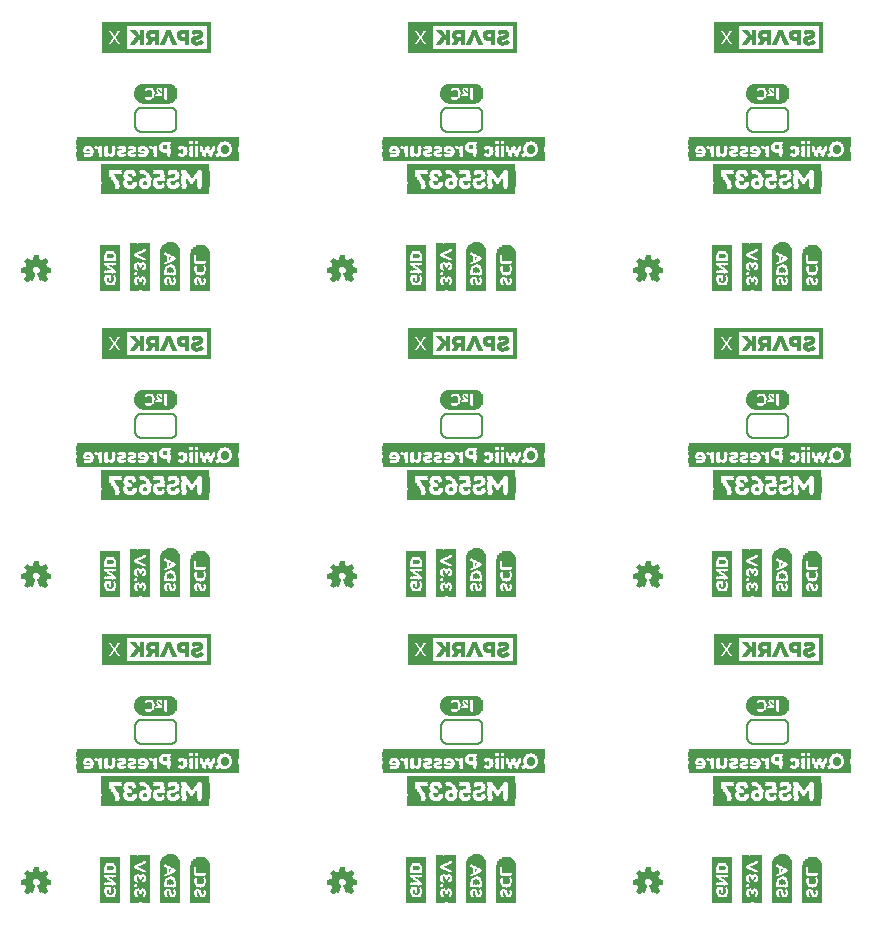
<source format=gbo>
G75*
%MOIN*%
%OFA0B0*%
%FSLAX25Y25*%
%IPPOS*%
%LPD*%
%AMOC8*
5,1,8,0,0,1.08239X$1,22.5*
%
%ADD10C,0.00600*%
%ADD11C,0.00039*%
%ADD12C,0.00299*%
%ADD13R,0.00157X0.15276*%
%ADD14R,0.00157X0.03307*%
%ADD15R,0.00157X0.11024*%
%ADD16R,0.00157X0.02992*%
%ADD17R,0.00157X0.01260*%
%ADD18R,0.00157X0.01890*%
%ADD19R,0.00157X0.00630*%
%ADD20R,0.00157X0.02677*%
%ADD21R,0.00157X0.00787*%
%ADD22R,0.00157X0.01575*%
%ADD23R,0.00157X0.00472*%
%ADD24R,0.00157X0.02520*%
%ADD25R,0.00157X0.01417*%
%ADD26R,0.00157X0.02205*%
%ADD27R,0.00157X0.02362*%
%ADD28R,0.00157X0.02047*%
%ADD29R,0.00157X0.01102*%
%ADD30R,0.00157X0.00945*%
%ADD31R,0.00157X0.02835*%
%ADD32R,0.00157X0.01732*%
%ADD33R,0.00157X0.00157*%
%ADD34R,0.00157X0.00315*%
%ADD35R,0.00157X0.03150*%
%ADD36R,0.00157X0.15906*%
%ADD37R,0.00157X0.03937*%
%ADD38R,0.00157X0.07402*%
%ADD39R,0.00157X0.03622*%
%ADD40R,0.00157X0.03465*%
%ADD41R,0.00157X0.13858*%
%ADD42R,0.00157X0.14331*%
%ADD43R,0.00157X0.14646*%
%ADD44R,0.00157X0.14961*%
%ADD45R,0.00157X0.15118*%
%ADD46R,0.00157X0.15433*%
%ADD47R,0.00157X0.11969*%
%ADD48R,0.00157X0.04567*%
%ADD49R,0.00157X0.04409*%
%ADD50R,0.00157X0.04252*%
%ADD51R,0.00157X0.04094*%
%ADD52R,0.00157X0.03780*%
%ADD53R,0.00157X0.12913*%
%ADD54R,0.00157X0.13386*%
%ADD55R,0.00157X0.13701*%
%ADD56R,0.00157X0.14016*%
%ADD57R,0.00157X0.14173*%
%ADD58R,0.00157X0.14488*%
%ADD59R,0.00157X0.07087*%
%ADD60R,0.00157X0.04882*%
%ADD61R,0.00157X0.05039*%
%ADD62R,0.00157X0.05197*%
%ADD63R,0.09606X0.00157*%
%ADD64R,0.10551X0.00157*%
%ADD65R,0.11181X0.00157*%
%ADD66R,0.11811X0.00157*%
%ADD67R,0.12126X0.00157*%
%ADD68R,0.12441X0.00157*%
%ADD69R,0.12756X0.00157*%
%ADD70R,0.04882X0.00157*%
%ADD71R,0.02835X0.00157*%
%ADD72R,0.03937X0.00157*%
%ADD73R,0.02992X0.00157*%
%ADD74R,0.00787X0.00157*%
%ADD75R,0.02047X0.00157*%
%ADD76R,0.03465X0.00157*%
%ADD77R,0.00630X0.00157*%
%ADD78R,0.01575X0.00157*%
%ADD79R,0.03150X0.00157*%
%ADD80R,0.01260X0.00157*%
%ADD81R,0.00472X0.00157*%
%ADD82R,0.01102X0.00157*%
%ADD83R,0.03307X0.00157*%
%ADD84R,0.00315X0.00157*%
%ADD85R,0.01417X0.00157*%
%ADD86R,0.03780X0.00157*%
%ADD87R,0.05669X0.00157*%
%ADD88R,0.05827X0.00157*%
%ADD89R,0.05984X0.00157*%
%ADD90R,0.00945X0.00157*%
%ADD91R,0.03622X0.00157*%
%ADD92R,0.04094X0.00157*%
%ADD93R,0.04567X0.00157*%
%ADD94R,0.54134X0.00197*%
%ADD95R,0.13780X0.00197*%
%ADD96R,0.01181X0.00197*%
%ADD97R,0.37795X0.00197*%
%ADD98R,0.04331X0.00197*%
%ADD99R,0.08465X0.00197*%
%ADD100R,0.00787X0.00197*%
%ADD101R,0.37598X0.00197*%
%ADD102R,0.03740X0.00197*%
%ADD103R,0.07874X0.00197*%
%ADD104R,0.00591X0.00197*%
%ADD105R,0.06102X0.00197*%
%ADD106R,0.28740X0.00197*%
%ADD107R,0.03346X0.00197*%
%ADD108R,0.07480X0.00197*%
%ADD109R,0.28346X0.00197*%
%ADD110R,0.03150X0.00197*%
%ADD111R,0.07283X0.00197*%
%ADD112R,0.28150X0.00197*%
%ADD113R,0.02953X0.00197*%
%ADD114R,0.07087X0.00197*%
%ADD115R,0.27953X0.00197*%
%ADD116R,0.02756X0.00197*%
%ADD117R,0.15945X0.00197*%
%ADD118R,0.27756X0.00197*%
%ADD119R,0.02559X0.00197*%
%ADD120R,0.15748X0.00197*%
%ADD121R,0.02362X0.00197*%
%ADD122R,0.27559X0.00197*%
%ADD123R,0.01772X0.00197*%
%ADD124R,0.00984X0.00197*%
%ADD125R,0.01378X0.00197*%
%ADD126R,0.01969X0.00197*%
%ADD127R,0.01575X0.00197*%
%ADD128R,0.02165X0.00197*%
%ADD129R,0.00394X0.00197*%
%ADD130R,0.00197X0.00197*%
%ADD131R,0.02165X0.00236*%
%ADD132R,0.02756X0.00236*%
%ADD133R,0.00787X0.00236*%
%ADD134R,0.00591X0.00236*%
%ADD135R,0.04331X0.00236*%
%ADD136R,0.01575X0.00236*%
%ADD137R,0.01181X0.00236*%
%ADD138R,0.01378X0.00236*%
%ADD139R,0.02559X0.00236*%
%ADD140R,0.00197X0.00236*%
%ADD141R,0.00394X0.00236*%
%ADD142R,0.03346X0.00236*%
%ADD143R,0.01772X0.00236*%
%ADD144R,0.01969X0.00236*%
%ADD145R,0.04528X0.00236*%
%ADD146R,0.00984X0.00236*%
%ADD147R,0.02362X0.00236*%
%ADD148R,0.03543X0.00197*%
%ADD149R,0.54134X0.00236*%
%ADD150R,0.54134X0.00157*%
%ADD151R,0.36142X0.00236*%
%ADD152R,0.11575X0.00236*%
%ADD153R,0.13228X0.00236*%
%ADD154R,0.08976X0.00236*%
%ADD155R,0.02835X0.00236*%
%ADD156R,0.04016X0.00236*%
%ADD157R,0.01654X0.00236*%
%ADD158R,0.01890X0.00236*%
%ADD159R,0.02598X0.00236*%
%ADD160R,0.03543X0.00236*%
%ADD161R,0.03071X0.00236*%
%ADD162R,0.00945X0.00236*%
%ADD163R,0.01417X0.00236*%
%ADD164R,0.00709X0.00236*%
%ADD165R,0.02126X0.00236*%
%ADD166R,0.00472X0.00236*%
%ADD167R,0.03307X0.00236*%
%ADD168R,0.03780X0.00236*%
%ADD169R,0.04961X0.00236*%
%ADD170R,0.00236X0.00236*%
%ADD171R,0.04252X0.00236*%
%ADD172R,0.04488X0.00236*%
%ADD173R,0.04724X0.00236*%
D10*
X0073750Y0089750D02*
X0083750Y0089750D01*
X0083833Y0089752D01*
X0083916Y0089758D01*
X0083999Y0089767D01*
X0084081Y0089781D01*
X0084162Y0089798D01*
X0084243Y0089819D01*
X0084322Y0089843D01*
X0084400Y0089872D01*
X0084477Y0089903D01*
X0084552Y0089939D01*
X0084626Y0089977D01*
X0084698Y0090020D01*
X0084767Y0090065D01*
X0084835Y0090114D01*
X0084900Y0090165D01*
X0084963Y0090220D01*
X0085023Y0090277D01*
X0085080Y0090337D01*
X0085135Y0090400D01*
X0085186Y0090465D01*
X0085235Y0090533D01*
X0085280Y0090602D01*
X0085323Y0090674D01*
X0085361Y0090748D01*
X0085397Y0090823D01*
X0085428Y0090900D01*
X0085457Y0090978D01*
X0085481Y0091057D01*
X0085502Y0091138D01*
X0085519Y0091219D01*
X0085533Y0091301D01*
X0085542Y0091384D01*
X0085548Y0091467D01*
X0085550Y0091550D01*
X0085550Y0095950D01*
X0085548Y0096033D01*
X0085542Y0096116D01*
X0085533Y0096199D01*
X0085519Y0096281D01*
X0085502Y0096362D01*
X0085481Y0096443D01*
X0085457Y0096522D01*
X0085428Y0096600D01*
X0085397Y0096677D01*
X0085361Y0096752D01*
X0085323Y0096826D01*
X0085280Y0096898D01*
X0085235Y0096967D01*
X0085186Y0097035D01*
X0085135Y0097100D01*
X0085080Y0097163D01*
X0085023Y0097223D01*
X0084963Y0097280D01*
X0084900Y0097335D01*
X0084835Y0097386D01*
X0084767Y0097435D01*
X0084698Y0097480D01*
X0084626Y0097523D01*
X0084552Y0097561D01*
X0084477Y0097597D01*
X0084400Y0097628D01*
X0084322Y0097657D01*
X0084243Y0097681D01*
X0084162Y0097702D01*
X0084081Y0097719D01*
X0083999Y0097733D01*
X0083916Y0097742D01*
X0083833Y0097748D01*
X0083750Y0097750D01*
X0073750Y0097750D01*
X0073667Y0097748D01*
X0073584Y0097742D01*
X0073501Y0097733D01*
X0073419Y0097719D01*
X0073338Y0097702D01*
X0073257Y0097681D01*
X0073178Y0097657D01*
X0073100Y0097628D01*
X0073023Y0097597D01*
X0072948Y0097561D01*
X0072874Y0097523D01*
X0072802Y0097480D01*
X0072733Y0097435D01*
X0072665Y0097386D01*
X0072600Y0097335D01*
X0072537Y0097280D01*
X0072477Y0097223D01*
X0072420Y0097163D01*
X0072365Y0097100D01*
X0072314Y0097035D01*
X0072265Y0096967D01*
X0072220Y0096898D01*
X0072177Y0096826D01*
X0072139Y0096752D01*
X0072103Y0096677D01*
X0072072Y0096600D01*
X0072043Y0096522D01*
X0072019Y0096443D01*
X0071998Y0096362D01*
X0071981Y0096281D01*
X0071967Y0096199D01*
X0071958Y0096116D01*
X0071952Y0096033D01*
X0071950Y0095950D01*
X0071950Y0091550D01*
X0071952Y0091467D01*
X0071958Y0091384D01*
X0071967Y0091301D01*
X0071981Y0091219D01*
X0071998Y0091138D01*
X0072019Y0091057D01*
X0072043Y0090978D01*
X0072072Y0090900D01*
X0072103Y0090823D01*
X0072139Y0090748D01*
X0072177Y0090674D01*
X0072220Y0090602D01*
X0072265Y0090533D01*
X0072314Y0090465D01*
X0072365Y0090400D01*
X0072420Y0090337D01*
X0072477Y0090277D01*
X0072537Y0090220D01*
X0072600Y0090165D01*
X0072665Y0090114D01*
X0072733Y0090065D01*
X0072802Y0090020D01*
X0072874Y0089977D01*
X0072948Y0089939D01*
X0073023Y0089903D01*
X0073100Y0089872D01*
X0073178Y0089843D01*
X0073257Y0089819D01*
X0073338Y0089798D01*
X0073419Y0089781D01*
X0073501Y0089767D01*
X0073584Y0089758D01*
X0073667Y0089752D01*
X0073750Y0089750D01*
X0173950Y0091550D02*
X0173950Y0095950D01*
X0173952Y0096033D01*
X0173958Y0096116D01*
X0173967Y0096199D01*
X0173981Y0096281D01*
X0173998Y0096362D01*
X0174019Y0096443D01*
X0174043Y0096522D01*
X0174072Y0096600D01*
X0174103Y0096677D01*
X0174139Y0096752D01*
X0174177Y0096826D01*
X0174220Y0096898D01*
X0174265Y0096967D01*
X0174314Y0097035D01*
X0174365Y0097100D01*
X0174420Y0097163D01*
X0174477Y0097223D01*
X0174537Y0097280D01*
X0174600Y0097335D01*
X0174665Y0097386D01*
X0174733Y0097435D01*
X0174802Y0097480D01*
X0174874Y0097523D01*
X0174948Y0097561D01*
X0175023Y0097597D01*
X0175100Y0097628D01*
X0175178Y0097657D01*
X0175257Y0097681D01*
X0175338Y0097702D01*
X0175419Y0097719D01*
X0175501Y0097733D01*
X0175584Y0097742D01*
X0175667Y0097748D01*
X0175750Y0097750D01*
X0185750Y0097750D01*
X0185833Y0097748D01*
X0185916Y0097742D01*
X0185999Y0097733D01*
X0186081Y0097719D01*
X0186162Y0097702D01*
X0186243Y0097681D01*
X0186322Y0097657D01*
X0186400Y0097628D01*
X0186477Y0097597D01*
X0186552Y0097561D01*
X0186626Y0097523D01*
X0186698Y0097480D01*
X0186767Y0097435D01*
X0186835Y0097386D01*
X0186900Y0097335D01*
X0186963Y0097280D01*
X0187023Y0097223D01*
X0187080Y0097163D01*
X0187135Y0097100D01*
X0187186Y0097035D01*
X0187235Y0096967D01*
X0187280Y0096898D01*
X0187323Y0096826D01*
X0187361Y0096752D01*
X0187397Y0096677D01*
X0187428Y0096600D01*
X0187457Y0096522D01*
X0187481Y0096443D01*
X0187502Y0096362D01*
X0187519Y0096281D01*
X0187533Y0096199D01*
X0187542Y0096116D01*
X0187548Y0096033D01*
X0187550Y0095950D01*
X0187550Y0091550D01*
X0187548Y0091467D01*
X0187542Y0091384D01*
X0187533Y0091301D01*
X0187519Y0091219D01*
X0187502Y0091138D01*
X0187481Y0091057D01*
X0187457Y0090978D01*
X0187428Y0090900D01*
X0187397Y0090823D01*
X0187361Y0090748D01*
X0187323Y0090674D01*
X0187280Y0090602D01*
X0187235Y0090533D01*
X0187186Y0090465D01*
X0187135Y0090400D01*
X0187080Y0090337D01*
X0187023Y0090277D01*
X0186963Y0090220D01*
X0186900Y0090165D01*
X0186835Y0090114D01*
X0186767Y0090065D01*
X0186698Y0090020D01*
X0186626Y0089977D01*
X0186552Y0089939D01*
X0186477Y0089903D01*
X0186400Y0089872D01*
X0186322Y0089843D01*
X0186243Y0089819D01*
X0186162Y0089798D01*
X0186081Y0089781D01*
X0185999Y0089767D01*
X0185916Y0089758D01*
X0185833Y0089752D01*
X0185750Y0089750D01*
X0175750Y0089750D01*
X0175667Y0089752D01*
X0175584Y0089758D01*
X0175501Y0089767D01*
X0175419Y0089781D01*
X0175338Y0089798D01*
X0175257Y0089819D01*
X0175178Y0089843D01*
X0175100Y0089872D01*
X0175023Y0089903D01*
X0174948Y0089939D01*
X0174874Y0089977D01*
X0174802Y0090020D01*
X0174733Y0090065D01*
X0174665Y0090114D01*
X0174600Y0090165D01*
X0174537Y0090220D01*
X0174477Y0090277D01*
X0174420Y0090337D01*
X0174365Y0090400D01*
X0174314Y0090465D01*
X0174265Y0090533D01*
X0174220Y0090602D01*
X0174177Y0090674D01*
X0174139Y0090748D01*
X0174103Y0090823D01*
X0174072Y0090900D01*
X0174043Y0090978D01*
X0174019Y0091057D01*
X0173998Y0091138D01*
X0173981Y0091219D01*
X0173967Y0091301D01*
X0173958Y0091384D01*
X0173952Y0091467D01*
X0173950Y0091550D01*
X0275950Y0091550D02*
X0275950Y0095950D01*
X0275952Y0096033D01*
X0275958Y0096116D01*
X0275967Y0096199D01*
X0275981Y0096281D01*
X0275998Y0096362D01*
X0276019Y0096443D01*
X0276043Y0096522D01*
X0276072Y0096600D01*
X0276103Y0096677D01*
X0276139Y0096752D01*
X0276177Y0096826D01*
X0276220Y0096898D01*
X0276265Y0096967D01*
X0276314Y0097035D01*
X0276365Y0097100D01*
X0276420Y0097163D01*
X0276477Y0097223D01*
X0276537Y0097280D01*
X0276600Y0097335D01*
X0276665Y0097386D01*
X0276733Y0097435D01*
X0276802Y0097480D01*
X0276874Y0097523D01*
X0276948Y0097561D01*
X0277023Y0097597D01*
X0277100Y0097628D01*
X0277178Y0097657D01*
X0277257Y0097681D01*
X0277338Y0097702D01*
X0277419Y0097719D01*
X0277501Y0097733D01*
X0277584Y0097742D01*
X0277667Y0097748D01*
X0277750Y0097750D01*
X0287750Y0097750D01*
X0287833Y0097748D01*
X0287916Y0097742D01*
X0287999Y0097733D01*
X0288081Y0097719D01*
X0288162Y0097702D01*
X0288243Y0097681D01*
X0288322Y0097657D01*
X0288400Y0097628D01*
X0288477Y0097597D01*
X0288552Y0097561D01*
X0288626Y0097523D01*
X0288698Y0097480D01*
X0288767Y0097435D01*
X0288835Y0097386D01*
X0288900Y0097335D01*
X0288963Y0097280D01*
X0289023Y0097223D01*
X0289080Y0097163D01*
X0289135Y0097100D01*
X0289186Y0097035D01*
X0289235Y0096967D01*
X0289280Y0096898D01*
X0289323Y0096826D01*
X0289361Y0096752D01*
X0289397Y0096677D01*
X0289428Y0096600D01*
X0289457Y0096522D01*
X0289481Y0096443D01*
X0289502Y0096362D01*
X0289519Y0096281D01*
X0289533Y0096199D01*
X0289542Y0096116D01*
X0289548Y0096033D01*
X0289550Y0095950D01*
X0289550Y0091550D01*
X0289548Y0091467D01*
X0289542Y0091384D01*
X0289533Y0091301D01*
X0289519Y0091219D01*
X0289502Y0091138D01*
X0289481Y0091057D01*
X0289457Y0090978D01*
X0289428Y0090900D01*
X0289397Y0090823D01*
X0289361Y0090748D01*
X0289323Y0090674D01*
X0289280Y0090602D01*
X0289235Y0090533D01*
X0289186Y0090465D01*
X0289135Y0090400D01*
X0289080Y0090337D01*
X0289023Y0090277D01*
X0288963Y0090220D01*
X0288900Y0090165D01*
X0288835Y0090114D01*
X0288767Y0090065D01*
X0288698Y0090020D01*
X0288626Y0089977D01*
X0288552Y0089939D01*
X0288477Y0089903D01*
X0288400Y0089872D01*
X0288322Y0089843D01*
X0288243Y0089819D01*
X0288162Y0089798D01*
X0288081Y0089781D01*
X0287999Y0089767D01*
X0287916Y0089758D01*
X0287833Y0089752D01*
X0287750Y0089750D01*
X0277750Y0089750D01*
X0277667Y0089752D01*
X0277584Y0089758D01*
X0277501Y0089767D01*
X0277419Y0089781D01*
X0277338Y0089798D01*
X0277257Y0089819D01*
X0277178Y0089843D01*
X0277100Y0089872D01*
X0277023Y0089903D01*
X0276948Y0089939D01*
X0276874Y0089977D01*
X0276802Y0090020D01*
X0276733Y0090065D01*
X0276665Y0090114D01*
X0276600Y0090165D01*
X0276537Y0090220D01*
X0276477Y0090277D01*
X0276420Y0090337D01*
X0276365Y0090400D01*
X0276314Y0090465D01*
X0276265Y0090533D01*
X0276220Y0090602D01*
X0276177Y0090674D01*
X0276139Y0090748D01*
X0276103Y0090823D01*
X0276072Y0090900D01*
X0276043Y0090978D01*
X0276019Y0091057D01*
X0275998Y0091138D01*
X0275981Y0091219D01*
X0275967Y0091301D01*
X0275958Y0091384D01*
X0275952Y0091467D01*
X0275950Y0091550D01*
X0277750Y0191750D02*
X0287750Y0191750D01*
X0287833Y0191752D01*
X0287916Y0191758D01*
X0287999Y0191767D01*
X0288081Y0191781D01*
X0288162Y0191798D01*
X0288243Y0191819D01*
X0288322Y0191843D01*
X0288400Y0191872D01*
X0288477Y0191903D01*
X0288552Y0191939D01*
X0288626Y0191977D01*
X0288698Y0192020D01*
X0288767Y0192065D01*
X0288835Y0192114D01*
X0288900Y0192165D01*
X0288963Y0192220D01*
X0289023Y0192277D01*
X0289080Y0192337D01*
X0289135Y0192400D01*
X0289186Y0192465D01*
X0289235Y0192533D01*
X0289280Y0192602D01*
X0289323Y0192674D01*
X0289361Y0192748D01*
X0289397Y0192823D01*
X0289428Y0192900D01*
X0289457Y0192978D01*
X0289481Y0193057D01*
X0289502Y0193138D01*
X0289519Y0193219D01*
X0289533Y0193301D01*
X0289542Y0193384D01*
X0289548Y0193467D01*
X0289550Y0193550D01*
X0289550Y0197950D01*
X0289548Y0198033D01*
X0289542Y0198116D01*
X0289533Y0198199D01*
X0289519Y0198281D01*
X0289502Y0198362D01*
X0289481Y0198443D01*
X0289457Y0198522D01*
X0289428Y0198600D01*
X0289397Y0198677D01*
X0289361Y0198752D01*
X0289323Y0198826D01*
X0289280Y0198898D01*
X0289235Y0198967D01*
X0289186Y0199035D01*
X0289135Y0199100D01*
X0289080Y0199163D01*
X0289023Y0199223D01*
X0288963Y0199280D01*
X0288900Y0199335D01*
X0288835Y0199386D01*
X0288767Y0199435D01*
X0288698Y0199480D01*
X0288626Y0199523D01*
X0288552Y0199561D01*
X0288477Y0199597D01*
X0288400Y0199628D01*
X0288322Y0199657D01*
X0288243Y0199681D01*
X0288162Y0199702D01*
X0288081Y0199719D01*
X0287999Y0199733D01*
X0287916Y0199742D01*
X0287833Y0199748D01*
X0287750Y0199750D01*
X0277750Y0199750D01*
X0277667Y0199748D01*
X0277584Y0199742D01*
X0277501Y0199733D01*
X0277419Y0199719D01*
X0277338Y0199702D01*
X0277257Y0199681D01*
X0277178Y0199657D01*
X0277100Y0199628D01*
X0277023Y0199597D01*
X0276948Y0199561D01*
X0276874Y0199523D01*
X0276802Y0199480D01*
X0276733Y0199435D01*
X0276665Y0199386D01*
X0276600Y0199335D01*
X0276537Y0199280D01*
X0276477Y0199223D01*
X0276420Y0199163D01*
X0276365Y0199100D01*
X0276314Y0199035D01*
X0276265Y0198967D01*
X0276220Y0198898D01*
X0276177Y0198826D01*
X0276139Y0198752D01*
X0276103Y0198677D01*
X0276072Y0198600D01*
X0276043Y0198522D01*
X0276019Y0198443D01*
X0275998Y0198362D01*
X0275981Y0198281D01*
X0275967Y0198199D01*
X0275958Y0198116D01*
X0275952Y0198033D01*
X0275950Y0197950D01*
X0275950Y0193550D01*
X0275952Y0193467D01*
X0275958Y0193384D01*
X0275967Y0193301D01*
X0275981Y0193219D01*
X0275998Y0193138D01*
X0276019Y0193057D01*
X0276043Y0192978D01*
X0276072Y0192900D01*
X0276103Y0192823D01*
X0276139Y0192748D01*
X0276177Y0192674D01*
X0276220Y0192602D01*
X0276265Y0192533D01*
X0276314Y0192465D01*
X0276365Y0192400D01*
X0276420Y0192337D01*
X0276477Y0192277D01*
X0276537Y0192220D01*
X0276600Y0192165D01*
X0276665Y0192114D01*
X0276733Y0192065D01*
X0276802Y0192020D01*
X0276874Y0191977D01*
X0276948Y0191939D01*
X0277023Y0191903D01*
X0277100Y0191872D01*
X0277178Y0191843D01*
X0277257Y0191819D01*
X0277338Y0191798D01*
X0277419Y0191781D01*
X0277501Y0191767D01*
X0277584Y0191758D01*
X0277667Y0191752D01*
X0277750Y0191750D01*
X0187550Y0193550D02*
X0187550Y0197950D01*
X0187548Y0198033D01*
X0187542Y0198116D01*
X0187533Y0198199D01*
X0187519Y0198281D01*
X0187502Y0198362D01*
X0187481Y0198443D01*
X0187457Y0198522D01*
X0187428Y0198600D01*
X0187397Y0198677D01*
X0187361Y0198752D01*
X0187323Y0198826D01*
X0187280Y0198898D01*
X0187235Y0198967D01*
X0187186Y0199035D01*
X0187135Y0199100D01*
X0187080Y0199163D01*
X0187023Y0199223D01*
X0186963Y0199280D01*
X0186900Y0199335D01*
X0186835Y0199386D01*
X0186767Y0199435D01*
X0186698Y0199480D01*
X0186626Y0199523D01*
X0186552Y0199561D01*
X0186477Y0199597D01*
X0186400Y0199628D01*
X0186322Y0199657D01*
X0186243Y0199681D01*
X0186162Y0199702D01*
X0186081Y0199719D01*
X0185999Y0199733D01*
X0185916Y0199742D01*
X0185833Y0199748D01*
X0185750Y0199750D01*
X0175750Y0199750D01*
X0175667Y0199748D01*
X0175584Y0199742D01*
X0175501Y0199733D01*
X0175419Y0199719D01*
X0175338Y0199702D01*
X0175257Y0199681D01*
X0175178Y0199657D01*
X0175100Y0199628D01*
X0175023Y0199597D01*
X0174948Y0199561D01*
X0174874Y0199523D01*
X0174802Y0199480D01*
X0174733Y0199435D01*
X0174665Y0199386D01*
X0174600Y0199335D01*
X0174537Y0199280D01*
X0174477Y0199223D01*
X0174420Y0199163D01*
X0174365Y0199100D01*
X0174314Y0199035D01*
X0174265Y0198967D01*
X0174220Y0198898D01*
X0174177Y0198826D01*
X0174139Y0198752D01*
X0174103Y0198677D01*
X0174072Y0198600D01*
X0174043Y0198522D01*
X0174019Y0198443D01*
X0173998Y0198362D01*
X0173981Y0198281D01*
X0173967Y0198199D01*
X0173958Y0198116D01*
X0173952Y0198033D01*
X0173950Y0197950D01*
X0173950Y0193550D01*
X0173952Y0193467D01*
X0173958Y0193384D01*
X0173967Y0193301D01*
X0173981Y0193219D01*
X0173998Y0193138D01*
X0174019Y0193057D01*
X0174043Y0192978D01*
X0174072Y0192900D01*
X0174103Y0192823D01*
X0174139Y0192748D01*
X0174177Y0192674D01*
X0174220Y0192602D01*
X0174265Y0192533D01*
X0174314Y0192465D01*
X0174365Y0192400D01*
X0174420Y0192337D01*
X0174477Y0192277D01*
X0174537Y0192220D01*
X0174600Y0192165D01*
X0174665Y0192114D01*
X0174733Y0192065D01*
X0174802Y0192020D01*
X0174874Y0191977D01*
X0174948Y0191939D01*
X0175023Y0191903D01*
X0175100Y0191872D01*
X0175178Y0191843D01*
X0175257Y0191819D01*
X0175338Y0191798D01*
X0175419Y0191781D01*
X0175501Y0191767D01*
X0175584Y0191758D01*
X0175667Y0191752D01*
X0175750Y0191750D01*
X0185750Y0191750D01*
X0185833Y0191752D01*
X0185916Y0191758D01*
X0185999Y0191767D01*
X0186081Y0191781D01*
X0186162Y0191798D01*
X0186243Y0191819D01*
X0186322Y0191843D01*
X0186400Y0191872D01*
X0186477Y0191903D01*
X0186552Y0191939D01*
X0186626Y0191977D01*
X0186698Y0192020D01*
X0186767Y0192065D01*
X0186835Y0192114D01*
X0186900Y0192165D01*
X0186963Y0192220D01*
X0187023Y0192277D01*
X0187080Y0192337D01*
X0187135Y0192400D01*
X0187186Y0192465D01*
X0187235Y0192533D01*
X0187280Y0192602D01*
X0187323Y0192674D01*
X0187361Y0192748D01*
X0187397Y0192823D01*
X0187428Y0192900D01*
X0187457Y0192978D01*
X0187481Y0193057D01*
X0187502Y0193138D01*
X0187519Y0193219D01*
X0187533Y0193301D01*
X0187542Y0193384D01*
X0187548Y0193467D01*
X0187550Y0193550D01*
X0085550Y0193550D02*
X0085550Y0197950D01*
X0085548Y0198033D01*
X0085542Y0198116D01*
X0085533Y0198199D01*
X0085519Y0198281D01*
X0085502Y0198362D01*
X0085481Y0198443D01*
X0085457Y0198522D01*
X0085428Y0198600D01*
X0085397Y0198677D01*
X0085361Y0198752D01*
X0085323Y0198826D01*
X0085280Y0198898D01*
X0085235Y0198967D01*
X0085186Y0199035D01*
X0085135Y0199100D01*
X0085080Y0199163D01*
X0085023Y0199223D01*
X0084963Y0199280D01*
X0084900Y0199335D01*
X0084835Y0199386D01*
X0084767Y0199435D01*
X0084698Y0199480D01*
X0084626Y0199523D01*
X0084552Y0199561D01*
X0084477Y0199597D01*
X0084400Y0199628D01*
X0084322Y0199657D01*
X0084243Y0199681D01*
X0084162Y0199702D01*
X0084081Y0199719D01*
X0083999Y0199733D01*
X0083916Y0199742D01*
X0083833Y0199748D01*
X0083750Y0199750D01*
X0073750Y0199750D01*
X0073667Y0199748D01*
X0073584Y0199742D01*
X0073501Y0199733D01*
X0073419Y0199719D01*
X0073338Y0199702D01*
X0073257Y0199681D01*
X0073178Y0199657D01*
X0073100Y0199628D01*
X0073023Y0199597D01*
X0072948Y0199561D01*
X0072874Y0199523D01*
X0072802Y0199480D01*
X0072733Y0199435D01*
X0072665Y0199386D01*
X0072600Y0199335D01*
X0072537Y0199280D01*
X0072477Y0199223D01*
X0072420Y0199163D01*
X0072365Y0199100D01*
X0072314Y0199035D01*
X0072265Y0198967D01*
X0072220Y0198898D01*
X0072177Y0198826D01*
X0072139Y0198752D01*
X0072103Y0198677D01*
X0072072Y0198600D01*
X0072043Y0198522D01*
X0072019Y0198443D01*
X0071998Y0198362D01*
X0071981Y0198281D01*
X0071967Y0198199D01*
X0071958Y0198116D01*
X0071952Y0198033D01*
X0071950Y0197950D01*
X0071950Y0193550D01*
X0071952Y0193467D01*
X0071958Y0193384D01*
X0071967Y0193301D01*
X0071981Y0193219D01*
X0071998Y0193138D01*
X0072019Y0193057D01*
X0072043Y0192978D01*
X0072072Y0192900D01*
X0072103Y0192823D01*
X0072139Y0192748D01*
X0072177Y0192674D01*
X0072220Y0192602D01*
X0072265Y0192533D01*
X0072314Y0192465D01*
X0072365Y0192400D01*
X0072420Y0192337D01*
X0072477Y0192277D01*
X0072537Y0192220D01*
X0072600Y0192165D01*
X0072665Y0192114D01*
X0072733Y0192065D01*
X0072802Y0192020D01*
X0072874Y0191977D01*
X0072948Y0191939D01*
X0073023Y0191903D01*
X0073100Y0191872D01*
X0073178Y0191843D01*
X0073257Y0191819D01*
X0073338Y0191798D01*
X0073419Y0191781D01*
X0073501Y0191767D01*
X0073584Y0191758D01*
X0073667Y0191752D01*
X0073750Y0191750D01*
X0083750Y0191750D01*
X0083833Y0191752D01*
X0083916Y0191758D01*
X0083999Y0191767D01*
X0084081Y0191781D01*
X0084162Y0191798D01*
X0084243Y0191819D01*
X0084322Y0191843D01*
X0084400Y0191872D01*
X0084477Y0191903D01*
X0084552Y0191939D01*
X0084626Y0191977D01*
X0084698Y0192020D01*
X0084767Y0192065D01*
X0084835Y0192114D01*
X0084900Y0192165D01*
X0084963Y0192220D01*
X0085023Y0192277D01*
X0085080Y0192337D01*
X0085135Y0192400D01*
X0085186Y0192465D01*
X0085235Y0192533D01*
X0085280Y0192602D01*
X0085323Y0192674D01*
X0085361Y0192748D01*
X0085397Y0192823D01*
X0085428Y0192900D01*
X0085457Y0192978D01*
X0085481Y0193057D01*
X0085502Y0193138D01*
X0085519Y0193219D01*
X0085533Y0193301D01*
X0085542Y0193384D01*
X0085548Y0193467D01*
X0085550Y0193550D01*
X0083750Y0293750D02*
X0073750Y0293750D01*
X0073667Y0293752D01*
X0073584Y0293758D01*
X0073501Y0293767D01*
X0073419Y0293781D01*
X0073338Y0293798D01*
X0073257Y0293819D01*
X0073178Y0293843D01*
X0073100Y0293872D01*
X0073023Y0293903D01*
X0072948Y0293939D01*
X0072874Y0293977D01*
X0072802Y0294020D01*
X0072733Y0294065D01*
X0072665Y0294114D01*
X0072600Y0294165D01*
X0072537Y0294220D01*
X0072477Y0294277D01*
X0072420Y0294337D01*
X0072365Y0294400D01*
X0072314Y0294465D01*
X0072265Y0294533D01*
X0072220Y0294602D01*
X0072177Y0294674D01*
X0072139Y0294748D01*
X0072103Y0294823D01*
X0072072Y0294900D01*
X0072043Y0294978D01*
X0072019Y0295057D01*
X0071998Y0295138D01*
X0071981Y0295219D01*
X0071967Y0295301D01*
X0071958Y0295384D01*
X0071952Y0295467D01*
X0071950Y0295550D01*
X0071950Y0299950D01*
X0071952Y0300033D01*
X0071958Y0300116D01*
X0071967Y0300199D01*
X0071981Y0300281D01*
X0071998Y0300362D01*
X0072019Y0300443D01*
X0072043Y0300522D01*
X0072072Y0300600D01*
X0072103Y0300677D01*
X0072139Y0300752D01*
X0072177Y0300826D01*
X0072220Y0300898D01*
X0072265Y0300967D01*
X0072314Y0301035D01*
X0072365Y0301100D01*
X0072420Y0301163D01*
X0072477Y0301223D01*
X0072537Y0301280D01*
X0072600Y0301335D01*
X0072665Y0301386D01*
X0072733Y0301435D01*
X0072802Y0301480D01*
X0072874Y0301523D01*
X0072948Y0301561D01*
X0073023Y0301597D01*
X0073100Y0301628D01*
X0073178Y0301657D01*
X0073257Y0301681D01*
X0073338Y0301702D01*
X0073419Y0301719D01*
X0073501Y0301733D01*
X0073584Y0301742D01*
X0073667Y0301748D01*
X0073750Y0301750D01*
X0083750Y0301750D01*
X0083833Y0301748D01*
X0083916Y0301742D01*
X0083999Y0301733D01*
X0084081Y0301719D01*
X0084162Y0301702D01*
X0084243Y0301681D01*
X0084322Y0301657D01*
X0084400Y0301628D01*
X0084477Y0301597D01*
X0084552Y0301561D01*
X0084626Y0301523D01*
X0084698Y0301480D01*
X0084767Y0301435D01*
X0084835Y0301386D01*
X0084900Y0301335D01*
X0084963Y0301280D01*
X0085023Y0301223D01*
X0085080Y0301163D01*
X0085135Y0301100D01*
X0085186Y0301035D01*
X0085235Y0300967D01*
X0085280Y0300898D01*
X0085323Y0300826D01*
X0085361Y0300752D01*
X0085397Y0300677D01*
X0085428Y0300600D01*
X0085457Y0300522D01*
X0085481Y0300443D01*
X0085502Y0300362D01*
X0085519Y0300281D01*
X0085533Y0300199D01*
X0085542Y0300116D01*
X0085548Y0300033D01*
X0085550Y0299950D01*
X0085550Y0295550D01*
X0085548Y0295467D01*
X0085542Y0295384D01*
X0085533Y0295301D01*
X0085519Y0295219D01*
X0085502Y0295138D01*
X0085481Y0295057D01*
X0085457Y0294978D01*
X0085428Y0294900D01*
X0085397Y0294823D01*
X0085361Y0294748D01*
X0085323Y0294674D01*
X0085280Y0294602D01*
X0085235Y0294533D01*
X0085186Y0294465D01*
X0085135Y0294400D01*
X0085080Y0294337D01*
X0085023Y0294277D01*
X0084963Y0294220D01*
X0084900Y0294165D01*
X0084835Y0294114D01*
X0084767Y0294065D01*
X0084698Y0294020D01*
X0084626Y0293977D01*
X0084552Y0293939D01*
X0084477Y0293903D01*
X0084400Y0293872D01*
X0084322Y0293843D01*
X0084243Y0293819D01*
X0084162Y0293798D01*
X0084081Y0293781D01*
X0083999Y0293767D01*
X0083916Y0293758D01*
X0083833Y0293752D01*
X0083750Y0293750D01*
X0173950Y0295550D02*
X0173950Y0299950D01*
X0173952Y0300033D01*
X0173958Y0300116D01*
X0173967Y0300199D01*
X0173981Y0300281D01*
X0173998Y0300362D01*
X0174019Y0300443D01*
X0174043Y0300522D01*
X0174072Y0300600D01*
X0174103Y0300677D01*
X0174139Y0300752D01*
X0174177Y0300826D01*
X0174220Y0300898D01*
X0174265Y0300967D01*
X0174314Y0301035D01*
X0174365Y0301100D01*
X0174420Y0301163D01*
X0174477Y0301223D01*
X0174537Y0301280D01*
X0174600Y0301335D01*
X0174665Y0301386D01*
X0174733Y0301435D01*
X0174802Y0301480D01*
X0174874Y0301523D01*
X0174948Y0301561D01*
X0175023Y0301597D01*
X0175100Y0301628D01*
X0175178Y0301657D01*
X0175257Y0301681D01*
X0175338Y0301702D01*
X0175419Y0301719D01*
X0175501Y0301733D01*
X0175584Y0301742D01*
X0175667Y0301748D01*
X0175750Y0301750D01*
X0185750Y0301750D01*
X0185833Y0301748D01*
X0185916Y0301742D01*
X0185999Y0301733D01*
X0186081Y0301719D01*
X0186162Y0301702D01*
X0186243Y0301681D01*
X0186322Y0301657D01*
X0186400Y0301628D01*
X0186477Y0301597D01*
X0186552Y0301561D01*
X0186626Y0301523D01*
X0186698Y0301480D01*
X0186767Y0301435D01*
X0186835Y0301386D01*
X0186900Y0301335D01*
X0186963Y0301280D01*
X0187023Y0301223D01*
X0187080Y0301163D01*
X0187135Y0301100D01*
X0187186Y0301035D01*
X0187235Y0300967D01*
X0187280Y0300898D01*
X0187323Y0300826D01*
X0187361Y0300752D01*
X0187397Y0300677D01*
X0187428Y0300600D01*
X0187457Y0300522D01*
X0187481Y0300443D01*
X0187502Y0300362D01*
X0187519Y0300281D01*
X0187533Y0300199D01*
X0187542Y0300116D01*
X0187548Y0300033D01*
X0187550Y0299950D01*
X0187550Y0295550D01*
X0187548Y0295467D01*
X0187542Y0295384D01*
X0187533Y0295301D01*
X0187519Y0295219D01*
X0187502Y0295138D01*
X0187481Y0295057D01*
X0187457Y0294978D01*
X0187428Y0294900D01*
X0187397Y0294823D01*
X0187361Y0294748D01*
X0187323Y0294674D01*
X0187280Y0294602D01*
X0187235Y0294533D01*
X0187186Y0294465D01*
X0187135Y0294400D01*
X0187080Y0294337D01*
X0187023Y0294277D01*
X0186963Y0294220D01*
X0186900Y0294165D01*
X0186835Y0294114D01*
X0186767Y0294065D01*
X0186698Y0294020D01*
X0186626Y0293977D01*
X0186552Y0293939D01*
X0186477Y0293903D01*
X0186400Y0293872D01*
X0186322Y0293843D01*
X0186243Y0293819D01*
X0186162Y0293798D01*
X0186081Y0293781D01*
X0185999Y0293767D01*
X0185916Y0293758D01*
X0185833Y0293752D01*
X0185750Y0293750D01*
X0175750Y0293750D01*
X0175667Y0293752D01*
X0175584Y0293758D01*
X0175501Y0293767D01*
X0175419Y0293781D01*
X0175338Y0293798D01*
X0175257Y0293819D01*
X0175178Y0293843D01*
X0175100Y0293872D01*
X0175023Y0293903D01*
X0174948Y0293939D01*
X0174874Y0293977D01*
X0174802Y0294020D01*
X0174733Y0294065D01*
X0174665Y0294114D01*
X0174600Y0294165D01*
X0174537Y0294220D01*
X0174477Y0294277D01*
X0174420Y0294337D01*
X0174365Y0294400D01*
X0174314Y0294465D01*
X0174265Y0294533D01*
X0174220Y0294602D01*
X0174177Y0294674D01*
X0174139Y0294748D01*
X0174103Y0294823D01*
X0174072Y0294900D01*
X0174043Y0294978D01*
X0174019Y0295057D01*
X0173998Y0295138D01*
X0173981Y0295219D01*
X0173967Y0295301D01*
X0173958Y0295384D01*
X0173952Y0295467D01*
X0173950Y0295550D01*
X0275950Y0295550D02*
X0275950Y0299950D01*
X0275952Y0300033D01*
X0275958Y0300116D01*
X0275967Y0300199D01*
X0275981Y0300281D01*
X0275998Y0300362D01*
X0276019Y0300443D01*
X0276043Y0300522D01*
X0276072Y0300600D01*
X0276103Y0300677D01*
X0276139Y0300752D01*
X0276177Y0300826D01*
X0276220Y0300898D01*
X0276265Y0300967D01*
X0276314Y0301035D01*
X0276365Y0301100D01*
X0276420Y0301163D01*
X0276477Y0301223D01*
X0276537Y0301280D01*
X0276600Y0301335D01*
X0276665Y0301386D01*
X0276733Y0301435D01*
X0276802Y0301480D01*
X0276874Y0301523D01*
X0276948Y0301561D01*
X0277023Y0301597D01*
X0277100Y0301628D01*
X0277178Y0301657D01*
X0277257Y0301681D01*
X0277338Y0301702D01*
X0277419Y0301719D01*
X0277501Y0301733D01*
X0277584Y0301742D01*
X0277667Y0301748D01*
X0277750Y0301750D01*
X0287750Y0301750D01*
X0287833Y0301748D01*
X0287916Y0301742D01*
X0287999Y0301733D01*
X0288081Y0301719D01*
X0288162Y0301702D01*
X0288243Y0301681D01*
X0288322Y0301657D01*
X0288400Y0301628D01*
X0288477Y0301597D01*
X0288552Y0301561D01*
X0288626Y0301523D01*
X0288698Y0301480D01*
X0288767Y0301435D01*
X0288835Y0301386D01*
X0288900Y0301335D01*
X0288963Y0301280D01*
X0289023Y0301223D01*
X0289080Y0301163D01*
X0289135Y0301100D01*
X0289186Y0301035D01*
X0289235Y0300967D01*
X0289280Y0300898D01*
X0289323Y0300826D01*
X0289361Y0300752D01*
X0289397Y0300677D01*
X0289428Y0300600D01*
X0289457Y0300522D01*
X0289481Y0300443D01*
X0289502Y0300362D01*
X0289519Y0300281D01*
X0289533Y0300199D01*
X0289542Y0300116D01*
X0289548Y0300033D01*
X0289550Y0299950D01*
X0289550Y0295550D01*
X0289548Y0295467D01*
X0289542Y0295384D01*
X0289533Y0295301D01*
X0289519Y0295219D01*
X0289502Y0295138D01*
X0289481Y0295057D01*
X0289457Y0294978D01*
X0289428Y0294900D01*
X0289397Y0294823D01*
X0289361Y0294748D01*
X0289323Y0294674D01*
X0289280Y0294602D01*
X0289235Y0294533D01*
X0289186Y0294465D01*
X0289135Y0294400D01*
X0289080Y0294337D01*
X0289023Y0294277D01*
X0288963Y0294220D01*
X0288900Y0294165D01*
X0288835Y0294114D01*
X0288767Y0294065D01*
X0288698Y0294020D01*
X0288626Y0293977D01*
X0288552Y0293939D01*
X0288477Y0293903D01*
X0288400Y0293872D01*
X0288322Y0293843D01*
X0288243Y0293819D01*
X0288162Y0293798D01*
X0288081Y0293781D01*
X0287999Y0293767D01*
X0287916Y0293758D01*
X0287833Y0293752D01*
X0287750Y0293750D01*
X0277750Y0293750D01*
X0277667Y0293752D01*
X0277584Y0293758D01*
X0277501Y0293767D01*
X0277419Y0293781D01*
X0277338Y0293798D01*
X0277257Y0293819D01*
X0277178Y0293843D01*
X0277100Y0293872D01*
X0277023Y0293903D01*
X0276948Y0293939D01*
X0276874Y0293977D01*
X0276802Y0294020D01*
X0276733Y0294065D01*
X0276665Y0294114D01*
X0276600Y0294165D01*
X0276537Y0294220D01*
X0276477Y0294277D01*
X0276420Y0294337D01*
X0276365Y0294400D01*
X0276314Y0294465D01*
X0276265Y0294533D01*
X0276220Y0294602D01*
X0276177Y0294674D01*
X0276139Y0294748D01*
X0276103Y0294823D01*
X0276072Y0294900D01*
X0276043Y0294978D01*
X0276019Y0295057D01*
X0275998Y0295138D01*
X0275981Y0295219D01*
X0275967Y0295301D01*
X0275958Y0295384D01*
X0275952Y0295467D01*
X0275950Y0295550D01*
D11*
X0273116Y0320268D02*
X0264750Y0320268D01*
X0264750Y0324765D01*
X0267770Y0324765D01*
X0266453Y0322834D01*
X0267702Y0322834D01*
X0268786Y0324490D01*
X0268785Y0324490D01*
X0268786Y0324490D02*
X0269876Y0322834D01*
X0271082Y0322834D01*
X0269758Y0324765D01*
X0272792Y0324765D01*
X0272792Y0321193D01*
X0273116Y0321193D01*
X0273116Y0320268D01*
X0273116Y0321193D01*
X0299825Y0321193D01*
X0299825Y0329307D01*
X0272792Y0329307D01*
X0272792Y0324765D01*
X0269758Y0324765D01*
X0269398Y0325290D01*
X0271010Y0327662D01*
X0269768Y0327662D01*
X0268753Y0326096D01*
X0267731Y0327662D01*
X0266525Y0327662D01*
X0268138Y0325304D01*
X0267770Y0324765D01*
X0264750Y0324765D01*
X0264750Y0330232D01*
X0272792Y0330232D01*
X0300750Y0330232D01*
X0300750Y0320268D01*
X0273116Y0320268D01*
X0273116Y0320285D02*
X0264750Y0320285D01*
X0264750Y0320323D02*
X0273116Y0320323D01*
X0300750Y0320323D01*
X0300750Y0320285D02*
X0273116Y0320285D01*
X0273116Y0320361D02*
X0264750Y0320361D01*
X0264750Y0320399D02*
X0273116Y0320399D01*
X0300750Y0320399D01*
X0300750Y0320437D02*
X0273116Y0320437D01*
X0264750Y0320437D01*
X0264750Y0320475D02*
X0273116Y0320475D01*
X0300750Y0320475D01*
X0300750Y0320513D02*
X0273116Y0320513D01*
X0264750Y0320513D01*
X0264750Y0320550D02*
X0273116Y0320550D01*
X0300750Y0320550D01*
X0300750Y0320588D02*
X0273116Y0320588D01*
X0264750Y0320588D01*
X0264750Y0320626D02*
X0273116Y0320626D01*
X0300750Y0320626D01*
X0300750Y0320664D02*
X0273116Y0320664D01*
X0264750Y0320664D01*
X0264750Y0320702D02*
X0273116Y0320702D01*
X0300750Y0320702D01*
X0300750Y0320740D02*
X0273116Y0320740D01*
X0264750Y0320740D01*
X0264750Y0320778D02*
X0273116Y0320778D01*
X0300750Y0320778D01*
X0300750Y0320816D02*
X0273116Y0320816D01*
X0264750Y0320816D01*
X0264750Y0320853D02*
X0273116Y0320853D01*
X0300750Y0320853D01*
X0300750Y0320891D02*
X0273116Y0320891D01*
X0264750Y0320891D01*
X0264750Y0320929D02*
X0273116Y0320929D01*
X0300750Y0320929D01*
X0300750Y0320967D02*
X0273116Y0320967D01*
X0264750Y0320967D01*
X0264750Y0321005D02*
X0273116Y0321005D01*
X0300750Y0321005D01*
X0300750Y0321043D02*
X0273116Y0321043D01*
X0264750Y0321043D01*
X0264750Y0321081D02*
X0273116Y0321081D01*
X0300750Y0321081D01*
X0300750Y0321119D02*
X0273116Y0321119D01*
X0264750Y0321119D01*
X0264750Y0321157D02*
X0273116Y0321157D01*
X0300750Y0321157D01*
X0300750Y0321194D02*
X0299825Y0321194D01*
X0299825Y0321232D02*
X0300750Y0321232D01*
X0300750Y0321270D02*
X0299825Y0321270D01*
X0299825Y0321308D02*
X0300750Y0321308D01*
X0300750Y0321346D02*
X0299825Y0321346D01*
X0299825Y0321384D02*
X0300750Y0321384D01*
X0300750Y0321422D02*
X0299825Y0321422D01*
X0299825Y0321460D02*
X0300750Y0321460D01*
X0300750Y0321497D02*
X0299825Y0321497D01*
X0299825Y0321535D02*
X0300750Y0321535D01*
X0300750Y0321573D02*
X0299825Y0321573D01*
X0299825Y0321611D02*
X0300750Y0321611D01*
X0300750Y0321649D02*
X0299825Y0321649D01*
X0299825Y0321687D02*
X0300750Y0321687D01*
X0300750Y0321725D02*
X0299825Y0321725D01*
X0299825Y0321763D02*
X0300750Y0321763D01*
X0300750Y0321800D02*
X0299825Y0321800D01*
X0299825Y0321838D02*
X0300750Y0321838D01*
X0300750Y0321876D02*
X0299825Y0321876D01*
X0299825Y0321914D02*
X0300750Y0321914D01*
X0300750Y0321952D02*
X0299825Y0321952D01*
X0299825Y0321990D02*
X0300750Y0321990D01*
X0300750Y0322028D02*
X0299825Y0322028D01*
X0299825Y0322066D02*
X0300750Y0322066D01*
X0300750Y0322104D02*
X0299825Y0322104D01*
X0299825Y0322141D02*
X0300750Y0322141D01*
X0300750Y0322179D02*
X0299825Y0322179D01*
X0299825Y0322217D02*
X0300750Y0322217D01*
X0300750Y0322255D02*
X0299825Y0322255D01*
X0299825Y0322293D02*
X0300750Y0322293D01*
X0300750Y0322331D02*
X0299825Y0322331D01*
X0299825Y0322369D02*
X0300750Y0322369D01*
X0300750Y0322407D02*
X0299825Y0322407D01*
X0299825Y0322444D02*
X0300750Y0322444D01*
X0300750Y0322482D02*
X0299825Y0322482D01*
X0299825Y0322520D02*
X0300750Y0322520D01*
X0300750Y0322558D02*
X0299825Y0322558D01*
X0299825Y0322596D02*
X0300750Y0322596D01*
X0300750Y0322634D02*
X0299825Y0322634D01*
X0299825Y0322672D02*
X0300750Y0322672D01*
X0300750Y0322710D02*
X0299825Y0322710D01*
X0299825Y0322748D02*
X0300750Y0322748D01*
X0300750Y0322785D02*
X0299825Y0322785D01*
X0299825Y0322823D02*
X0300750Y0322823D01*
X0300750Y0322861D02*
X0299825Y0322861D01*
X0299825Y0322899D02*
X0300750Y0322899D01*
X0300750Y0322937D02*
X0299825Y0322937D01*
X0299825Y0322975D02*
X0300750Y0322975D01*
X0300750Y0323013D02*
X0299825Y0323013D01*
X0299825Y0323051D02*
X0300750Y0323051D01*
X0300750Y0323088D02*
X0299825Y0323088D01*
X0299825Y0323126D02*
X0300750Y0323126D01*
X0300750Y0323164D02*
X0299825Y0323164D01*
X0299825Y0323202D02*
X0300750Y0323202D01*
X0300750Y0323240D02*
X0299825Y0323240D01*
X0299825Y0323278D02*
X0300750Y0323278D01*
X0300750Y0323316D02*
X0299825Y0323316D01*
X0299825Y0323354D02*
X0300750Y0323354D01*
X0300750Y0323392D02*
X0299825Y0323392D01*
X0299825Y0323429D02*
X0300750Y0323429D01*
X0300750Y0323467D02*
X0299825Y0323467D01*
X0299825Y0323505D02*
X0300750Y0323505D01*
X0300750Y0323543D02*
X0299825Y0323543D01*
X0299825Y0323581D02*
X0300750Y0323581D01*
X0300750Y0323619D02*
X0299825Y0323619D01*
X0299825Y0323657D02*
X0300750Y0323657D01*
X0300750Y0323695D02*
X0299825Y0323695D01*
X0299825Y0323732D02*
X0300750Y0323732D01*
X0300750Y0323770D02*
X0299825Y0323770D01*
X0299825Y0323808D02*
X0300750Y0323808D01*
X0300750Y0323846D02*
X0299825Y0323846D01*
X0299825Y0323884D02*
X0300750Y0323884D01*
X0300750Y0323922D02*
X0299825Y0323922D01*
X0299825Y0323960D02*
X0300750Y0323960D01*
X0300750Y0323998D02*
X0299825Y0323998D01*
X0299825Y0324035D02*
X0300750Y0324035D01*
X0300750Y0324073D02*
X0299825Y0324073D01*
X0299825Y0324111D02*
X0300750Y0324111D01*
X0300750Y0324149D02*
X0299825Y0324149D01*
X0299825Y0324187D02*
X0300750Y0324187D01*
X0300750Y0324225D02*
X0299825Y0324225D01*
X0299825Y0324263D02*
X0300750Y0324263D01*
X0300750Y0324301D02*
X0299825Y0324301D01*
X0299825Y0324339D02*
X0300750Y0324339D01*
X0300750Y0324376D02*
X0299825Y0324376D01*
X0299825Y0324414D02*
X0300750Y0324414D01*
X0300750Y0324452D02*
X0299825Y0324452D01*
X0299825Y0324490D02*
X0300750Y0324490D01*
X0300750Y0324528D02*
X0299825Y0324528D01*
X0299825Y0324566D02*
X0300750Y0324566D01*
X0300750Y0324604D02*
X0299825Y0324604D01*
X0299825Y0324642D02*
X0300750Y0324642D01*
X0300750Y0324679D02*
X0299825Y0324679D01*
X0299825Y0324717D02*
X0300750Y0324717D01*
X0300750Y0324755D02*
X0299825Y0324755D01*
X0299825Y0324793D02*
X0300750Y0324793D01*
X0300750Y0324831D02*
X0299825Y0324831D01*
X0299825Y0324869D02*
X0300750Y0324869D01*
X0300750Y0324907D02*
X0299825Y0324907D01*
X0299825Y0324945D02*
X0300750Y0324945D01*
X0300750Y0324983D02*
X0299825Y0324983D01*
X0299825Y0325020D02*
X0300750Y0325020D01*
X0300750Y0325058D02*
X0299825Y0325058D01*
X0299825Y0325096D02*
X0300750Y0325096D01*
X0300750Y0325134D02*
X0299825Y0325134D01*
X0299825Y0325172D02*
X0300750Y0325172D01*
X0300750Y0325210D02*
X0299825Y0325210D01*
X0299825Y0325248D02*
X0300750Y0325248D01*
X0300750Y0325286D02*
X0299825Y0325286D01*
X0299825Y0325323D02*
X0300750Y0325323D01*
X0300750Y0325361D02*
X0299825Y0325361D01*
X0299825Y0325399D02*
X0300750Y0325399D01*
X0300750Y0325437D02*
X0299825Y0325437D01*
X0299825Y0325475D02*
X0300750Y0325475D01*
X0300750Y0325513D02*
X0299825Y0325513D01*
X0299825Y0325551D02*
X0300750Y0325551D01*
X0300750Y0325589D02*
X0299825Y0325589D01*
X0299825Y0325627D02*
X0300750Y0325627D01*
X0300750Y0325664D02*
X0299825Y0325664D01*
X0299825Y0325702D02*
X0300750Y0325702D01*
X0300750Y0325740D02*
X0299825Y0325740D01*
X0299825Y0325778D02*
X0300750Y0325778D01*
X0300750Y0325816D02*
X0299825Y0325816D01*
X0299825Y0325854D02*
X0300750Y0325854D01*
X0300750Y0325892D02*
X0299825Y0325892D01*
X0299825Y0325930D02*
X0300750Y0325930D01*
X0300750Y0325967D02*
X0299825Y0325967D01*
X0299825Y0326005D02*
X0300750Y0326005D01*
X0300750Y0326043D02*
X0299825Y0326043D01*
X0299825Y0326081D02*
X0300750Y0326081D01*
X0300750Y0326119D02*
X0299825Y0326119D01*
X0299825Y0326157D02*
X0300750Y0326157D01*
X0300750Y0326195D02*
X0299825Y0326195D01*
X0299825Y0326233D02*
X0300750Y0326233D01*
X0300750Y0326270D02*
X0299825Y0326270D01*
X0299825Y0326308D02*
X0300750Y0326308D01*
X0300750Y0326346D02*
X0299825Y0326346D01*
X0299825Y0326384D02*
X0300750Y0326384D01*
X0300750Y0326422D02*
X0299825Y0326422D01*
X0299825Y0326460D02*
X0300750Y0326460D01*
X0300750Y0326498D02*
X0299825Y0326498D01*
X0299825Y0326536D02*
X0300750Y0326536D01*
X0300750Y0326574D02*
X0299825Y0326574D01*
X0299825Y0326611D02*
X0300750Y0326611D01*
X0300750Y0326649D02*
X0299825Y0326649D01*
X0299825Y0326687D02*
X0300750Y0326687D01*
X0300750Y0326725D02*
X0299825Y0326725D01*
X0299825Y0326763D02*
X0300750Y0326763D01*
X0300750Y0326801D02*
X0299825Y0326801D01*
X0299825Y0326839D02*
X0300750Y0326839D01*
X0300750Y0326877D02*
X0299825Y0326877D01*
X0299825Y0326914D02*
X0300750Y0326914D01*
X0300750Y0326952D02*
X0299825Y0326952D01*
X0299825Y0326990D02*
X0300750Y0326990D01*
X0300750Y0327028D02*
X0299825Y0327028D01*
X0299825Y0327066D02*
X0300750Y0327066D01*
X0300750Y0327104D02*
X0299825Y0327104D01*
X0299825Y0327142D02*
X0300750Y0327142D01*
X0300750Y0327180D02*
X0299825Y0327180D01*
X0299825Y0327218D02*
X0300750Y0327218D01*
X0300750Y0327255D02*
X0299825Y0327255D01*
X0299825Y0327293D02*
X0300750Y0327293D01*
X0300750Y0327331D02*
X0299825Y0327331D01*
X0299825Y0327369D02*
X0300750Y0327369D01*
X0300750Y0327407D02*
X0299825Y0327407D01*
X0299825Y0327445D02*
X0300750Y0327445D01*
X0300750Y0327483D02*
X0299825Y0327483D01*
X0299825Y0327521D02*
X0300750Y0327521D01*
X0300750Y0327558D02*
X0299825Y0327558D01*
X0299825Y0327596D02*
X0300750Y0327596D01*
X0300750Y0327634D02*
X0299825Y0327634D01*
X0299825Y0327672D02*
X0300750Y0327672D01*
X0300750Y0327710D02*
X0299825Y0327710D01*
X0299825Y0327748D02*
X0300750Y0327748D01*
X0300750Y0327786D02*
X0299825Y0327786D01*
X0299825Y0327824D02*
X0300750Y0327824D01*
X0300750Y0327862D02*
X0299825Y0327862D01*
X0299825Y0327899D02*
X0300750Y0327899D01*
X0300750Y0327937D02*
X0299825Y0327937D01*
X0299825Y0327975D02*
X0300750Y0327975D01*
X0300750Y0328013D02*
X0299825Y0328013D01*
X0299825Y0328051D02*
X0300750Y0328051D01*
X0300750Y0328089D02*
X0299825Y0328089D01*
X0299825Y0328127D02*
X0300750Y0328127D01*
X0300750Y0328165D02*
X0299825Y0328165D01*
X0299825Y0328202D02*
X0300750Y0328202D01*
X0300750Y0328240D02*
X0299825Y0328240D01*
X0299825Y0328278D02*
X0300750Y0328278D01*
X0300750Y0328316D02*
X0299825Y0328316D01*
X0299825Y0328354D02*
X0300750Y0328354D01*
X0300750Y0328392D02*
X0299825Y0328392D01*
X0299825Y0328430D02*
X0300750Y0328430D01*
X0300750Y0328468D02*
X0299825Y0328468D01*
X0299825Y0328505D02*
X0300750Y0328505D01*
X0300750Y0328543D02*
X0299825Y0328543D01*
X0299825Y0328581D02*
X0300750Y0328581D01*
X0300750Y0328619D02*
X0299825Y0328619D01*
X0299825Y0328657D02*
X0300750Y0328657D01*
X0300750Y0328695D02*
X0299825Y0328695D01*
X0299825Y0328733D02*
X0300750Y0328733D01*
X0300750Y0328771D02*
X0299825Y0328771D01*
X0299825Y0328809D02*
X0300750Y0328809D01*
X0300750Y0328846D02*
X0299825Y0328846D01*
X0299825Y0328884D02*
X0300750Y0328884D01*
X0300750Y0328922D02*
X0299825Y0328922D01*
X0299825Y0328960D02*
X0300750Y0328960D01*
X0300750Y0328998D02*
X0299825Y0328998D01*
X0299825Y0329036D02*
X0300750Y0329036D01*
X0300750Y0329074D02*
X0299825Y0329074D01*
X0299825Y0329112D02*
X0300750Y0329112D01*
X0300750Y0329149D02*
X0299825Y0329149D01*
X0299825Y0329187D02*
X0300750Y0329187D01*
X0300750Y0329225D02*
X0299825Y0329225D01*
X0299825Y0329263D02*
X0300750Y0329263D01*
X0300750Y0329301D02*
X0299825Y0329301D01*
X0300750Y0329339D02*
X0264750Y0329339D01*
X0264750Y0329377D02*
X0300750Y0329377D01*
X0300750Y0329415D02*
X0264750Y0329415D01*
X0264750Y0329453D02*
X0300750Y0329453D01*
X0300750Y0329490D02*
X0264750Y0329490D01*
X0264750Y0329528D02*
X0300750Y0329528D01*
X0300750Y0329566D02*
X0264750Y0329566D01*
X0264750Y0329604D02*
X0300750Y0329604D01*
X0300750Y0329642D02*
X0264750Y0329642D01*
X0264750Y0329680D02*
X0300750Y0329680D01*
X0300750Y0329718D02*
X0264750Y0329718D01*
X0264750Y0329756D02*
X0300750Y0329756D01*
X0300750Y0329793D02*
X0264750Y0329793D01*
X0264750Y0329831D02*
X0300750Y0329831D01*
X0300750Y0329869D02*
X0264750Y0329869D01*
X0264750Y0329907D02*
X0300750Y0329907D01*
X0300750Y0329945D02*
X0264750Y0329945D01*
X0264750Y0329983D02*
X0300750Y0329983D01*
X0300750Y0330021D02*
X0264750Y0330021D01*
X0264750Y0330059D02*
X0300750Y0330059D01*
X0300750Y0330097D02*
X0264750Y0330097D01*
X0264750Y0330134D02*
X0300750Y0330134D01*
X0300750Y0330172D02*
X0264750Y0330172D01*
X0264750Y0330210D02*
X0300750Y0330210D01*
X0297668Y0327327D02*
X0297866Y0327116D01*
X0298014Y0326870D01*
X0298106Y0326589D01*
X0298121Y0326434D01*
X0298136Y0326272D01*
X0298136Y0326258D01*
X0298107Y0325929D01*
X0298021Y0325657D01*
X0297884Y0325435D01*
X0297701Y0325254D01*
X0297197Y0324980D01*
X0296531Y0324778D01*
X0296038Y0324634D01*
X0295739Y0324498D01*
X0295595Y0324350D01*
X0295555Y0324166D01*
X0295555Y0324152D01*
X0295601Y0323960D01*
X0295739Y0323817D01*
X0295958Y0323726D01*
X0296254Y0323695D01*
X0296652Y0323735D01*
X0297017Y0323853D01*
X0297361Y0324039D01*
X0297697Y0324282D01*
X0298324Y0323529D01*
X0297866Y0323186D01*
X0297359Y0322946D01*
X0296822Y0322803D01*
X0296275Y0322755D01*
X0295900Y0322780D01*
X0295559Y0322856D01*
X0295258Y0322978D01*
X0295001Y0323144D01*
X0294793Y0323356D01*
X0294637Y0323612D01*
X0294540Y0323912D01*
X0294508Y0324249D01*
X0294508Y0324278D01*
X0294532Y0324573D01*
X0294608Y0324822D01*
X0294734Y0325034D01*
X0294907Y0325218D01*
X0295390Y0325506D01*
X0296045Y0325722D01*
X0296560Y0325866D01*
X0296880Y0325995D01*
X0297042Y0326150D01*
X0297085Y0326355D01*
X0297085Y0326370D01*
X0297070Y0326434D01*
X0298121Y0326434D01*
X0297070Y0326434D01*
X0297047Y0326534D01*
X0296930Y0326668D01*
X0296736Y0326759D01*
X0296466Y0326791D01*
X0296156Y0326759D01*
X0295847Y0326665D01*
X0295427Y0326434D01*
X0295213Y0326316D01*
X0295132Y0326434D01*
X0295427Y0326434D01*
X0295132Y0326434D01*
X0294662Y0327115D01*
X0295054Y0327377D01*
X0295480Y0327568D01*
X0295946Y0327687D01*
X0296455Y0327727D01*
X0296812Y0327700D01*
X0297136Y0327622D01*
X0297424Y0327496D01*
X0297668Y0327327D01*
X0297663Y0327331D02*
X0294985Y0327331D01*
X0294929Y0327293D02*
X0297700Y0327293D01*
X0297735Y0327255D02*
X0294872Y0327255D01*
X0294816Y0327218D02*
X0297771Y0327218D01*
X0297806Y0327180D02*
X0294759Y0327180D01*
X0294703Y0327142D02*
X0297842Y0327142D01*
X0297873Y0327104D02*
X0294670Y0327104D01*
X0294696Y0327066D02*
X0297896Y0327066D01*
X0297919Y0327028D02*
X0294722Y0327028D01*
X0294748Y0326990D02*
X0297941Y0326990D01*
X0297964Y0326952D02*
X0294774Y0326952D01*
X0294801Y0326914D02*
X0297987Y0326914D01*
X0298010Y0326877D02*
X0294827Y0326877D01*
X0294853Y0326839D02*
X0298024Y0326839D01*
X0298037Y0326801D02*
X0294879Y0326801D01*
X0294905Y0326763D02*
X0296197Y0326763D01*
X0296045Y0326725D02*
X0294931Y0326725D01*
X0294957Y0326687D02*
X0295921Y0326687D01*
X0295819Y0326649D02*
X0294983Y0326649D01*
X0295009Y0326611D02*
X0295750Y0326611D01*
X0295681Y0326574D02*
X0295036Y0326574D01*
X0295062Y0326536D02*
X0295612Y0326536D01*
X0295544Y0326498D02*
X0295088Y0326498D01*
X0295114Y0326460D02*
X0295475Y0326460D01*
X0295406Y0326422D02*
X0295140Y0326422D01*
X0295166Y0326384D02*
X0295338Y0326384D01*
X0295269Y0326346D02*
X0295192Y0326346D01*
X0295412Y0325513D02*
X0297932Y0325513D01*
X0297909Y0325475D02*
X0295338Y0325475D01*
X0295275Y0325437D02*
X0297885Y0325437D01*
X0297848Y0325399D02*
X0295211Y0325399D01*
X0295148Y0325361D02*
X0297810Y0325361D01*
X0297771Y0325323D02*
X0295085Y0325323D01*
X0295021Y0325286D02*
X0297733Y0325286D01*
X0297690Y0325248D02*
X0294958Y0325248D01*
X0294900Y0325210D02*
X0297620Y0325210D01*
X0297550Y0325172D02*
X0294864Y0325172D01*
X0294828Y0325134D02*
X0297481Y0325134D01*
X0297411Y0325096D02*
X0294792Y0325096D01*
X0294756Y0325058D02*
X0297341Y0325058D01*
X0297271Y0325020D02*
X0294725Y0325020D01*
X0294703Y0324983D02*
X0297201Y0324983D01*
X0297080Y0324945D02*
X0294681Y0324945D01*
X0294659Y0324907D02*
X0296955Y0324907D01*
X0296830Y0324869D02*
X0294636Y0324869D01*
X0294614Y0324831D02*
X0296705Y0324831D01*
X0296579Y0324793D02*
X0294600Y0324793D01*
X0294588Y0324755D02*
X0296452Y0324755D01*
X0296322Y0324717D02*
X0294577Y0324717D01*
X0294565Y0324679D02*
X0296192Y0324679D01*
X0296062Y0324642D02*
X0294553Y0324642D01*
X0294542Y0324604D02*
X0295971Y0324604D01*
X0295888Y0324566D02*
X0294532Y0324566D01*
X0294529Y0324528D02*
X0295805Y0324528D01*
X0295731Y0324490D02*
X0294525Y0324490D01*
X0294522Y0324452D02*
X0295695Y0324452D01*
X0295658Y0324414D02*
X0294519Y0324414D01*
X0294516Y0324376D02*
X0295621Y0324376D01*
X0295592Y0324339D02*
X0294513Y0324339D01*
X0294509Y0324301D02*
X0295584Y0324301D01*
X0295576Y0324263D02*
X0294508Y0324263D01*
X0294510Y0324225D02*
X0295568Y0324225D01*
X0295560Y0324187D02*
X0294514Y0324187D01*
X0294517Y0324149D02*
X0295556Y0324149D01*
X0295565Y0324111D02*
X0294521Y0324111D01*
X0294524Y0324073D02*
X0295574Y0324073D01*
X0295583Y0324035D02*
X0294528Y0324035D01*
X0294532Y0323998D02*
X0295592Y0323998D01*
X0295602Y0323960D02*
X0294535Y0323960D01*
X0294539Y0323922D02*
X0295638Y0323922D01*
X0295675Y0323884D02*
X0294549Y0323884D01*
X0294561Y0323846D02*
X0295711Y0323846D01*
X0295761Y0323808D02*
X0294574Y0323808D01*
X0294586Y0323770D02*
X0295852Y0323770D01*
X0295944Y0323732D02*
X0294598Y0323732D01*
X0294610Y0323695D02*
X0298186Y0323695D01*
X0298154Y0323732D02*
X0296628Y0323732D01*
X0296761Y0323770D02*
X0298123Y0323770D01*
X0298091Y0323808D02*
X0296878Y0323808D01*
X0296995Y0323846D02*
X0298060Y0323846D01*
X0298028Y0323884D02*
X0297074Y0323884D01*
X0297144Y0323922D02*
X0297997Y0323922D01*
X0297965Y0323960D02*
X0297214Y0323960D01*
X0297284Y0323998D02*
X0297934Y0323998D01*
X0297902Y0324035D02*
X0297354Y0324035D01*
X0297409Y0324073D02*
X0297871Y0324073D01*
X0297839Y0324111D02*
X0297461Y0324111D01*
X0297514Y0324149D02*
X0297807Y0324149D01*
X0297776Y0324187D02*
X0297566Y0324187D01*
X0297619Y0324225D02*
X0297744Y0324225D01*
X0297713Y0324263D02*
X0297671Y0324263D01*
X0298217Y0323657D02*
X0294623Y0323657D01*
X0294635Y0323619D02*
X0298249Y0323619D01*
X0298281Y0323581D02*
X0294656Y0323581D01*
X0294679Y0323543D02*
X0298312Y0323543D01*
X0298291Y0323505D02*
X0294702Y0323505D01*
X0294726Y0323467D02*
X0298241Y0323467D01*
X0298190Y0323429D02*
X0294749Y0323429D01*
X0294772Y0323392D02*
X0298140Y0323392D01*
X0298089Y0323354D02*
X0294796Y0323354D01*
X0294833Y0323316D02*
X0298038Y0323316D01*
X0297988Y0323278D02*
X0294870Y0323278D01*
X0294907Y0323240D02*
X0297937Y0323240D01*
X0297887Y0323202D02*
X0294944Y0323202D01*
X0294981Y0323164D02*
X0297819Y0323164D01*
X0297739Y0323126D02*
X0295028Y0323126D01*
X0295087Y0323088D02*
X0297659Y0323088D01*
X0297579Y0323051D02*
X0295146Y0323051D01*
X0295205Y0323013D02*
X0297499Y0323013D01*
X0297420Y0322975D02*
X0295267Y0322975D01*
X0295360Y0322937D02*
X0297325Y0322937D01*
X0297182Y0322899D02*
X0295453Y0322899D01*
X0295546Y0322861D02*
X0297040Y0322861D01*
X0296898Y0322823D02*
X0295705Y0322823D01*
X0295875Y0322785D02*
X0296620Y0322785D01*
X0295641Y0325589D02*
X0297979Y0325589D01*
X0298002Y0325627D02*
X0295756Y0325627D01*
X0295871Y0325664D02*
X0298024Y0325664D01*
X0298036Y0325702D02*
X0295986Y0325702D01*
X0296111Y0325740D02*
X0298048Y0325740D01*
X0298059Y0325778D02*
X0296247Y0325778D01*
X0296382Y0325816D02*
X0298071Y0325816D01*
X0298083Y0325854D02*
X0296517Y0325854D01*
X0296624Y0325892D02*
X0298095Y0325892D01*
X0298107Y0325930D02*
X0296718Y0325930D01*
X0296811Y0325967D02*
X0298111Y0325967D01*
X0298114Y0326005D02*
X0296891Y0326005D01*
X0296930Y0326043D02*
X0298117Y0326043D01*
X0298121Y0326081D02*
X0296970Y0326081D01*
X0297010Y0326119D02*
X0298124Y0326119D01*
X0298127Y0326157D02*
X0297043Y0326157D01*
X0297051Y0326195D02*
X0298131Y0326195D01*
X0298134Y0326233D02*
X0297059Y0326233D01*
X0297067Y0326270D02*
X0298136Y0326270D01*
X0298133Y0326308D02*
X0297075Y0326308D01*
X0297083Y0326346D02*
X0298129Y0326346D01*
X0298126Y0326384D02*
X0297082Y0326384D01*
X0297073Y0326422D02*
X0298122Y0326422D01*
X0298119Y0326460D02*
X0297064Y0326460D01*
X0297055Y0326498D02*
X0298115Y0326498D01*
X0298111Y0326536D02*
X0297045Y0326536D01*
X0297013Y0326574D02*
X0298108Y0326574D01*
X0298099Y0326611D02*
X0296980Y0326611D01*
X0296947Y0326649D02*
X0298087Y0326649D01*
X0298074Y0326687D02*
X0296890Y0326687D01*
X0296809Y0326725D02*
X0298062Y0326725D01*
X0298049Y0326763D02*
X0296704Y0326763D01*
X0296929Y0327672D02*
X0295888Y0327672D01*
X0295739Y0327634D02*
X0297086Y0327634D01*
X0297195Y0327596D02*
X0295590Y0327596D01*
X0295457Y0327558D02*
X0297282Y0327558D01*
X0297368Y0327521D02*
X0295373Y0327521D01*
X0295289Y0327483D02*
X0297443Y0327483D01*
X0297498Y0327445D02*
X0295205Y0327445D01*
X0295121Y0327407D02*
X0297553Y0327407D01*
X0297608Y0327369D02*
X0295042Y0327369D01*
X0296241Y0327710D02*
X0296682Y0327710D01*
X0295527Y0325551D02*
X0297956Y0325551D01*
X0293586Y0325551D02*
X0292520Y0325551D01*
X0292520Y0325589D02*
X0293586Y0325589D01*
X0293586Y0325627D02*
X0292520Y0325627D01*
X0292520Y0325664D02*
X0293586Y0325664D01*
X0293586Y0325702D02*
X0292520Y0325702D01*
X0292520Y0325740D02*
X0293586Y0325740D01*
X0293586Y0325778D02*
X0292520Y0325778D01*
X0292520Y0325816D02*
X0293586Y0325816D01*
X0293586Y0325854D02*
X0292520Y0325854D01*
X0292520Y0325892D02*
X0293586Y0325892D01*
X0293586Y0325930D02*
X0292520Y0325930D01*
X0292520Y0325967D02*
X0293586Y0325967D01*
X0293586Y0326005D02*
X0292520Y0326005D01*
X0292520Y0326043D02*
X0293586Y0326043D01*
X0293586Y0326081D02*
X0292520Y0326081D01*
X0292520Y0326119D02*
X0293586Y0326119D01*
X0293586Y0326157D02*
X0292520Y0326157D01*
X0292520Y0326195D02*
X0293586Y0326195D01*
X0293586Y0326233D02*
X0292520Y0326233D01*
X0292520Y0326270D02*
X0293586Y0326270D01*
X0293586Y0326308D02*
X0292520Y0326308D01*
X0292520Y0326346D02*
X0293586Y0326346D01*
X0293586Y0326384D02*
X0292520Y0326384D01*
X0292520Y0326422D02*
X0293586Y0326422D01*
X0293586Y0326434D02*
X0292520Y0326434D01*
X0292520Y0326704D01*
X0291700Y0326704D01*
X0291342Y0326658D01*
X0291070Y0326517D01*
X0291006Y0326434D01*
X0289818Y0326434D01*
X0289889Y0326676D01*
X0290044Y0326962D01*
X0290256Y0327205D01*
X0290520Y0327400D01*
X0290836Y0327547D01*
X0291200Y0327638D01*
X0291613Y0327669D01*
X0293586Y0327669D01*
X0293586Y0326434D01*
X0293586Y0322842D01*
X0292524Y0322842D01*
X0292524Y0324289D01*
X0291718Y0324289D01*
X0291324Y0324316D01*
X0290954Y0324397D01*
X0290622Y0324531D01*
X0290335Y0324717D01*
X0290098Y0324958D01*
X0289918Y0325250D01*
X0289804Y0325593D01*
X0289766Y0325988D01*
X0289763Y0325981D01*
X0289763Y0325995D01*
X0289795Y0326352D01*
X0289818Y0326434D01*
X0291006Y0326434D01*
X0290896Y0326288D01*
X0290839Y0325974D01*
X0290839Y0325959D01*
X0290894Y0325674D01*
X0291059Y0325437D01*
X0289856Y0325437D01*
X0289868Y0325399D02*
X0291123Y0325399D01*
X0291187Y0325361D02*
X0289881Y0325361D01*
X0289893Y0325323D02*
X0291251Y0325323D01*
X0291315Y0325286D02*
X0289906Y0325286D01*
X0289919Y0325248D02*
X0291546Y0325248D01*
X0291678Y0325228D02*
X0292520Y0325228D01*
X0292520Y0326434D01*
X0293586Y0326434D01*
X0293586Y0326460D02*
X0292520Y0326460D01*
X0292520Y0326498D02*
X0293586Y0326498D01*
X0293586Y0326536D02*
X0292520Y0326536D01*
X0292520Y0326574D02*
X0293586Y0326574D01*
X0293586Y0326611D02*
X0292520Y0326611D01*
X0292520Y0326649D02*
X0293586Y0326649D01*
X0293586Y0326687D02*
X0292520Y0326687D01*
X0291567Y0326687D02*
X0289895Y0326687D01*
X0289881Y0326649D02*
X0291325Y0326649D01*
X0291252Y0326611D02*
X0289870Y0326611D01*
X0289859Y0326574D02*
X0291178Y0326574D01*
X0291105Y0326536D02*
X0289848Y0326536D01*
X0289837Y0326498D02*
X0291055Y0326498D01*
X0291026Y0326460D02*
X0289826Y0326460D01*
X0289815Y0326422D02*
X0290998Y0326422D01*
X0290969Y0326384D02*
X0289804Y0326384D01*
X0289794Y0326346D02*
X0290940Y0326346D01*
X0290912Y0326308D02*
X0289791Y0326308D01*
X0289788Y0326270D02*
X0290893Y0326270D01*
X0290886Y0326233D02*
X0289784Y0326233D01*
X0289781Y0326195D02*
X0290879Y0326195D01*
X0290873Y0326157D02*
X0289777Y0326157D01*
X0289774Y0326119D02*
X0290866Y0326119D01*
X0290859Y0326081D02*
X0289770Y0326081D01*
X0289767Y0326043D02*
X0290852Y0326043D01*
X0290845Y0326005D02*
X0289764Y0326005D01*
X0289768Y0325967D02*
X0290839Y0325967D01*
X0290845Y0325930D02*
X0289772Y0325930D01*
X0289776Y0325892D02*
X0290852Y0325892D01*
X0290859Y0325854D02*
X0289779Y0325854D01*
X0289783Y0325816D02*
X0290867Y0325816D01*
X0290874Y0325778D02*
X0289787Y0325778D01*
X0289790Y0325740D02*
X0290881Y0325740D01*
X0290888Y0325702D02*
X0289794Y0325702D01*
X0289798Y0325664D02*
X0290900Y0325664D01*
X0290927Y0325627D02*
X0289801Y0325627D01*
X0289806Y0325589D02*
X0290953Y0325589D01*
X0290980Y0325551D02*
X0289818Y0325551D01*
X0289831Y0325513D02*
X0291006Y0325513D01*
X0291032Y0325475D02*
X0289843Y0325475D01*
X0289942Y0325210D02*
X0293586Y0325210D01*
X0293586Y0325248D02*
X0292520Y0325248D01*
X0292520Y0325286D02*
X0293586Y0325286D01*
X0293586Y0325323D02*
X0292520Y0325323D01*
X0292520Y0325361D02*
X0293586Y0325361D01*
X0293586Y0325399D02*
X0292520Y0325399D01*
X0292520Y0325437D02*
X0293586Y0325437D01*
X0293586Y0325475D02*
X0292520Y0325475D01*
X0292520Y0325513D02*
X0293586Y0325513D01*
X0293586Y0325172D02*
X0289966Y0325172D01*
X0289989Y0325134D02*
X0293586Y0325134D01*
X0293586Y0325096D02*
X0290013Y0325096D01*
X0290036Y0325058D02*
X0293586Y0325058D01*
X0293586Y0325020D02*
X0290059Y0325020D01*
X0290083Y0324983D02*
X0293586Y0324983D01*
X0293586Y0324945D02*
X0290111Y0324945D01*
X0290148Y0324907D02*
X0293586Y0324907D01*
X0293586Y0324869D02*
X0290186Y0324869D01*
X0290223Y0324831D02*
X0293586Y0324831D01*
X0293586Y0324793D02*
X0290260Y0324793D01*
X0290298Y0324755D02*
X0293586Y0324755D01*
X0293586Y0324717D02*
X0290335Y0324717D01*
X0290393Y0324679D02*
X0293586Y0324679D01*
X0293586Y0324642D02*
X0290452Y0324642D01*
X0290510Y0324604D02*
X0293586Y0324604D01*
X0293586Y0324566D02*
X0290569Y0324566D01*
X0290630Y0324528D02*
X0293586Y0324528D01*
X0293586Y0324490D02*
X0290724Y0324490D01*
X0290817Y0324452D02*
X0293586Y0324452D01*
X0293586Y0324414D02*
X0290911Y0324414D01*
X0291048Y0324376D02*
X0293586Y0324376D01*
X0293586Y0324339D02*
X0291221Y0324339D01*
X0291546Y0324301D02*
X0293586Y0324301D01*
X0293586Y0324263D02*
X0292524Y0324263D01*
X0292524Y0324225D02*
X0293586Y0324225D01*
X0293586Y0324187D02*
X0292524Y0324187D01*
X0292524Y0324149D02*
X0293586Y0324149D01*
X0293586Y0324111D02*
X0292524Y0324111D01*
X0292524Y0324073D02*
X0293586Y0324073D01*
X0293586Y0324035D02*
X0292524Y0324035D01*
X0292524Y0323998D02*
X0293586Y0323998D01*
X0293586Y0323960D02*
X0292524Y0323960D01*
X0292524Y0323922D02*
X0293586Y0323922D01*
X0293586Y0323884D02*
X0292524Y0323884D01*
X0292524Y0323846D02*
X0293586Y0323846D01*
X0293586Y0323808D02*
X0292524Y0323808D01*
X0292524Y0323770D02*
X0293586Y0323770D01*
X0293586Y0323732D02*
X0292524Y0323732D01*
X0292524Y0323695D02*
X0293586Y0323695D01*
X0293586Y0323657D02*
X0292524Y0323657D01*
X0292524Y0323619D02*
X0293586Y0323619D01*
X0293586Y0323581D02*
X0292524Y0323581D01*
X0292524Y0323543D02*
X0293586Y0323543D01*
X0293586Y0323505D02*
X0292524Y0323505D01*
X0292524Y0323467D02*
X0293586Y0323467D01*
X0293586Y0323429D02*
X0292524Y0323429D01*
X0292524Y0323392D02*
X0293586Y0323392D01*
X0293586Y0323354D02*
X0292524Y0323354D01*
X0292524Y0323316D02*
X0293586Y0323316D01*
X0293586Y0323278D02*
X0292524Y0323278D01*
X0292524Y0323240D02*
X0293586Y0323240D01*
X0293586Y0323202D02*
X0292524Y0323202D01*
X0292524Y0323164D02*
X0293586Y0323164D01*
X0293586Y0323126D02*
X0292524Y0323126D01*
X0292524Y0323088D02*
X0293586Y0323088D01*
X0293586Y0323051D02*
X0292524Y0323051D01*
X0292524Y0323013D02*
X0293586Y0323013D01*
X0293586Y0322975D02*
X0292524Y0322975D01*
X0292524Y0322937D02*
X0293586Y0322937D01*
X0293586Y0322899D02*
X0292524Y0322899D01*
X0292524Y0322861D02*
X0293586Y0322861D01*
X0291678Y0325228D02*
X0291324Y0325280D01*
X0291059Y0325437D01*
X0289916Y0326725D02*
X0293586Y0326725D01*
X0293586Y0326763D02*
X0289936Y0326763D01*
X0289957Y0326801D02*
X0293586Y0326801D01*
X0293586Y0326839D02*
X0289977Y0326839D01*
X0289998Y0326877D02*
X0293586Y0326877D01*
X0293586Y0326914D02*
X0290018Y0326914D01*
X0290039Y0326952D02*
X0293586Y0326952D01*
X0293586Y0326990D02*
X0290069Y0326990D01*
X0290102Y0327028D02*
X0293586Y0327028D01*
X0293586Y0327066D02*
X0290135Y0327066D01*
X0290168Y0327104D02*
X0293586Y0327104D01*
X0293586Y0327142D02*
X0290201Y0327142D01*
X0290234Y0327180D02*
X0293586Y0327180D01*
X0293586Y0327218D02*
X0290273Y0327218D01*
X0290324Y0327255D02*
X0293586Y0327255D01*
X0293586Y0327293D02*
X0290376Y0327293D01*
X0290427Y0327331D02*
X0293586Y0327331D01*
X0293586Y0327369D02*
X0290478Y0327369D01*
X0290535Y0327407D02*
X0293586Y0327407D01*
X0293586Y0327445D02*
X0290616Y0327445D01*
X0290698Y0327483D02*
X0293586Y0327483D01*
X0293586Y0327521D02*
X0290779Y0327521D01*
X0290882Y0327558D02*
X0293586Y0327558D01*
X0293586Y0327596D02*
X0291034Y0327596D01*
X0291186Y0327634D02*
X0293586Y0327634D01*
X0288301Y0325399D02*
X0287263Y0325399D01*
X0287278Y0325361D02*
X0288317Y0325361D01*
X0288333Y0325323D02*
X0287294Y0325323D01*
X0287309Y0325286D02*
X0288349Y0325286D01*
X0288365Y0325248D02*
X0287325Y0325248D01*
X0287340Y0325210D02*
X0288381Y0325210D01*
X0288397Y0325172D02*
X0287356Y0325172D01*
X0287371Y0325134D02*
X0288413Y0325134D01*
X0288430Y0325096D02*
X0287386Y0325096D01*
X0287402Y0325058D02*
X0288446Y0325058D01*
X0288462Y0325020D02*
X0287417Y0325020D01*
X0287433Y0324983D02*
X0288478Y0324983D01*
X0288494Y0324945D02*
X0287448Y0324945D01*
X0287464Y0324907D02*
X0288510Y0324907D01*
X0288526Y0324869D02*
X0287479Y0324869D01*
X0287495Y0324831D02*
X0288542Y0324831D01*
X0288558Y0324793D02*
X0287510Y0324793D01*
X0287525Y0324755D02*
X0288575Y0324755D01*
X0288591Y0324717D02*
X0287541Y0324717D01*
X0287556Y0324679D02*
X0288607Y0324679D01*
X0288623Y0324642D02*
X0287572Y0324642D01*
X0287587Y0324604D02*
X0288639Y0324604D01*
X0288655Y0324566D02*
X0287603Y0324566D01*
X0287618Y0324528D02*
X0288671Y0324528D01*
X0288687Y0324490D02*
X0287634Y0324490D01*
X0287649Y0324452D02*
X0288704Y0324452D01*
X0288720Y0324414D02*
X0287664Y0324414D01*
X0287680Y0324376D02*
X0288736Y0324376D01*
X0288752Y0324339D02*
X0287695Y0324339D01*
X0287711Y0324301D02*
X0288768Y0324301D01*
X0288784Y0324263D02*
X0287726Y0324263D01*
X0287742Y0324225D02*
X0288800Y0324225D01*
X0288816Y0324187D02*
X0287757Y0324187D01*
X0287772Y0324149D02*
X0288833Y0324149D01*
X0288849Y0324111D02*
X0287788Y0324111D01*
X0287803Y0324073D02*
X0288865Y0324073D01*
X0288881Y0324035D02*
X0287819Y0324035D01*
X0287834Y0323998D02*
X0288897Y0323998D01*
X0288913Y0323960D02*
X0287850Y0323960D01*
X0287865Y0323922D02*
X0288929Y0323922D01*
X0288945Y0323884D02*
X0287881Y0323884D01*
X0287896Y0323846D02*
X0288961Y0323846D01*
X0288978Y0323808D02*
X0287911Y0323808D01*
X0287927Y0323770D02*
X0288994Y0323770D01*
X0289010Y0323732D02*
X0287942Y0323732D01*
X0287958Y0323695D02*
X0289026Y0323695D01*
X0289042Y0323657D02*
X0287973Y0323657D01*
X0287989Y0323619D02*
X0289058Y0323619D01*
X0289074Y0323581D02*
X0288004Y0323581D01*
X0288020Y0323543D02*
X0289090Y0323543D01*
X0289107Y0323505D02*
X0288035Y0323505D01*
X0288050Y0323467D02*
X0289123Y0323467D01*
X0289139Y0323429D02*
X0288066Y0323429D01*
X0288081Y0323392D02*
X0289155Y0323392D01*
X0289171Y0323354D02*
X0288097Y0323354D01*
X0288112Y0323316D02*
X0289187Y0323316D01*
X0289203Y0323278D02*
X0288128Y0323278D01*
X0288143Y0323240D02*
X0289219Y0323240D01*
X0289236Y0323202D02*
X0288159Y0323202D01*
X0288174Y0323164D02*
X0289252Y0323164D01*
X0289268Y0323126D02*
X0288189Y0323126D01*
X0288205Y0323088D02*
X0289284Y0323088D01*
X0289300Y0323051D02*
X0288220Y0323051D01*
X0288236Y0323013D02*
X0289316Y0323013D01*
X0289332Y0322975D02*
X0288251Y0322975D01*
X0288267Y0322937D02*
X0289348Y0322937D01*
X0289364Y0322899D02*
X0288282Y0322899D01*
X0288297Y0322861D02*
X0289381Y0322861D01*
X0289392Y0322834D02*
X0288308Y0322834D01*
X0286847Y0326420D01*
X0285385Y0322834D01*
X0284273Y0322834D01*
X0285805Y0326434D01*
X0287860Y0326434D01*
X0287322Y0327698D01*
X0286343Y0327698D01*
X0285805Y0326434D01*
X0287860Y0326434D01*
X0289392Y0322834D01*
X0288284Y0325437D02*
X0287247Y0325437D01*
X0287232Y0325475D02*
X0288268Y0325475D01*
X0288252Y0325513D02*
X0287217Y0325513D01*
X0287201Y0325551D02*
X0288236Y0325551D01*
X0288220Y0325589D02*
X0287186Y0325589D01*
X0287170Y0325627D02*
X0288204Y0325627D01*
X0288188Y0325664D02*
X0287155Y0325664D01*
X0287139Y0325702D02*
X0288172Y0325702D01*
X0288155Y0325740D02*
X0287124Y0325740D01*
X0287108Y0325778D02*
X0288139Y0325778D01*
X0288123Y0325816D02*
X0287093Y0325816D01*
X0287078Y0325854D02*
X0288107Y0325854D01*
X0288091Y0325892D02*
X0287062Y0325892D01*
X0287047Y0325930D02*
X0288075Y0325930D01*
X0288059Y0325967D02*
X0287031Y0325967D01*
X0287016Y0326005D02*
X0288043Y0326005D01*
X0288027Y0326043D02*
X0287000Y0326043D01*
X0286985Y0326081D02*
X0288010Y0326081D01*
X0287994Y0326119D02*
X0286970Y0326119D01*
X0286954Y0326157D02*
X0287978Y0326157D01*
X0287962Y0326195D02*
X0286939Y0326195D01*
X0286923Y0326233D02*
X0287946Y0326233D01*
X0287930Y0326270D02*
X0286908Y0326270D01*
X0286892Y0326308D02*
X0287914Y0326308D01*
X0287898Y0326346D02*
X0286877Y0326346D01*
X0286861Y0326384D02*
X0287881Y0326384D01*
X0287865Y0326422D02*
X0285800Y0326422D01*
X0285816Y0326460D02*
X0287849Y0326460D01*
X0287833Y0326498D02*
X0285832Y0326498D01*
X0285848Y0326536D02*
X0287817Y0326536D01*
X0287801Y0326574D02*
X0285864Y0326574D01*
X0285880Y0326611D02*
X0287785Y0326611D01*
X0287769Y0326649D02*
X0285897Y0326649D01*
X0285913Y0326687D02*
X0287752Y0326687D01*
X0287736Y0326725D02*
X0285929Y0326725D01*
X0285945Y0326763D02*
X0287720Y0326763D01*
X0287704Y0326801D02*
X0285961Y0326801D01*
X0285977Y0326839D02*
X0287688Y0326839D01*
X0287672Y0326877D02*
X0285993Y0326877D01*
X0286009Y0326914D02*
X0287656Y0326914D01*
X0287639Y0326952D02*
X0286026Y0326952D01*
X0286042Y0326990D02*
X0287623Y0326990D01*
X0287607Y0327028D02*
X0286058Y0327028D01*
X0286074Y0327066D02*
X0287591Y0327066D01*
X0287575Y0327104D02*
X0286090Y0327104D01*
X0286106Y0327142D02*
X0287559Y0327142D01*
X0287543Y0327180D02*
X0286122Y0327180D01*
X0286138Y0327218D02*
X0287527Y0327218D01*
X0287510Y0327255D02*
X0286154Y0327255D01*
X0286171Y0327293D02*
X0287494Y0327293D01*
X0287478Y0327331D02*
X0286187Y0327331D01*
X0286203Y0327369D02*
X0287462Y0327369D01*
X0287446Y0327407D02*
X0286219Y0327407D01*
X0286235Y0327445D02*
X0287430Y0327445D01*
X0287414Y0327483D02*
X0286251Y0327483D01*
X0286267Y0327521D02*
X0287398Y0327521D01*
X0287381Y0327558D02*
X0286283Y0327558D01*
X0286300Y0327596D02*
X0287365Y0327596D01*
X0287349Y0327634D02*
X0286316Y0327634D01*
X0286332Y0327672D02*
X0287333Y0327672D01*
X0286832Y0326384D02*
X0285784Y0326384D01*
X0285768Y0326346D02*
X0286817Y0326346D01*
X0286801Y0326308D02*
X0285751Y0326308D01*
X0285735Y0326270D02*
X0286786Y0326270D01*
X0286770Y0326233D02*
X0285719Y0326233D01*
X0285703Y0326195D02*
X0286755Y0326195D01*
X0286740Y0326157D02*
X0285687Y0326157D01*
X0285671Y0326119D02*
X0286724Y0326119D01*
X0286709Y0326081D02*
X0285655Y0326081D01*
X0285639Y0326043D02*
X0286693Y0326043D01*
X0286678Y0326005D02*
X0285623Y0326005D01*
X0285606Y0325967D02*
X0286662Y0325967D01*
X0286647Y0325930D02*
X0285590Y0325930D01*
X0285574Y0325892D02*
X0286631Y0325892D01*
X0286616Y0325854D02*
X0285558Y0325854D01*
X0285542Y0325816D02*
X0286601Y0325816D01*
X0286585Y0325778D02*
X0285526Y0325778D01*
X0285510Y0325740D02*
X0286570Y0325740D01*
X0286554Y0325702D02*
X0285494Y0325702D01*
X0285477Y0325664D02*
X0286539Y0325664D01*
X0286523Y0325627D02*
X0285461Y0325627D01*
X0285445Y0325589D02*
X0286508Y0325589D01*
X0286492Y0325551D02*
X0285429Y0325551D01*
X0285413Y0325513D02*
X0286477Y0325513D01*
X0286462Y0325475D02*
X0285397Y0325475D01*
X0285381Y0325437D02*
X0286446Y0325437D01*
X0286431Y0325399D02*
X0285365Y0325399D01*
X0285348Y0325361D02*
X0286415Y0325361D01*
X0286400Y0325323D02*
X0285332Y0325323D01*
X0285316Y0325286D02*
X0286384Y0325286D01*
X0286369Y0325248D02*
X0285300Y0325248D01*
X0285284Y0325210D02*
X0286353Y0325210D01*
X0286338Y0325172D02*
X0285268Y0325172D01*
X0285252Y0325134D02*
X0286323Y0325134D01*
X0286307Y0325096D02*
X0285236Y0325096D01*
X0285219Y0325058D02*
X0286292Y0325058D01*
X0286276Y0325020D02*
X0285203Y0325020D01*
X0285187Y0324983D02*
X0286261Y0324983D01*
X0286245Y0324945D02*
X0285171Y0324945D01*
X0285155Y0324907D02*
X0286230Y0324907D01*
X0286215Y0324869D02*
X0285139Y0324869D01*
X0285123Y0324831D02*
X0286199Y0324831D01*
X0286184Y0324793D02*
X0285107Y0324793D01*
X0285090Y0324755D02*
X0286168Y0324755D01*
X0286153Y0324717D02*
X0285074Y0324717D01*
X0285058Y0324679D02*
X0286137Y0324679D01*
X0286122Y0324642D02*
X0285042Y0324642D01*
X0285026Y0324604D02*
X0286106Y0324604D01*
X0286091Y0324566D02*
X0285010Y0324566D01*
X0284994Y0324528D02*
X0286076Y0324528D01*
X0286060Y0324490D02*
X0284978Y0324490D01*
X0284961Y0324452D02*
X0286045Y0324452D01*
X0286029Y0324414D02*
X0284945Y0324414D01*
X0284929Y0324376D02*
X0286014Y0324376D01*
X0285998Y0324339D02*
X0284913Y0324339D01*
X0284897Y0324301D02*
X0285983Y0324301D01*
X0285967Y0324263D02*
X0284881Y0324263D01*
X0284865Y0324225D02*
X0285952Y0324225D01*
X0285937Y0324187D02*
X0284849Y0324187D01*
X0284832Y0324149D02*
X0285921Y0324149D01*
X0285906Y0324111D02*
X0284816Y0324111D01*
X0284800Y0324073D02*
X0285890Y0324073D01*
X0285875Y0324035D02*
X0284784Y0324035D01*
X0284768Y0323998D02*
X0285859Y0323998D01*
X0285844Y0323960D02*
X0284752Y0323960D01*
X0284736Y0323922D02*
X0285828Y0323922D01*
X0285813Y0323884D02*
X0284720Y0323884D01*
X0284703Y0323846D02*
X0285798Y0323846D01*
X0285782Y0323808D02*
X0284687Y0323808D01*
X0284671Y0323770D02*
X0285767Y0323770D01*
X0285751Y0323732D02*
X0284655Y0323732D01*
X0284639Y0323695D02*
X0285736Y0323695D01*
X0285720Y0323657D02*
X0284623Y0323657D01*
X0284607Y0323619D02*
X0285705Y0323619D01*
X0285690Y0323581D02*
X0284591Y0323581D01*
X0284574Y0323543D02*
X0285674Y0323543D01*
X0285659Y0323505D02*
X0284558Y0323505D01*
X0284542Y0323467D02*
X0285643Y0323467D01*
X0285628Y0323429D02*
X0284526Y0323429D01*
X0284510Y0323392D02*
X0285612Y0323392D01*
X0285597Y0323354D02*
X0284494Y0323354D01*
X0284478Y0323316D02*
X0285581Y0323316D01*
X0285566Y0323278D02*
X0284462Y0323278D01*
X0284445Y0323240D02*
X0285551Y0323240D01*
X0285535Y0323202D02*
X0284429Y0323202D01*
X0284413Y0323164D02*
X0285520Y0323164D01*
X0285504Y0323126D02*
X0284397Y0323126D01*
X0284381Y0323088D02*
X0285489Y0323088D01*
X0285473Y0323051D02*
X0284365Y0323051D01*
X0284349Y0323013D02*
X0285458Y0323013D01*
X0285442Y0322975D02*
X0284333Y0322975D01*
X0284316Y0322937D02*
X0285427Y0322937D01*
X0285412Y0322899D02*
X0284300Y0322899D01*
X0284284Y0322861D02*
X0285396Y0322861D01*
X0283528Y0322861D02*
X0282466Y0322861D01*
X0282466Y0322834D02*
X0282466Y0324379D01*
X0281630Y0324379D01*
X0280597Y0322834D01*
X0279355Y0322834D01*
X0280536Y0324559D01*
X0280117Y0324780D01*
X0279787Y0325099D01*
X0279572Y0325522D01*
X0279499Y0326053D01*
X0279499Y0326067D01*
X0279529Y0326422D01*
X0280712Y0326422D01*
X0280720Y0326434D02*
X0279532Y0326434D01*
X0279618Y0326736D01*
X0279768Y0327009D01*
X0279978Y0327241D01*
X0280242Y0327425D01*
X0280554Y0327557D01*
X0280913Y0327636D01*
X0281321Y0327662D01*
X0283528Y0327662D01*
X0283528Y0326434D01*
X0282466Y0326434D01*
X0282466Y0326704D01*
X0281411Y0326704D01*
X0281060Y0326661D01*
X0280795Y0326532D01*
X0280720Y0326434D01*
X0280630Y0326316D01*
X0280576Y0326013D01*
X0280576Y0326002D01*
X0280627Y0325724D01*
X0280784Y0325506D01*
X0281041Y0325366D01*
X0281389Y0325318D01*
X0282466Y0325318D01*
X0282466Y0326434D01*
X0283528Y0326434D01*
X0283528Y0322834D01*
X0282466Y0322834D01*
X0282466Y0322899D02*
X0283528Y0322899D01*
X0283528Y0322937D02*
X0282466Y0322937D01*
X0282466Y0322975D02*
X0283528Y0322975D01*
X0283528Y0323013D02*
X0282466Y0323013D01*
X0282466Y0323051D02*
X0283528Y0323051D01*
X0283528Y0323088D02*
X0282466Y0323088D01*
X0282466Y0323126D02*
X0283528Y0323126D01*
X0283528Y0323164D02*
X0282466Y0323164D01*
X0282466Y0323202D02*
X0283528Y0323202D01*
X0283528Y0323240D02*
X0282466Y0323240D01*
X0282466Y0323278D02*
X0283528Y0323278D01*
X0283528Y0323316D02*
X0282466Y0323316D01*
X0282466Y0323354D02*
X0283528Y0323354D01*
X0283528Y0323392D02*
X0282466Y0323392D01*
X0282466Y0323429D02*
X0283528Y0323429D01*
X0283528Y0323467D02*
X0282466Y0323467D01*
X0282466Y0323505D02*
X0283528Y0323505D01*
X0283528Y0323543D02*
X0282466Y0323543D01*
X0282466Y0323581D02*
X0283528Y0323581D01*
X0283528Y0323619D02*
X0282466Y0323619D01*
X0282466Y0323657D02*
X0283528Y0323657D01*
X0283528Y0323695D02*
X0282466Y0323695D01*
X0282466Y0323732D02*
X0283528Y0323732D01*
X0283528Y0323770D02*
X0282466Y0323770D01*
X0282466Y0323808D02*
X0283528Y0323808D01*
X0283528Y0323846D02*
X0282466Y0323846D01*
X0282466Y0323884D02*
X0283528Y0323884D01*
X0283528Y0323922D02*
X0282466Y0323922D01*
X0282466Y0323960D02*
X0283528Y0323960D01*
X0283528Y0323998D02*
X0282466Y0323998D01*
X0282466Y0324035D02*
X0283528Y0324035D01*
X0283528Y0324073D02*
X0282466Y0324073D01*
X0282466Y0324111D02*
X0283528Y0324111D01*
X0283528Y0324149D02*
X0282466Y0324149D01*
X0282466Y0324187D02*
X0283528Y0324187D01*
X0283528Y0324225D02*
X0282466Y0324225D01*
X0282466Y0324263D02*
X0283528Y0324263D01*
X0283528Y0324301D02*
X0282466Y0324301D01*
X0282466Y0324339D02*
X0283528Y0324339D01*
X0283528Y0324376D02*
X0282466Y0324376D01*
X0281629Y0324376D02*
X0280411Y0324376D01*
X0280385Y0324339D02*
X0281603Y0324339D01*
X0281578Y0324301D02*
X0280359Y0324301D01*
X0280333Y0324263D02*
X0281553Y0324263D01*
X0281527Y0324225D02*
X0280307Y0324225D01*
X0280281Y0324187D02*
X0281502Y0324187D01*
X0281477Y0324149D02*
X0280255Y0324149D01*
X0280230Y0324111D02*
X0281451Y0324111D01*
X0281426Y0324073D02*
X0280204Y0324073D01*
X0280178Y0324035D02*
X0281401Y0324035D01*
X0281375Y0323998D02*
X0280152Y0323998D01*
X0280126Y0323960D02*
X0281350Y0323960D01*
X0281325Y0323922D02*
X0280100Y0323922D01*
X0280074Y0323884D02*
X0281299Y0323884D01*
X0281274Y0323846D02*
X0280048Y0323846D01*
X0280022Y0323808D02*
X0281249Y0323808D01*
X0281223Y0323770D02*
X0279996Y0323770D01*
X0279970Y0323732D02*
X0281198Y0323732D01*
X0281173Y0323695D02*
X0279944Y0323695D01*
X0279918Y0323657D02*
X0281147Y0323657D01*
X0281122Y0323619D02*
X0279892Y0323619D01*
X0279866Y0323581D02*
X0281097Y0323581D01*
X0281071Y0323543D02*
X0279840Y0323543D01*
X0279815Y0323505D02*
X0281046Y0323505D01*
X0281021Y0323467D02*
X0279789Y0323467D01*
X0279763Y0323429D02*
X0280995Y0323429D01*
X0280970Y0323392D02*
X0279737Y0323392D01*
X0279711Y0323354D02*
X0280945Y0323354D01*
X0280919Y0323316D02*
X0279685Y0323316D01*
X0279659Y0323278D02*
X0280894Y0323278D01*
X0280869Y0323240D02*
X0279633Y0323240D01*
X0279607Y0323202D02*
X0280843Y0323202D01*
X0280818Y0323164D02*
X0279581Y0323164D01*
X0279555Y0323126D02*
X0280793Y0323126D01*
X0280767Y0323088D02*
X0279529Y0323088D01*
X0279503Y0323051D02*
X0280742Y0323051D01*
X0280716Y0323013D02*
X0279477Y0323013D01*
X0279451Y0322975D02*
X0280691Y0322975D01*
X0280666Y0322937D02*
X0279425Y0322937D01*
X0279399Y0322899D02*
X0280640Y0322899D01*
X0280615Y0322861D02*
X0279374Y0322861D01*
X0278538Y0322861D02*
X0277476Y0322861D01*
X0277476Y0322834D02*
X0277476Y0324310D01*
X0276918Y0324890D01*
X0275420Y0322834D01*
X0274146Y0322834D01*
X0276202Y0325614D01*
X0275415Y0326434D01*
X0276658Y0326434D01*
X0275518Y0327662D01*
X0274236Y0327662D01*
X0275415Y0326434D01*
X0276658Y0326434D01*
X0277476Y0325552D01*
X0277476Y0326434D01*
X0278538Y0326434D01*
X0278538Y0327662D01*
X0277476Y0327662D01*
X0277476Y0326434D01*
X0278538Y0326434D01*
X0278538Y0322834D01*
X0277476Y0322834D01*
X0277476Y0322899D02*
X0278538Y0322899D01*
X0278538Y0322937D02*
X0277476Y0322937D01*
X0277476Y0322975D02*
X0278538Y0322975D01*
X0278538Y0323013D02*
X0277476Y0323013D01*
X0277476Y0323051D02*
X0278538Y0323051D01*
X0278538Y0323088D02*
X0277476Y0323088D01*
X0277476Y0323126D02*
X0278538Y0323126D01*
X0278538Y0323164D02*
X0277476Y0323164D01*
X0277476Y0323202D02*
X0278538Y0323202D01*
X0278538Y0323240D02*
X0277476Y0323240D01*
X0277476Y0323278D02*
X0278538Y0323278D01*
X0278538Y0323316D02*
X0277476Y0323316D01*
X0277476Y0323354D02*
X0278538Y0323354D01*
X0278538Y0323392D02*
X0277476Y0323392D01*
X0277476Y0323429D02*
X0278538Y0323429D01*
X0278538Y0323467D02*
X0277476Y0323467D01*
X0277476Y0323505D02*
X0278538Y0323505D01*
X0278538Y0323543D02*
X0277476Y0323543D01*
X0277476Y0323581D02*
X0278538Y0323581D01*
X0278538Y0323619D02*
X0277476Y0323619D01*
X0277476Y0323657D02*
X0278538Y0323657D01*
X0278538Y0323695D02*
X0277476Y0323695D01*
X0277476Y0323732D02*
X0278538Y0323732D01*
X0278538Y0323770D02*
X0277476Y0323770D01*
X0277476Y0323808D02*
X0278538Y0323808D01*
X0278538Y0323846D02*
X0277476Y0323846D01*
X0277476Y0323884D02*
X0278538Y0323884D01*
X0278538Y0323922D02*
X0277476Y0323922D01*
X0277476Y0323960D02*
X0278538Y0323960D01*
X0278538Y0323998D02*
X0277476Y0323998D01*
X0277476Y0324035D02*
X0278538Y0324035D01*
X0278538Y0324073D02*
X0277476Y0324073D01*
X0277476Y0324111D02*
X0278538Y0324111D01*
X0278538Y0324149D02*
X0277476Y0324149D01*
X0277476Y0324187D02*
X0278538Y0324187D01*
X0278538Y0324225D02*
X0277476Y0324225D01*
X0277476Y0324263D02*
X0278538Y0324263D01*
X0278538Y0324301D02*
X0277476Y0324301D01*
X0277449Y0324339D02*
X0278538Y0324339D01*
X0278538Y0324376D02*
X0277412Y0324376D01*
X0277376Y0324414D02*
X0278538Y0324414D01*
X0278538Y0324452D02*
X0277339Y0324452D01*
X0277303Y0324490D02*
X0278538Y0324490D01*
X0278538Y0324528D02*
X0277267Y0324528D01*
X0277230Y0324566D02*
X0278538Y0324566D01*
X0278538Y0324604D02*
X0277194Y0324604D01*
X0277157Y0324642D02*
X0278538Y0324642D01*
X0278538Y0324679D02*
X0277121Y0324679D01*
X0277084Y0324717D02*
X0278538Y0324717D01*
X0278538Y0324755D02*
X0277048Y0324755D01*
X0277011Y0324793D02*
X0278538Y0324793D01*
X0278538Y0324831D02*
X0276975Y0324831D01*
X0276938Y0324869D02*
X0278538Y0324869D01*
X0278538Y0324907D02*
X0275679Y0324907D01*
X0275707Y0324945D02*
X0278538Y0324945D01*
X0278538Y0324983D02*
X0275735Y0324983D01*
X0275763Y0325020D02*
X0278538Y0325020D01*
X0278538Y0325058D02*
X0275791Y0325058D01*
X0275819Y0325096D02*
X0278538Y0325096D01*
X0278538Y0325134D02*
X0275847Y0325134D01*
X0275875Y0325172D02*
X0278538Y0325172D01*
X0278538Y0325210D02*
X0275903Y0325210D01*
X0275931Y0325248D02*
X0278538Y0325248D01*
X0278538Y0325286D02*
X0275959Y0325286D01*
X0275987Y0325323D02*
X0278538Y0325323D01*
X0278538Y0325361D02*
X0276015Y0325361D01*
X0276043Y0325399D02*
X0278538Y0325399D01*
X0278538Y0325437D02*
X0276071Y0325437D01*
X0276099Y0325475D02*
X0278538Y0325475D01*
X0278538Y0325513D02*
X0276127Y0325513D01*
X0276155Y0325551D02*
X0278538Y0325551D01*
X0278538Y0325589D02*
X0277476Y0325589D01*
X0277442Y0325589D02*
X0276183Y0325589D01*
X0276189Y0325627D02*
X0277407Y0325627D01*
X0277372Y0325664D02*
X0276153Y0325664D01*
X0276117Y0325702D02*
X0277337Y0325702D01*
X0277302Y0325740D02*
X0276080Y0325740D01*
X0276044Y0325778D02*
X0277267Y0325778D01*
X0277231Y0325816D02*
X0276007Y0325816D01*
X0275971Y0325854D02*
X0277196Y0325854D01*
X0277161Y0325892D02*
X0275935Y0325892D01*
X0275898Y0325930D02*
X0277126Y0325930D01*
X0277091Y0325967D02*
X0275862Y0325967D01*
X0275826Y0326005D02*
X0277056Y0326005D01*
X0277020Y0326043D02*
X0275789Y0326043D01*
X0275753Y0326081D02*
X0276985Y0326081D01*
X0276950Y0326119D02*
X0275717Y0326119D01*
X0275680Y0326157D02*
X0276915Y0326157D01*
X0276880Y0326195D02*
X0275644Y0326195D01*
X0275608Y0326233D02*
X0276845Y0326233D01*
X0276809Y0326270D02*
X0275571Y0326270D01*
X0275535Y0326308D02*
X0276774Y0326308D01*
X0276739Y0326346D02*
X0275499Y0326346D01*
X0275462Y0326384D02*
X0276704Y0326384D01*
X0276669Y0326422D02*
X0275426Y0326422D01*
X0275390Y0326460D02*
X0276634Y0326460D01*
X0276598Y0326498D02*
X0275353Y0326498D01*
X0275317Y0326536D02*
X0276563Y0326536D01*
X0276528Y0326574D02*
X0275281Y0326574D01*
X0275244Y0326611D02*
X0276493Y0326611D01*
X0276458Y0326649D02*
X0275208Y0326649D01*
X0275171Y0326687D02*
X0276423Y0326687D01*
X0276387Y0326725D02*
X0275135Y0326725D01*
X0275099Y0326763D02*
X0276352Y0326763D01*
X0276317Y0326801D02*
X0275062Y0326801D01*
X0275026Y0326839D02*
X0276282Y0326839D01*
X0276247Y0326877D02*
X0274990Y0326877D01*
X0274953Y0326914D02*
X0276212Y0326914D01*
X0276176Y0326952D02*
X0274917Y0326952D01*
X0274881Y0326990D02*
X0276141Y0326990D01*
X0276106Y0327028D02*
X0274844Y0327028D01*
X0274808Y0327066D02*
X0276071Y0327066D01*
X0276036Y0327104D02*
X0274772Y0327104D01*
X0274735Y0327142D02*
X0276001Y0327142D01*
X0275965Y0327180D02*
X0274699Y0327180D01*
X0274663Y0327218D02*
X0275930Y0327218D01*
X0275895Y0327255D02*
X0274626Y0327255D01*
X0274590Y0327293D02*
X0275860Y0327293D01*
X0275825Y0327331D02*
X0274553Y0327331D01*
X0274517Y0327369D02*
X0275790Y0327369D01*
X0275754Y0327407D02*
X0274481Y0327407D01*
X0274444Y0327445D02*
X0275719Y0327445D01*
X0275684Y0327483D02*
X0274408Y0327483D01*
X0274372Y0327521D02*
X0275649Y0327521D01*
X0275614Y0327558D02*
X0274335Y0327558D01*
X0274299Y0327596D02*
X0275579Y0327596D01*
X0275543Y0327634D02*
X0274263Y0327634D01*
X0272792Y0327634D02*
X0270992Y0327634D01*
X0270966Y0327596D02*
X0272792Y0327596D01*
X0272792Y0327558D02*
X0270940Y0327558D01*
X0270914Y0327521D02*
X0272792Y0327521D01*
X0272792Y0327483D02*
X0270889Y0327483D01*
X0270863Y0327445D02*
X0272792Y0327445D01*
X0272792Y0327407D02*
X0270837Y0327407D01*
X0270811Y0327369D02*
X0272792Y0327369D01*
X0272792Y0327331D02*
X0270785Y0327331D01*
X0270760Y0327293D02*
X0272792Y0327293D01*
X0272792Y0327255D02*
X0270734Y0327255D01*
X0270708Y0327218D02*
X0272792Y0327218D01*
X0272792Y0327180D02*
X0270682Y0327180D01*
X0270657Y0327142D02*
X0272792Y0327142D01*
X0272792Y0327104D02*
X0270631Y0327104D01*
X0270605Y0327066D02*
X0272792Y0327066D01*
X0272792Y0327028D02*
X0270579Y0327028D01*
X0270554Y0326990D02*
X0272792Y0326990D01*
X0272792Y0326952D02*
X0270528Y0326952D01*
X0270502Y0326914D02*
X0272792Y0326914D01*
X0272792Y0326877D02*
X0270476Y0326877D01*
X0270451Y0326839D02*
X0272792Y0326839D01*
X0272792Y0326801D02*
X0270425Y0326801D01*
X0270399Y0326763D02*
X0272792Y0326763D01*
X0272792Y0326725D02*
X0270373Y0326725D01*
X0270348Y0326687D02*
X0272792Y0326687D01*
X0272792Y0326649D02*
X0270322Y0326649D01*
X0270296Y0326611D02*
X0272792Y0326611D01*
X0272792Y0326574D02*
X0270270Y0326574D01*
X0270245Y0326536D02*
X0272792Y0326536D01*
X0272792Y0326498D02*
X0270219Y0326498D01*
X0270193Y0326460D02*
X0272792Y0326460D01*
X0272792Y0326422D02*
X0270167Y0326422D01*
X0270142Y0326384D02*
X0272792Y0326384D01*
X0272792Y0326346D02*
X0270116Y0326346D01*
X0270090Y0326308D02*
X0272792Y0326308D01*
X0272792Y0326270D02*
X0270064Y0326270D01*
X0270039Y0326233D02*
X0272792Y0326233D01*
X0272792Y0326195D02*
X0270013Y0326195D01*
X0269987Y0326157D02*
X0272792Y0326157D01*
X0272792Y0326119D02*
X0269961Y0326119D01*
X0269936Y0326081D02*
X0272792Y0326081D01*
X0272792Y0326043D02*
X0269910Y0326043D01*
X0269884Y0326005D02*
X0272792Y0326005D01*
X0272792Y0325967D02*
X0269858Y0325967D01*
X0269833Y0325930D02*
X0272792Y0325930D01*
X0272792Y0325892D02*
X0269807Y0325892D01*
X0269781Y0325854D02*
X0272792Y0325854D01*
X0272792Y0325816D02*
X0269755Y0325816D01*
X0269730Y0325778D02*
X0272792Y0325778D01*
X0272792Y0325740D02*
X0269704Y0325740D01*
X0269678Y0325702D02*
X0272792Y0325702D01*
X0272792Y0325664D02*
X0269652Y0325664D01*
X0269627Y0325627D02*
X0272792Y0325627D01*
X0272792Y0325589D02*
X0269601Y0325589D01*
X0269575Y0325551D02*
X0272792Y0325551D01*
X0272792Y0325513D02*
X0269549Y0325513D01*
X0269524Y0325475D02*
X0272792Y0325475D01*
X0272792Y0325437D02*
X0269498Y0325437D01*
X0269472Y0325399D02*
X0272792Y0325399D01*
X0272792Y0325361D02*
X0269446Y0325361D01*
X0269421Y0325323D02*
X0272792Y0325323D01*
X0272792Y0325286D02*
X0269400Y0325286D01*
X0269426Y0325248D02*
X0272792Y0325248D01*
X0272792Y0325210D02*
X0269452Y0325210D01*
X0269478Y0325172D02*
X0272792Y0325172D01*
X0272792Y0325134D02*
X0269504Y0325134D01*
X0269530Y0325096D02*
X0272792Y0325096D01*
X0272792Y0325058D02*
X0269556Y0325058D01*
X0269582Y0325020D02*
X0272792Y0325020D01*
X0272792Y0324983D02*
X0269608Y0324983D01*
X0269634Y0324945D02*
X0272792Y0324945D01*
X0272792Y0324907D02*
X0269660Y0324907D01*
X0269686Y0324869D02*
X0272792Y0324869D01*
X0272792Y0324831D02*
X0269712Y0324831D01*
X0269738Y0324793D02*
X0272792Y0324793D01*
X0272792Y0324755D02*
X0269764Y0324755D01*
X0269790Y0324717D02*
X0272792Y0324717D01*
X0272792Y0324679D02*
X0269816Y0324679D01*
X0269842Y0324642D02*
X0272792Y0324642D01*
X0272792Y0324604D02*
X0269868Y0324604D01*
X0269894Y0324566D02*
X0272792Y0324566D01*
X0272792Y0324528D02*
X0269920Y0324528D01*
X0269946Y0324490D02*
X0272792Y0324490D01*
X0272792Y0324452D02*
X0269972Y0324452D01*
X0269998Y0324414D02*
X0272792Y0324414D01*
X0272792Y0324376D02*
X0270024Y0324376D01*
X0270050Y0324339D02*
X0272792Y0324339D01*
X0272792Y0324301D02*
X0270076Y0324301D01*
X0270102Y0324263D02*
X0272792Y0324263D01*
X0272792Y0324225D02*
X0270128Y0324225D01*
X0270154Y0324187D02*
X0272792Y0324187D01*
X0272792Y0324149D02*
X0270180Y0324149D01*
X0270206Y0324111D02*
X0272792Y0324111D01*
X0272792Y0324073D02*
X0270232Y0324073D01*
X0270258Y0324035D02*
X0272792Y0324035D01*
X0272792Y0323998D02*
X0270284Y0323998D01*
X0270310Y0323960D02*
X0272792Y0323960D01*
X0272792Y0323922D02*
X0270336Y0323922D01*
X0270362Y0323884D02*
X0272792Y0323884D01*
X0272792Y0323846D02*
X0270388Y0323846D01*
X0270414Y0323808D02*
X0272792Y0323808D01*
X0272792Y0323770D02*
X0270440Y0323770D01*
X0270466Y0323732D02*
X0272792Y0323732D01*
X0272792Y0323695D02*
X0270492Y0323695D01*
X0270518Y0323657D02*
X0272792Y0323657D01*
X0272792Y0323619D02*
X0270544Y0323619D01*
X0270570Y0323581D02*
X0272792Y0323581D01*
X0272792Y0323543D02*
X0270596Y0323543D01*
X0270622Y0323505D02*
X0272792Y0323505D01*
X0272792Y0323467D02*
X0270648Y0323467D01*
X0270674Y0323429D02*
X0272792Y0323429D01*
X0272792Y0323392D02*
X0270700Y0323392D01*
X0270726Y0323354D02*
X0272792Y0323354D01*
X0272792Y0323316D02*
X0270752Y0323316D01*
X0270778Y0323278D02*
X0272792Y0323278D01*
X0272792Y0323240D02*
X0270804Y0323240D01*
X0270830Y0323202D02*
X0272792Y0323202D01*
X0272792Y0323164D02*
X0270856Y0323164D01*
X0270882Y0323126D02*
X0272792Y0323126D01*
X0272792Y0323088D02*
X0270908Y0323088D01*
X0270934Y0323051D02*
X0272792Y0323051D01*
X0272792Y0323013D02*
X0270960Y0323013D01*
X0270986Y0322975D02*
X0272792Y0322975D01*
X0272792Y0322937D02*
X0271012Y0322937D01*
X0271038Y0322899D02*
X0272792Y0322899D01*
X0272792Y0322861D02*
X0271064Y0322861D01*
X0269859Y0322861D02*
X0267720Y0322861D01*
X0267744Y0322899D02*
X0269834Y0322899D01*
X0269809Y0322937D02*
X0267769Y0322937D01*
X0267794Y0322975D02*
X0269784Y0322975D01*
X0269759Y0323013D02*
X0267819Y0323013D01*
X0267843Y0323051D02*
X0269734Y0323051D01*
X0269709Y0323088D02*
X0267868Y0323088D01*
X0267893Y0323126D02*
X0269684Y0323126D01*
X0269659Y0323164D02*
X0267918Y0323164D01*
X0267943Y0323202D02*
X0269634Y0323202D01*
X0269609Y0323240D02*
X0267967Y0323240D01*
X0267992Y0323278D02*
X0269584Y0323278D01*
X0269559Y0323316D02*
X0268017Y0323316D01*
X0268042Y0323354D02*
X0269534Y0323354D01*
X0269509Y0323392D02*
X0268067Y0323392D01*
X0268091Y0323429D02*
X0269484Y0323429D01*
X0269460Y0323467D02*
X0268116Y0323467D01*
X0268141Y0323505D02*
X0269435Y0323505D01*
X0269410Y0323543D02*
X0268166Y0323543D01*
X0268190Y0323581D02*
X0269385Y0323581D01*
X0269360Y0323619D02*
X0268215Y0323619D01*
X0268240Y0323657D02*
X0269335Y0323657D01*
X0269310Y0323695D02*
X0268265Y0323695D01*
X0268290Y0323732D02*
X0269285Y0323732D01*
X0269260Y0323770D02*
X0268314Y0323770D01*
X0268339Y0323808D02*
X0269235Y0323808D01*
X0269210Y0323846D02*
X0268364Y0323846D01*
X0268389Y0323884D02*
X0269185Y0323884D01*
X0269160Y0323922D02*
X0268414Y0323922D01*
X0268438Y0323960D02*
X0269135Y0323960D01*
X0269110Y0323998D02*
X0268463Y0323998D01*
X0268488Y0324035D02*
X0269085Y0324035D01*
X0269060Y0324073D02*
X0268513Y0324073D01*
X0268538Y0324111D02*
X0269035Y0324111D01*
X0269010Y0324149D02*
X0268562Y0324149D01*
X0268587Y0324187D02*
X0268985Y0324187D01*
X0268960Y0324225D02*
X0268612Y0324225D01*
X0268637Y0324263D02*
X0268936Y0324263D01*
X0268911Y0324301D02*
X0268661Y0324301D01*
X0268686Y0324339D02*
X0268886Y0324339D01*
X0268861Y0324376D02*
X0268711Y0324376D01*
X0268736Y0324414D02*
X0268836Y0324414D01*
X0268811Y0324452D02*
X0268761Y0324452D01*
X0267944Y0325020D02*
X0264750Y0325020D01*
X0264750Y0324983D02*
X0267918Y0324983D01*
X0267892Y0324945D02*
X0264750Y0324945D01*
X0264750Y0324907D02*
X0267866Y0324907D01*
X0267841Y0324869D02*
X0264750Y0324869D01*
X0264750Y0324831D02*
X0267815Y0324831D01*
X0267789Y0324793D02*
X0264750Y0324793D01*
X0264750Y0324755D02*
X0267763Y0324755D01*
X0267737Y0324717D02*
X0264750Y0324717D01*
X0264750Y0324679D02*
X0267711Y0324679D01*
X0267686Y0324642D02*
X0264750Y0324642D01*
X0264750Y0324604D02*
X0267660Y0324604D01*
X0267634Y0324566D02*
X0264750Y0324566D01*
X0264750Y0324528D02*
X0267608Y0324528D01*
X0267582Y0324490D02*
X0264750Y0324490D01*
X0264750Y0324452D02*
X0267556Y0324452D01*
X0267531Y0324414D02*
X0264750Y0324414D01*
X0264750Y0324376D02*
X0267505Y0324376D01*
X0267479Y0324339D02*
X0264750Y0324339D01*
X0264750Y0324301D02*
X0267453Y0324301D01*
X0267427Y0324263D02*
X0264750Y0324263D01*
X0264750Y0324225D02*
X0267401Y0324225D01*
X0267375Y0324187D02*
X0264750Y0324187D01*
X0264750Y0324149D02*
X0267350Y0324149D01*
X0267324Y0324111D02*
X0264750Y0324111D01*
X0264750Y0324073D02*
X0267298Y0324073D01*
X0267272Y0324035D02*
X0264750Y0324035D01*
X0264750Y0323998D02*
X0267246Y0323998D01*
X0267220Y0323960D02*
X0264750Y0323960D01*
X0264750Y0323922D02*
X0267195Y0323922D01*
X0267169Y0323884D02*
X0264750Y0323884D01*
X0264750Y0323846D02*
X0267143Y0323846D01*
X0267117Y0323808D02*
X0264750Y0323808D01*
X0264750Y0323770D02*
X0267091Y0323770D01*
X0267065Y0323732D02*
X0264750Y0323732D01*
X0264750Y0323695D02*
X0267040Y0323695D01*
X0267014Y0323657D02*
X0264750Y0323657D01*
X0264750Y0323619D02*
X0266988Y0323619D01*
X0266962Y0323581D02*
X0264750Y0323581D01*
X0264750Y0323543D02*
X0266936Y0323543D01*
X0266910Y0323505D02*
X0264750Y0323505D01*
X0264750Y0323467D02*
X0266885Y0323467D01*
X0266859Y0323429D02*
X0264750Y0323429D01*
X0264750Y0323392D02*
X0266833Y0323392D01*
X0266807Y0323354D02*
X0264750Y0323354D01*
X0264750Y0323316D02*
X0266781Y0323316D01*
X0266755Y0323278D02*
X0264750Y0323278D01*
X0264750Y0323240D02*
X0266729Y0323240D01*
X0266704Y0323202D02*
X0264750Y0323202D01*
X0264750Y0323164D02*
X0266678Y0323164D01*
X0266652Y0323126D02*
X0264750Y0323126D01*
X0264750Y0323088D02*
X0266626Y0323088D01*
X0266600Y0323051D02*
X0264750Y0323051D01*
X0264750Y0323013D02*
X0266574Y0323013D01*
X0266549Y0322975D02*
X0264750Y0322975D01*
X0264750Y0322937D02*
X0266523Y0322937D01*
X0266497Y0322899D02*
X0264750Y0322899D01*
X0264750Y0322861D02*
X0266471Y0322861D01*
X0264750Y0322823D02*
X0272792Y0322823D01*
X0272792Y0322785D02*
X0264750Y0322785D01*
X0264750Y0322748D02*
X0272792Y0322748D01*
X0272792Y0322710D02*
X0264750Y0322710D01*
X0264750Y0322672D02*
X0272792Y0322672D01*
X0272792Y0322634D02*
X0264750Y0322634D01*
X0264750Y0322596D02*
X0272792Y0322596D01*
X0272792Y0322558D02*
X0264750Y0322558D01*
X0264750Y0322520D02*
X0272792Y0322520D01*
X0272792Y0322482D02*
X0264750Y0322482D01*
X0264750Y0322444D02*
X0272792Y0322444D01*
X0272792Y0322407D02*
X0264750Y0322407D01*
X0264750Y0322369D02*
X0272792Y0322369D01*
X0272792Y0322331D02*
X0264750Y0322331D01*
X0264750Y0322293D02*
X0272792Y0322293D01*
X0272792Y0322255D02*
X0264750Y0322255D01*
X0264750Y0322217D02*
X0272792Y0322217D01*
X0272792Y0322179D02*
X0264750Y0322179D01*
X0264750Y0322141D02*
X0272792Y0322141D01*
X0272792Y0322104D02*
X0264750Y0322104D01*
X0264750Y0322066D02*
X0272792Y0322066D01*
X0272792Y0322028D02*
X0264750Y0322028D01*
X0264750Y0321990D02*
X0272792Y0321990D01*
X0272792Y0321952D02*
X0264750Y0321952D01*
X0264750Y0321914D02*
X0272792Y0321914D01*
X0272792Y0321876D02*
X0264750Y0321876D01*
X0264750Y0321838D02*
X0272792Y0321838D01*
X0272792Y0321800D02*
X0264750Y0321800D01*
X0264750Y0321763D02*
X0272792Y0321763D01*
X0272792Y0321725D02*
X0264750Y0321725D01*
X0264750Y0321687D02*
X0272792Y0321687D01*
X0272792Y0321649D02*
X0264750Y0321649D01*
X0264750Y0321611D02*
X0272792Y0321611D01*
X0272792Y0321573D02*
X0264750Y0321573D01*
X0264750Y0321535D02*
X0272792Y0321535D01*
X0272792Y0321497D02*
X0264750Y0321497D01*
X0264750Y0321460D02*
X0272792Y0321460D01*
X0272792Y0321422D02*
X0264750Y0321422D01*
X0264750Y0321384D02*
X0272792Y0321384D01*
X0272792Y0321346D02*
X0264750Y0321346D01*
X0264750Y0321308D02*
X0272792Y0321308D01*
X0272792Y0321270D02*
X0264750Y0321270D01*
X0264750Y0321232D02*
X0272792Y0321232D01*
X0272792Y0321194D02*
X0264750Y0321194D01*
X0264750Y0325058D02*
X0267970Y0325058D01*
X0267996Y0325096D02*
X0264750Y0325096D01*
X0264750Y0325134D02*
X0268022Y0325134D01*
X0268047Y0325172D02*
X0264750Y0325172D01*
X0264750Y0325210D02*
X0268073Y0325210D01*
X0268099Y0325248D02*
X0264750Y0325248D01*
X0264750Y0325286D02*
X0268125Y0325286D01*
X0268124Y0325323D02*
X0264750Y0325323D01*
X0264750Y0325361D02*
X0268098Y0325361D01*
X0268072Y0325399D02*
X0264750Y0325399D01*
X0264750Y0325437D02*
X0268047Y0325437D01*
X0268021Y0325475D02*
X0264750Y0325475D01*
X0264750Y0325513D02*
X0267995Y0325513D01*
X0267969Y0325551D02*
X0264750Y0325551D01*
X0264750Y0325589D02*
X0267943Y0325589D01*
X0267917Y0325627D02*
X0264750Y0325627D01*
X0264750Y0325664D02*
X0267891Y0325664D01*
X0267865Y0325702D02*
X0264750Y0325702D01*
X0264750Y0325740D02*
X0267839Y0325740D01*
X0267813Y0325778D02*
X0264750Y0325778D01*
X0264750Y0325816D02*
X0267787Y0325816D01*
X0267762Y0325854D02*
X0264750Y0325854D01*
X0264750Y0325892D02*
X0267736Y0325892D01*
X0267710Y0325930D02*
X0264750Y0325930D01*
X0264750Y0325967D02*
X0267684Y0325967D01*
X0267658Y0326005D02*
X0264750Y0326005D01*
X0264750Y0326043D02*
X0267632Y0326043D01*
X0267606Y0326081D02*
X0264750Y0326081D01*
X0264750Y0326119D02*
X0267580Y0326119D01*
X0267554Y0326157D02*
X0264750Y0326157D01*
X0264750Y0326195D02*
X0267528Y0326195D01*
X0267502Y0326233D02*
X0264750Y0326233D01*
X0264750Y0326270D02*
X0267477Y0326270D01*
X0267451Y0326308D02*
X0264750Y0326308D01*
X0264750Y0326346D02*
X0267425Y0326346D01*
X0267399Y0326384D02*
X0264750Y0326384D01*
X0264750Y0326422D02*
X0267373Y0326422D01*
X0267347Y0326460D02*
X0264750Y0326460D01*
X0264750Y0326498D02*
X0267321Y0326498D01*
X0267295Y0326536D02*
X0264750Y0326536D01*
X0264750Y0326574D02*
X0267269Y0326574D01*
X0267243Y0326611D02*
X0264750Y0326611D01*
X0264750Y0326649D02*
X0267217Y0326649D01*
X0267192Y0326687D02*
X0264750Y0326687D01*
X0264750Y0326725D02*
X0267166Y0326725D01*
X0267140Y0326763D02*
X0264750Y0326763D01*
X0264750Y0326801D02*
X0267114Y0326801D01*
X0267088Y0326839D02*
X0264750Y0326839D01*
X0264750Y0326877D02*
X0267062Y0326877D01*
X0267036Y0326914D02*
X0264750Y0326914D01*
X0264750Y0326952D02*
X0267010Y0326952D01*
X0266984Y0326990D02*
X0264750Y0326990D01*
X0264750Y0327028D02*
X0266958Y0327028D01*
X0266932Y0327066D02*
X0264750Y0327066D01*
X0264750Y0327104D02*
X0266907Y0327104D01*
X0266881Y0327142D02*
X0264750Y0327142D01*
X0264750Y0327180D02*
X0266855Y0327180D01*
X0266829Y0327218D02*
X0264750Y0327218D01*
X0264750Y0327255D02*
X0266803Y0327255D01*
X0266777Y0327293D02*
X0264750Y0327293D01*
X0264750Y0327331D02*
X0266751Y0327331D01*
X0266725Y0327369D02*
X0264750Y0327369D01*
X0264750Y0327407D02*
X0266699Y0327407D01*
X0266673Y0327445D02*
X0264750Y0327445D01*
X0264750Y0327483D02*
X0266647Y0327483D01*
X0266622Y0327521D02*
X0264750Y0327521D01*
X0264750Y0327558D02*
X0266596Y0327558D01*
X0266570Y0327596D02*
X0264750Y0327596D01*
X0264750Y0327634D02*
X0266544Y0327634D01*
X0267749Y0327634D02*
X0269750Y0327634D01*
X0269726Y0327596D02*
X0267774Y0327596D01*
X0267798Y0327558D02*
X0269701Y0327558D01*
X0269677Y0327521D02*
X0267823Y0327521D01*
X0267848Y0327483D02*
X0269652Y0327483D01*
X0269628Y0327445D02*
X0267873Y0327445D01*
X0267897Y0327407D02*
X0269603Y0327407D01*
X0269579Y0327369D02*
X0267922Y0327369D01*
X0267947Y0327331D02*
X0269554Y0327331D01*
X0269529Y0327293D02*
X0267972Y0327293D01*
X0267996Y0327255D02*
X0269505Y0327255D01*
X0269480Y0327218D02*
X0268021Y0327218D01*
X0268046Y0327180D02*
X0269456Y0327180D01*
X0269431Y0327142D02*
X0268070Y0327142D01*
X0268095Y0327104D02*
X0269407Y0327104D01*
X0269382Y0327066D02*
X0268120Y0327066D01*
X0268145Y0327028D02*
X0269357Y0327028D01*
X0269333Y0326990D02*
X0268169Y0326990D01*
X0268194Y0326952D02*
X0269308Y0326952D01*
X0269284Y0326914D02*
X0268219Y0326914D01*
X0268244Y0326877D02*
X0269259Y0326877D01*
X0269235Y0326839D02*
X0268268Y0326839D01*
X0268293Y0326801D02*
X0269210Y0326801D01*
X0269186Y0326763D02*
X0268318Y0326763D01*
X0268342Y0326725D02*
X0269161Y0326725D01*
X0269136Y0326687D02*
X0268367Y0326687D01*
X0268392Y0326649D02*
X0269112Y0326649D01*
X0269087Y0326611D02*
X0268417Y0326611D01*
X0268441Y0326574D02*
X0269063Y0326574D01*
X0269038Y0326536D02*
X0268466Y0326536D01*
X0268491Y0326498D02*
X0269014Y0326498D01*
X0268989Y0326460D02*
X0268516Y0326460D01*
X0268540Y0326422D02*
X0268965Y0326422D01*
X0268940Y0326384D02*
X0268565Y0326384D01*
X0268590Y0326346D02*
X0268915Y0326346D01*
X0268891Y0326308D02*
X0268615Y0326308D01*
X0268639Y0326270D02*
X0268866Y0326270D01*
X0268842Y0326233D02*
X0268664Y0326233D01*
X0268689Y0326195D02*
X0268817Y0326195D01*
X0268793Y0326157D02*
X0268713Y0326157D01*
X0268738Y0326119D02*
X0268768Y0326119D01*
X0264750Y0327672D02*
X0272792Y0327672D01*
X0272792Y0327710D02*
X0264750Y0327710D01*
X0264750Y0327748D02*
X0272792Y0327748D01*
X0272792Y0327786D02*
X0264750Y0327786D01*
X0264750Y0327824D02*
X0272792Y0327824D01*
X0272792Y0327862D02*
X0264750Y0327862D01*
X0264750Y0327899D02*
X0272792Y0327899D01*
X0272792Y0327937D02*
X0264750Y0327937D01*
X0264750Y0327975D02*
X0272792Y0327975D01*
X0272792Y0328013D02*
X0264750Y0328013D01*
X0264750Y0328051D02*
X0272792Y0328051D01*
X0272792Y0328089D02*
X0264750Y0328089D01*
X0264750Y0328127D02*
X0272792Y0328127D01*
X0272792Y0328165D02*
X0264750Y0328165D01*
X0264750Y0328202D02*
X0272792Y0328202D01*
X0272792Y0328240D02*
X0264750Y0328240D01*
X0264750Y0328278D02*
X0272792Y0328278D01*
X0272792Y0328316D02*
X0264750Y0328316D01*
X0264750Y0328354D02*
X0272792Y0328354D01*
X0272792Y0328392D02*
X0264750Y0328392D01*
X0264750Y0328430D02*
X0272792Y0328430D01*
X0272792Y0328468D02*
X0264750Y0328468D01*
X0264750Y0328505D02*
X0272792Y0328505D01*
X0272792Y0328543D02*
X0264750Y0328543D01*
X0264750Y0328581D02*
X0272792Y0328581D01*
X0272792Y0328619D02*
X0264750Y0328619D01*
X0264750Y0328657D02*
X0272792Y0328657D01*
X0272792Y0328695D02*
X0264750Y0328695D01*
X0264750Y0328733D02*
X0272792Y0328733D01*
X0272792Y0328771D02*
X0264750Y0328771D01*
X0264750Y0328809D02*
X0272792Y0328809D01*
X0272792Y0328846D02*
X0264750Y0328846D01*
X0264750Y0328884D02*
X0272792Y0328884D01*
X0272792Y0328922D02*
X0264750Y0328922D01*
X0264750Y0328960D02*
X0272792Y0328960D01*
X0272792Y0328998D02*
X0264750Y0328998D01*
X0264750Y0329036D02*
X0272792Y0329036D01*
X0272792Y0329074D02*
X0264750Y0329074D01*
X0264750Y0329112D02*
X0272792Y0329112D01*
X0272792Y0329149D02*
X0264750Y0329149D01*
X0264750Y0329187D02*
X0272792Y0329187D01*
X0272792Y0329225D02*
X0264750Y0329225D01*
X0264750Y0329263D02*
X0272792Y0329263D01*
X0272792Y0329301D02*
X0264750Y0329301D01*
X0274166Y0322861D02*
X0275440Y0322861D01*
X0275468Y0322899D02*
X0274194Y0322899D01*
X0274222Y0322937D02*
X0275495Y0322937D01*
X0275523Y0322975D02*
X0274250Y0322975D01*
X0274278Y0323013D02*
X0275550Y0323013D01*
X0275578Y0323051D02*
X0274306Y0323051D01*
X0274334Y0323088D02*
X0275605Y0323088D01*
X0275633Y0323126D02*
X0274362Y0323126D01*
X0274390Y0323164D02*
X0275661Y0323164D01*
X0275688Y0323202D02*
X0274418Y0323202D01*
X0274446Y0323240D02*
X0275716Y0323240D01*
X0275743Y0323278D02*
X0274474Y0323278D01*
X0274502Y0323316D02*
X0275771Y0323316D01*
X0275799Y0323354D02*
X0274530Y0323354D01*
X0274558Y0323392D02*
X0275826Y0323392D01*
X0275854Y0323429D02*
X0274586Y0323429D01*
X0274614Y0323467D02*
X0275881Y0323467D01*
X0275909Y0323505D02*
X0274642Y0323505D01*
X0274670Y0323543D02*
X0275937Y0323543D01*
X0275964Y0323581D02*
X0274698Y0323581D01*
X0274726Y0323619D02*
X0275992Y0323619D01*
X0276019Y0323657D02*
X0274754Y0323657D01*
X0274782Y0323695D02*
X0276047Y0323695D01*
X0276075Y0323732D02*
X0274810Y0323732D01*
X0274838Y0323770D02*
X0276102Y0323770D01*
X0276130Y0323808D02*
X0274866Y0323808D01*
X0274894Y0323846D02*
X0276157Y0323846D01*
X0276185Y0323884D02*
X0274922Y0323884D01*
X0274950Y0323922D02*
X0276213Y0323922D01*
X0276240Y0323960D02*
X0274978Y0323960D01*
X0275006Y0323998D02*
X0276268Y0323998D01*
X0276295Y0324035D02*
X0275034Y0324035D01*
X0275062Y0324073D02*
X0276323Y0324073D01*
X0276351Y0324111D02*
X0275090Y0324111D01*
X0275118Y0324149D02*
X0276378Y0324149D01*
X0276406Y0324187D02*
X0275146Y0324187D01*
X0275174Y0324225D02*
X0276433Y0324225D01*
X0276461Y0324263D02*
X0275202Y0324263D01*
X0275230Y0324301D02*
X0276489Y0324301D01*
X0276516Y0324339D02*
X0275259Y0324339D01*
X0275287Y0324376D02*
X0276544Y0324376D01*
X0276571Y0324414D02*
X0275315Y0324414D01*
X0275343Y0324452D02*
X0276599Y0324452D01*
X0276627Y0324490D02*
X0275371Y0324490D01*
X0275399Y0324528D02*
X0276654Y0324528D01*
X0276682Y0324566D02*
X0275427Y0324566D01*
X0275455Y0324604D02*
X0276709Y0324604D01*
X0276737Y0324642D02*
X0275483Y0324642D01*
X0275511Y0324679D02*
X0276765Y0324679D01*
X0276792Y0324717D02*
X0275539Y0324717D01*
X0275567Y0324755D02*
X0276820Y0324755D01*
X0276847Y0324793D02*
X0275595Y0324793D01*
X0275623Y0324831D02*
X0276875Y0324831D01*
X0276903Y0324869D02*
X0275651Y0324869D01*
X0277476Y0325627D02*
X0278538Y0325627D01*
X0278538Y0325664D02*
X0277476Y0325664D01*
X0277476Y0325702D02*
X0278538Y0325702D01*
X0278538Y0325740D02*
X0277476Y0325740D01*
X0277476Y0325778D02*
X0278538Y0325778D01*
X0278538Y0325816D02*
X0277476Y0325816D01*
X0277476Y0325854D02*
X0278538Y0325854D01*
X0278538Y0325892D02*
X0277476Y0325892D01*
X0277476Y0325930D02*
X0278538Y0325930D01*
X0278538Y0325967D02*
X0277476Y0325967D01*
X0277476Y0326005D02*
X0278538Y0326005D01*
X0278538Y0326043D02*
X0277476Y0326043D01*
X0277476Y0326081D02*
X0278538Y0326081D01*
X0278538Y0326119D02*
X0277476Y0326119D01*
X0277476Y0326157D02*
X0278538Y0326157D01*
X0278538Y0326195D02*
X0277476Y0326195D01*
X0277476Y0326233D02*
X0278538Y0326233D01*
X0278538Y0326270D02*
X0277476Y0326270D01*
X0277476Y0326308D02*
X0278538Y0326308D01*
X0278538Y0326346D02*
X0277476Y0326346D01*
X0277476Y0326384D02*
X0278538Y0326384D01*
X0278538Y0326422D02*
X0277476Y0326422D01*
X0277476Y0326460D02*
X0278538Y0326460D01*
X0278538Y0326498D02*
X0277476Y0326498D01*
X0277476Y0326536D02*
X0278538Y0326536D01*
X0278538Y0326574D02*
X0277476Y0326574D01*
X0277476Y0326611D02*
X0278538Y0326611D01*
X0278538Y0326649D02*
X0277476Y0326649D01*
X0277476Y0326687D02*
X0278538Y0326687D01*
X0278538Y0326725D02*
X0277476Y0326725D01*
X0277476Y0326763D02*
X0278538Y0326763D01*
X0278538Y0326801D02*
X0277476Y0326801D01*
X0277476Y0326839D02*
X0278538Y0326839D01*
X0278538Y0326877D02*
X0277476Y0326877D01*
X0277476Y0326914D02*
X0278538Y0326914D01*
X0278538Y0326952D02*
X0277476Y0326952D01*
X0277476Y0326990D02*
X0278538Y0326990D01*
X0278538Y0327028D02*
X0277476Y0327028D01*
X0277476Y0327066D02*
X0278538Y0327066D01*
X0278538Y0327104D02*
X0277476Y0327104D01*
X0277476Y0327142D02*
X0278538Y0327142D01*
X0278538Y0327180D02*
X0277476Y0327180D01*
X0277476Y0327218D02*
X0278538Y0327218D01*
X0278538Y0327255D02*
X0277476Y0327255D01*
X0277476Y0327293D02*
X0278538Y0327293D01*
X0278538Y0327331D02*
X0277476Y0327331D01*
X0277476Y0327369D02*
X0278538Y0327369D01*
X0278538Y0327407D02*
X0277476Y0327407D01*
X0277476Y0327445D02*
X0278538Y0327445D01*
X0278538Y0327483D02*
X0277476Y0327483D01*
X0277476Y0327521D02*
X0278538Y0327521D01*
X0278538Y0327558D02*
X0277476Y0327558D01*
X0277476Y0327596D02*
X0278538Y0327596D01*
X0278538Y0327634D02*
X0277476Y0327634D01*
X0279615Y0326725D02*
X0283528Y0326725D01*
X0283528Y0326687D02*
X0282466Y0326687D01*
X0282466Y0326649D02*
X0283528Y0326649D01*
X0283528Y0326611D02*
X0282466Y0326611D01*
X0282466Y0326574D02*
X0283528Y0326574D01*
X0283528Y0326536D02*
X0282466Y0326536D01*
X0282466Y0326498D02*
X0283528Y0326498D01*
X0283528Y0326460D02*
X0282466Y0326460D01*
X0282466Y0326422D02*
X0283528Y0326422D01*
X0283528Y0326384D02*
X0282466Y0326384D01*
X0282466Y0326346D02*
X0283528Y0326346D01*
X0283528Y0326308D02*
X0282466Y0326308D01*
X0282466Y0326270D02*
X0283528Y0326270D01*
X0283528Y0326233D02*
X0282466Y0326233D01*
X0282466Y0326195D02*
X0283528Y0326195D01*
X0283528Y0326157D02*
X0282466Y0326157D01*
X0282466Y0326119D02*
X0283528Y0326119D01*
X0283528Y0326081D02*
X0282466Y0326081D01*
X0282466Y0326043D02*
X0283528Y0326043D01*
X0283528Y0326005D02*
X0282466Y0326005D01*
X0282466Y0325967D02*
X0283528Y0325967D01*
X0283528Y0325930D02*
X0282466Y0325930D01*
X0282466Y0325892D02*
X0283528Y0325892D01*
X0283528Y0325854D02*
X0282466Y0325854D01*
X0282466Y0325816D02*
X0283528Y0325816D01*
X0283528Y0325778D02*
X0282466Y0325778D01*
X0282466Y0325740D02*
X0283528Y0325740D01*
X0283528Y0325702D02*
X0282466Y0325702D01*
X0282466Y0325664D02*
X0283528Y0325664D01*
X0283528Y0325627D02*
X0282466Y0325627D01*
X0282466Y0325589D02*
X0283528Y0325589D01*
X0283528Y0325551D02*
X0282466Y0325551D01*
X0282466Y0325513D02*
X0283528Y0325513D01*
X0283528Y0325475D02*
X0282466Y0325475D01*
X0282466Y0325437D02*
X0283528Y0325437D01*
X0283528Y0325399D02*
X0282466Y0325399D01*
X0282466Y0325361D02*
X0283528Y0325361D01*
X0283528Y0325323D02*
X0282466Y0325323D01*
X0283528Y0325286D02*
X0279692Y0325286D01*
X0279673Y0325323D02*
X0281352Y0325323D01*
X0281075Y0325361D02*
X0279653Y0325361D01*
X0279634Y0325399D02*
X0280980Y0325399D01*
X0280910Y0325437D02*
X0279615Y0325437D01*
X0279595Y0325475D02*
X0280841Y0325475D01*
X0280779Y0325513D02*
X0279576Y0325513D01*
X0279568Y0325551D02*
X0280752Y0325551D01*
X0280725Y0325589D02*
X0279562Y0325589D01*
X0279557Y0325627D02*
X0280698Y0325627D01*
X0280670Y0325664D02*
X0279552Y0325664D01*
X0279547Y0325702D02*
X0280643Y0325702D01*
X0280624Y0325740D02*
X0279542Y0325740D01*
X0279537Y0325778D02*
X0280617Y0325778D01*
X0280610Y0325816D02*
X0279531Y0325816D01*
X0279526Y0325854D02*
X0280603Y0325854D01*
X0280596Y0325892D02*
X0279521Y0325892D01*
X0279516Y0325930D02*
X0280589Y0325930D01*
X0280582Y0325967D02*
X0279511Y0325967D01*
X0279506Y0326005D02*
X0280576Y0326005D01*
X0280581Y0326043D02*
X0279501Y0326043D01*
X0279500Y0326081D02*
X0280588Y0326081D01*
X0280595Y0326119D02*
X0279504Y0326119D01*
X0279507Y0326157D02*
X0280601Y0326157D01*
X0280608Y0326195D02*
X0279510Y0326195D01*
X0279513Y0326233D02*
X0280615Y0326233D01*
X0280622Y0326270D02*
X0279516Y0326270D01*
X0279519Y0326308D02*
X0280629Y0326308D01*
X0280653Y0326346D02*
X0279522Y0326346D01*
X0279526Y0326384D02*
X0280683Y0326384D01*
X0280720Y0326434D02*
X0279532Y0326434D01*
X0279529Y0326422D01*
X0279540Y0326460D02*
X0280740Y0326460D01*
X0280769Y0326498D02*
X0279551Y0326498D01*
X0279561Y0326536D02*
X0280804Y0326536D01*
X0280881Y0326574D02*
X0279572Y0326574D01*
X0279583Y0326611D02*
X0280958Y0326611D01*
X0281035Y0326649D02*
X0279594Y0326649D01*
X0279604Y0326687D02*
X0281271Y0326687D01*
X0280907Y0327634D02*
X0283528Y0327634D01*
X0283528Y0327596D02*
X0280734Y0327596D01*
X0280561Y0327558D02*
X0283528Y0327558D01*
X0283528Y0327521D02*
X0280468Y0327521D01*
X0280378Y0327483D02*
X0283528Y0327483D01*
X0283528Y0327445D02*
X0280288Y0327445D01*
X0280216Y0327407D02*
X0283528Y0327407D01*
X0283528Y0327369D02*
X0280162Y0327369D01*
X0280107Y0327331D02*
X0283528Y0327331D01*
X0283528Y0327293D02*
X0280053Y0327293D01*
X0279999Y0327255D02*
X0283528Y0327255D01*
X0283528Y0327218D02*
X0279957Y0327218D01*
X0279923Y0327180D02*
X0283528Y0327180D01*
X0283528Y0327142D02*
X0279888Y0327142D01*
X0279854Y0327104D02*
X0283528Y0327104D01*
X0283528Y0327066D02*
X0279820Y0327066D01*
X0279785Y0327028D02*
X0283528Y0327028D01*
X0283528Y0326990D02*
X0279758Y0326990D01*
X0279737Y0326952D02*
X0283528Y0326952D01*
X0283528Y0326914D02*
X0279716Y0326914D01*
X0279695Y0326877D02*
X0283528Y0326877D01*
X0283528Y0326839D02*
X0279675Y0326839D01*
X0279654Y0326801D02*
X0283528Y0326801D01*
X0283528Y0326763D02*
X0279633Y0326763D01*
X0279711Y0325248D02*
X0283528Y0325248D01*
X0283528Y0325210D02*
X0279731Y0325210D01*
X0279750Y0325172D02*
X0283528Y0325172D01*
X0283528Y0325134D02*
X0279769Y0325134D01*
X0279790Y0325096D02*
X0283528Y0325096D01*
X0283528Y0325058D02*
X0279829Y0325058D01*
X0279868Y0325020D02*
X0283528Y0325020D01*
X0283528Y0324983D02*
X0279908Y0324983D01*
X0279947Y0324945D02*
X0283528Y0324945D01*
X0283528Y0324907D02*
X0279986Y0324907D01*
X0280025Y0324869D02*
X0283528Y0324869D01*
X0283528Y0324831D02*
X0280065Y0324831D01*
X0280104Y0324793D02*
X0283528Y0324793D01*
X0283528Y0324755D02*
X0280165Y0324755D01*
X0280236Y0324717D02*
X0283528Y0324717D01*
X0283528Y0324679D02*
X0280308Y0324679D01*
X0280380Y0324642D02*
X0283528Y0324642D01*
X0283528Y0324604D02*
X0280451Y0324604D01*
X0280523Y0324566D02*
X0283528Y0324566D01*
X0283528Y0324528D02*
X0280515Y0324528D01*
X0280489Y0324490D02*
X0283528Y0324490D01*
X0283528Y0324452D02*
X0280463Y0324452D01*
X0280437Y0324414D02*
X0283528Y0324414D01*
X0273116Y0320361D02*
X0300750Y0320361D01*
X0300750Y0228232D02*
X0272792Y0228232D01*
X0264750Y0228232D01*
X0264750Y0222765D01*
X0264750Y0218268D01*
X0273116Y0218268D01*
X0273116Y0219193D01*
X0272792Y0219193D01*
X0272792Y0222765D01*
X0269758Y0222765D01*
X0271082Y0220834D01*
X0269876Y0220834D01*
X0268786Y0222490D01*
X0267702Y0220834D01*
X0266453Y0220834D01*
X0267770Y0222765D01*
X0264750Y0222765D01*
X0267770Y0222765D01*
X0268138Y0223304D01*
X0266525Y0225662D01*
X0267731Y0225662D01*
X0268753Y0224096D01*
X0269768Y0225662D01*
X0271010Y0225662D01*
X0269398Y0223290D01*
X0269758Y0222765D01*
X0272792Y0222765D01*
X0272792Y0227307D01*
X0299825Y0227307D01*
X0299825Y0219193D01*
X0273116Y0219193D01*
X0273116Y0218268D01*
X0300750Y0218268D01*
X0300750Y0228232D01*
X0300750Y0228196D02*
X0264750Y0228196D01*
X0264750Y0228158D02*
X0300750Y0228158D01*
X0300750Y0228120D02*
X0264750Y0228120D01*
X0264750Y0228082D02*
X0300750Y0228082D01*
X0300750Y0228044D02*
X0264750Y0228044D01*
X0264750Y0228006D02*
X0300750Y0228006D01*
X0300750Y0227968D02*
X0264750Y0227968D01*
X0264750Y0227930D02*
X0300750Y0227930D01*
X0300750Y0227893D02*
X0264750Y0227893D01*
X0264750Y0227855D02*
X0300750Y0227855D01*
X0300750Y0227817D02*
X0264750Y0227817D01*
X0264750Y0227779D02*
X0300750Y0227779D01*
X0300750Y0227741D02*
X0264750Y0227741D01*
X0264750Y0227703D02*
X0300750Y0227703D01*
X0300750Y0227665D02*
X0264750Y0227665D01*
X0264750Y0227627D02*
X0300750Y0227627D01*
X0300750Y0227589D02*
X0264750Y0227589D01*
X0264750Y0227552D02*
X0300750Y0227552D01*
X0300750Y0227514D02*
X0264750Y0227514D01*
X0264750Y0227476D02*
X0300750Y0227476D01*
X0300750Y0227438D02*
X0264750Y0227438D01*
X0264750Y0227400D02*
X0300750Y0227400D01*
X0300750Y0227362D02*
X0264750Y0227362D01*
X0264750Y0227324D02*
X0300750Y0227324D01*
X0300750Y0227286D02*
X0299825Y0227286D01*
X0299825Y0227249D02*
X0300750Y0227249D01*
X0300750Y0227211D02*
X0299825Y0227211D01*
X0299825Y0227173D02*
X0300750Y0227173D01*
X0300750Y0227135D02*
X0299825Y0227135D01*
X0299825Y0227097D02*
X0300750Y0227097D01*
X0300750Y0227059D02*
X0299825Y0227059D01*
X0299825Y0227021D02*
X0300750Y0227021D01*
X0300750Y0226983D02*
X0299825Y0226983D01*
X0299825Y0226945D02*
X0300750Y0226945D01*
X0300750Y0226908D02*
X0299825Y0226908D01*
X0299825Y0226870D02*
X0300750Y0226870D01*
X0300750Y0226832D02*
X0299825Y0226832D01*
X0299825Y0226794D02*
X0300750Y0226794D01*
X0300750Y0226756D02*
X0299825Y0226756D01*
X0299825Y0226718D02*
X0300750Y0226718D01*
X0300750Y0226680D02*
X0299825Y0226680D01*
X0299825Y0226642D02*
X0300750Y0226642D01*
X0300750Y0226605D02*
X0299825Y0226605D01*
X0299825Y0226567D02*
X0300750Y0226567D01*
X0300750Y0226529D02*
X0299825Y0226529D01*
X0299825Y0226491D02*
X0300750Y0226491D01*
X0300750Y0226453D02*
X0299825Y0226453D01*
X0299825Y0226415D02*
X0300750Y0226415D01*
X0300750Y0226377D02*
X0299825Y0226377D01*
X0299825Y0226339D02*
X0300750Y0226339D01*
X0300750Y0226301D02*
X0299825Y0226301D01*
X0299825Y0226264D02*
X0300750Y0226264D01*
X0300750Y0226226D02*
X0299825Y0226226D01*
X0299825Y0226188D02*
X0300750Y0226188D01*
X0300750Y0226150D02*
X0299825Y0226150D01*
X0299825Y0226112D02*
X0300750Y0226112D01*
X0300750Y0226074D02*
X0299825Y0226074D01*
X0299825Y0226036D02*
X0300750Y0226036D01*
X0300750Y0225998D02*
X0299825Y0225998D01*
X0299825Y0225961D02*
X0300750Y0225961D01*
X0300750Y0225923D02*
X0299825Y0225923D01*
X0299825Y0225885D02*
X0300750Y0225885D01*
X0300750Y0225847D02*
X0299825Y0225847D01*
X0299825Y0225809D02*
X0300750Y0225809D01*
X0300750Y0225771D02*
X0299825Y0225771D01*
X0299825Y0225733D02*
X0300750Y0225733D01*
X0300750Y0225695D02*
X0299825Y0225695D01*
X0299825Y0225658D02*
X0300750Y0225658D01*
X0300750Y0225620D02*
X0299825Y0225620D01*
X0299825Y0225582D02*
X0300750Y0225582D01*
X0300750Y0225544D02*
X0299825Y0225544D01*
X0299825Y0225506D02*
X0300750Y0225506D01*
X0300750Y0225468D02*
X0299825Y0225468D01*
X0299825Y0225430D02*
X0300750Y0225430D01*
X0300750Y0225392D02*
X0299825Y0225392D01*
X0299825Y0225354D02*
X0300750Y0225354D01*
X0300750Y0225317D02*
X0299825Y0225317D01*
X0299825Y0225279D02*
X0300750Y0225279D01*
X0300750Y0225241D02*
X0299825Y0225241D01*
X0299825Y0225203D02*
X0300750Y0225203D01*
X0300750Y0225165D02*
X0299825Y0225165D01*
X0299825Y0225127D02*
X0300750Y0225127D01*
X0300750Y0225089D02*
X0299825Y0225089D01*
X0299825Y0225051D02*
X0300750Y0225051D01*
X0300750Y0225014D02*
X0299825Y0225014D01*
X0299825Y0224976D02*
X0300750Y0224976D01*
X0300750Y0224938D02*
X0299825Y0224938D01*
X0299825Y0224900D02*
X0300750Y0224900D01*
X0300750Y0224862D02*
X0299825Y0224862D01*
X0299825Y0224824D02*
X0300750Y0224824D01*
X0300750Y0224786D02*
X0299825Y0224786D01*
X0299825Y0224748D02*
X0300750Y0224748D01*
X0300750Y0224710D02*
X0299825Y0224710D01*
X0299825Y0224673D02*
X0300750Y0224673D01*
X0300750Y0224635D02*
X0299825Y0224635D01*
X0299825Y0224597D02*
X0300750Y0224597D01*
X0300750Y0224559D02*
X0299825Y0224559D01*
X0299825Y0224521D02*
X0300750Y0224521D01*
X0300750Y0224483D02*
X0299825Y0224483D01*
X0299825Y0224445D02*
X0300750Y0224445D01*
X0300750Y0224407D02*
X0299825Y0224407D01*
X0299825Y0224370D02*
X0300750Y0224370D01*
X0300750Y0224332D02*
X0299825Y0224332D01*
X0299825Y0224294D02*
X0300750Y0224294D01*
X0300750Y0224256D02*
X0299825Y0224256D01*
X0299825Y0224218D02*
X0300750Y0224218D01*
X0300750Y0224180D02*
X0299825Y0224180D01*
X0299825Y0224142D02*
X0300750Y0224142D01*
X0300750Y0224104D02*
X0299825Y0224104D01*
X0299825Y0224066D02*
X0300750Y0224066D01*
X0300750Y0224029D02*
X0299825Y0224029D01*
X0299825Y0223991D02*
X0300750Y0223991D01*
X0300750Y0223953D02*
X0299825Y0223953D01*
X0299825Y0223915D02*
X0300750Y0223915D01*
X0300750Y0223877D02*
X0299825Y0223877D01*
X0299825Y0223839D02*
X0300750Y0223839D01*
X0300750Y0223801D02*
X0299825Y0223801D01*
X0299825Y0223763D02*
X0300750Y0223763D01*
X0300750Y0223726D02*
X0299825Y0223726D01*
X0299825Y0223688D02*
X0300750Y0223688D01*
X0300750Y0223650D02*
X0299825Y0223650D01*
X0299825Y0223612D02*
X0300750Y0223612D01*
X0300750Y0223574D02*
X0299825Y0223574D01*
X0299825Y0223536D02*
X0300750Y0223536D01*
X0300750Y0223498D02*
X0299825Y0223498D01*
X0299825Y0223460D02*
X0300750Y0223460D01*
X0300750Y0223423D02*
X0299825Y0223423D01*
X0299825Y0223385D02*
X0300750Y0223385D01*
X0300750Y0223347D02*
X0299825Y0223347D01*
X0299825Y0223309D02*
X0300750Y0223309D01*
X0300750Y0223271D02*
X0299825Y0223271D01*
X0299825Y0223233D02*
X0300750Y0223233D01*
X0300750Y0223195D02*
X0299825Y0223195D01*
X0299825Y0223157D02*
X0300750Y0223157D01*
X0300750Y0223119D02*
X0299825Y0223119D01*
X0299825Y0223082D02*
X0300750Y0223082D01*
X0300750Y0223044D02*
X0299825Y0223044D01*
X0299825Y0223006D02*
X0300750Y0223006D01*
X0300750Y0222968D02*
X0299825Y0222968D01*
X0299825Y0222930D02*
X0300750Y0222930D01*
X0300750Y0222892D02*
X0299825Y0222892D01*
X0299825Y0222854D02*
X0300750Y0222854D01*
X0300750Y0222816D02*
X0299825Y0222816D01*
X0299825Y0222779D02*
X0300750Y0222779D01*
X0300750Y0222741D02*
X0299825Y0222741D01*
X0299825Y0222703D02*
X0300750Y0222703D01*
X0300750Y0222665D02*
X0299825Y0222665D01*
X0299825Y0222627D02*
X0300750Y0222627D01*
X0300750Y0222589D02*
X0299825Y0222589D01*
X0299825Y0222551D02*
X0300750Y0222551D01*
X0300750Y0222513D02*
X0299825Y0222513D01*
X0299825Y0222475D02*
X0300750Y0222475D01*
X0300750Y0222438D02*
X0299825Y0222438D01*
X0299825Y0222400D02*
X0300750Y0222400D01*
X0300750Y0222362D02*
X0299825Y0222362D01*
X0299825Y0222324D02*
X0300750Y0222324D01*
X0300750Y0222286D02*
X0299825Y0222286D01*
X0299825Y0222248D02*
X0300750Y0222248D01*
X0300750Y0222210D02*
X0299825Y0222210D01*
X0299825Y0222172D02*
X0300750Y0222172D01*
X0300750Y0222135D02*
X0299825Y0222135D01*
X0299825Y0222097D02*
X0300750Y0222097D01*
X0300750Y0222059D02*
X0299825Y0222059D01*
X0299825Y0222021D02*
X0300750Y0222021D01*
X0300750Y0221983D02*
X0299825Y0221983D01*
X0299825Y0221945D02*
X0300750Y0221945D01*
X0300750Y0221907D02*
X0299825Y0221907D01*
X0299825Y0221869D02*
X0300750Y0221869D01*
X0300750Y0221831D02*
X0299825Y0221831D01*
X0299825Y0221794D02*
X0300750Y0221794D01*
X0300750Y0221756D02*
X0299825Y0221756D01*
X0299825Y0221718D02*
X0300750Y0221718D01*
X0300750Y0221680D02*
X0299825Y0221680D01*
X0299825Y0221642D02*
X0300750Y0221642D01*
X0300750Y0221604D02*
X0299825Y0221604D01*
X0299825Y0221566D02*
X0300750Y0221566D01*
X0300750Y0221528D02*
X0299825Y0221528D01*
X0299825Y0221491D02*
X0300750Y0221491D01*
X0300750Y0221453D02*
X0299825Y0221453D01*
X0299825Y0221415D02*
X0300750Y0221415D01*
X0300750Y0221377D02*
X0299825Y0221377D01*
X0299825Y0221339D02*
X0300750Y0221339D01*
X0300750Y0221301D02*
X0299825Y0221301D01*
X0299825Y0221263D02*
X0300750Y0221263D01*
X0300750Y0221225D02*
X0299825Y0221225D01*
X0299825Y0221187D02*
X0300750Y0221187D01*
X0300750Y0221150D02*
X0299825Y0221150D01*
X0299825Y0221112D02*
X0300750Y0221112D01*
X0300750Y0221074D02*
X0299825Y0221074D01*
X0299825Y0221036D02*
X0300750Y0221036D01*
X0300750Y0220998D02*
X0299825Y0220998D01*
X0299825Y0220960D02*
X0300750Y0220960D01*
X0300750Y0220922D02*
X0299825Y0220922D01*
X0299825Y0220884D02*
X0300750Y0220884D01*
X0300750Y0220847D02*
X0299825Y0220847D01*
X0299825Y0220809D02*
X0300750Y0220809D01*
X0300750Y0220771D02*
X0299825Y0220771D01*
X0299825Y0220733D02*
X0300750Y0220733D01*
X0300750Y0220695D02*
X0299825Y0220695D01*
X0299825Y0220657D02*
X0300750Y0220657D01*
X0300750Y0220619D02*
X0299825Y0220619D01*
X0299825Y0220581D02*
X0300750Y0220581D01*
X0300750Y0220544D02*
X0299825Y0220544D01*
X0299825Y0220506D02*
X0300750Y0220506D01*
X0300750Y0220468D02*
X0299825Y0220468D01*
X0299825Y0220430D02*
X0300750Y0220430D01*
X0300750Y0220392D02*
X0299825Y0220392D01*
X0299825Y0220354D02*
X0300750Y0220354D01*
X0300750Y0220316D02*
X0299825Y0220316D01*
X0299825Y0220278D02*
X0300750Y0220278D01*
X0300750Y0220240D02*
X0299825Y0220240D01*
X0299825Y0220203D02*
X0300750Y0220203D01*
X0300750Y0220165D02*
X0299825Y0220165D01*
X0299825Y0220127D02*
X0300750Y0220127D01*
X0300750Y0220089D02*
X0299825Y0220089D01*
X0299825Y0220051D02*
X0300750Y0220051D01*
X0300750Y0220013D02*
X0299825Y0220013D01*
X0299825Y0219975D02*
X0300750Y0219975D01*
X0300750Y0219937D02*
X0299825Y0219937D01*
X0299825Y0219900D02*
X0300750Y0219900D01*
X0300750Y0219862D02*
X0299825Y0219862D01*
X0299825Y0219824D02*
X0300750Y0219824D01*
X0300750Y0219786D02*
X0299825Y0219786D01*
X0299825Y0219748D02*
X0300750Y0219748D01*
X0300750Y0219710D02*
X0299825Y0219710D01*
X0299825Y0219672D02*
X0300750Y0219672D01*
X0300750Y0219634D02*
X0299825Y0219634D01*
X0299825Y0219596D02*
X0300750Y0219596D01*
X0300750Y0219559D02*
X0299825Y0219559D01*
X0299825Y0219521D02*
X0300750Y0219521D01*
X0300750Y0219483D02*
X0299825Y0219483D01*
X0299825Y0219445D02*
X0300750Y0219445D01*
X0300750Y0219407D02*
X0299825Y0219407D01*
X0299825Y0219369D02*
X0300750Y0219369D01*
X0300750Y0219331D02*
X0299825Y0219331D01*
X0299825Y0219293D02*
X0300750Y0219293D01*
X0300750Y0219256D02*
X0299825Y0219256D01*
X0299825Y0219218D02*
X0300750Y0219218D01*
X0300750Y0219180D02*
X0273116Y0219180D01*
X0264750Y0219180D01*
X0264750Y0219218D02*
X0272792Y0219218D01*
X0272792Y0219256D02*
X0264750Y0219256D01*
X0264750Y0219293D02*
X0272792Y0219293D01*
X0272792Y0219331D02*
X0264750Y0219331D01*
X0264750Y0219369D02*
X0272792Y0219369D01*
X0272792Y0219407D02*
X0264750Y0219407D01*
X0264750Y0219445D02*
X0272792Y0219445D01*
X0272792Y0219483D02*
X0264750Y0219483D01*
X0264750Y0219521D02*
X0272792Y0219521D01*
X0272792Y0219559D02*
X0264750Y0219559D01*
X0264750Y0219596D02*
X0272792Y0219596D01*
X0272792Y0219634D02*
X0264750Y0219634D01*
X0264750Y0219672D02*
X0272792Y0219672D01*
X0272792Y0219710D02*
X0264750Y0219710D01*
X0264750Y0219748D02*
X0272792Y0219748D01*
X0272792Y0219786D02*
X0264750Y0219786D01*
X0264750Y0219824D02*
X0272792Y0219824D01*
X0272792Y0219862D02*
X0264750Y0219862D01*
X0264750Y0219900D02*
X0272792Y0219900D01*
X0272792Y0219937D02*
X0264750Y0219937D01*
X0264750Y0219975D02*
X0272792Y0219975D01*
X0272792Y0220013D02*
X0264750Y0220013D01*
X0264750Y0220051D02*
X0272792Y0220051D01*
X0272792Y0220089D02*
X0264750Y0220089D01*
X0264750Y0220127D02*
X0272792Y0220127D01*
X0272792Y0220165D02*
X0264750Y0220165D01*
X0264750Y0220203D02*
X0272792Y0220203D01*
X0272792Y0220240D02*
X0264750Y0220240D01*
X0264750Y0220278D02*
X0272792Y0220278D01*
X0272792Y0220316D02*
X0264750Y0220316D01*
X0264750Y0220354D02*
X0272792Y0220354D01*
X0272792Y0220392D02*
X0264750Y0220392D01*
X0264750Y0220430D02*
X0272792Y0220430D01*
X0272792Y0220468D02*
X0264750Y0220468D01*
X0264750Y0220506D02*
X0272792Y0220506D01*
X0272792Y0220544D02*
X0264750Y0220544D01*
X0264750Y0220581D02*
X0272792Y0220581D01*
X0272792Y0220619D02*
X0264750Y0220619D01*
X0264750Y0220657D02*
X0272792Y0220657D01*
X0272792Y0220695D02*
X0264750Y0220695D01*
X0264750Y0220733D02*
X0272792Y0220733D01*
X0272792Y0220771D02*
X0264750Y0220771D01*
X0264750Y0220809D02*
X0272792Y0220809D01*
X0272792Y0220847D02*
X0271074Y0220847D01*
X0271048Y0220884D02*
X0272792Y0220884D01*
X0272792Y0220922D02*
X0271022Y0220922D01*
X0270996Y0220960D02*
X0272792Y0220960D01*
X0272792Y0220998D02*
X0270970Y0220998D01*
X0270944Y0221036D02*
X0272792Y0221036D01*
X0272792Y0221074D02*
X0270918Y0221074D01*
X0270892Y0221112D02*
X0272792Y0221112D01*
X0272792Y0221150D02*
X0270866Y0221150D01*
X0270840Y0221187D02*
X0272792Y0221187D01*
X0272792Y0221225D02*
X0270814Y0221225D01*
X0270788Y0221263D02*
X0272792Y0221263D01*
X0272792Y0221301D02*
X0270762Y0221301D01*
X0270736Y0221339D02*
X0272792Y0221339D01*
X0272792Y0221377D02*
X0270710Y0221377D01*
X0270684Y0221415D02*
X0272792Y0221415D01*
X0272792Y0221453D02*
X0270658Y0221453D01*
X0270632Y0221491D02*
X0272792Y0221491D01*
X0272792Y0221528D02*
X0270606Y0221528D01*
X0270580Y0221566D02*
X0272792Y0221566D01*
X0272792Y0221604D02*
X0270554Y0221604D01*
X0270528Y0221642D02*
X0272792Y0221642D01*
X0272792Y0221680D02*
X0270502Y0221680D01*
X0270476Y0221718D02*
X0272792Y0221718D01*
X0272792Y0221756D02*
X0270450Y0221756D01*
X0270424Y0221794D02*
X0272792Y0221794D01*
X0272792Y0221831D02*
X0270398Y0221831D01*
X0270372Y0221869D02*
X0272792Y0221869D01*
X0272792Y0221907D02*
X0270346Y0221907D01*
X0270320Y0221945D02*
X0272792Y0221945D01*
X0272792Y0221983D02*
X0270294Y0221983D01*
X0270268Y0222021D02*
X0272792Y0222021D01*
X0272792Y0222059D02*
X0270242Y0222059D01*
X0270216Y0222097D02*
X0272792Y0222097D01*
X0272792Y0222135D02*
X0270190Y0222135D01*
X0270164Y0222172D02*
X0272792Y0222172D01*
X0272792Y0222210D02*
X0270138Y0222210D01*
X0270112Y0222248D02*
X0272792Y0222248D01*
X0272792Y0222286D02*
X0270086Y0222286D01*
X0270060Y0222324D02*
X0272792Y0222324D01*
X0272792Y0222362D02*
X0270034Y0222362D01*
X0270008Y0222400D02*
X0272792Y0222400D01*
X0272792Y0222438D02*
X0269982Y0222438D01*
X0269956Y0222475D02*
X0272792Y0222475D01*
X0272792Y0222513D02*
X0269930Y0222513D01*
X0269904Y0222551D02*
X0272792Y0222551D01*
X0272792Y0222589D02*
X0269878Y0222589D01*
X0269852Y0222627D02*
X0272792Y0222627D01*
X0272792Y0222665D02*
X0269826Y0222665D01*
X0269800Y0222703D02*
X0272792Y0222703D01*
X0272792Y0222741D02*
X0269774Y0222741D01*
X0269748Y0222779D02*
X0272792Y0222779D01*
X0272792Y0222816D02*
X0269722Y0222816D01*
X0269696Y0222854D02*
X0272792Y0222854D01*
X0272792Y0222892D02*
X0269670Y0222892D01*
X0269644Y0222930D02*
X0272792Y0222930D01*
X0272792Y0222968D02*
X0269618Y0222968D01*
X0269592Y0223006D02*
X0272792Y0223006D01*
X0272792Y0223044D02*
X0269566Y0223044D01*
X0269540Y0223082D02*
X0272792Y0223082D01*
X0272792Y0223119D02*
X0269514Y0223119D01*
X0269488Y0223157D02*
X0272792Y0223157D01*
X0272792Y0223195D02*
X0269462Y0223195D01*
X0269436Y0223233D02*
X0272792Y0223233D01*
X0272792Y0223271D02*
X0269410Y0223271D01*
X0269411Y0223309D02*
X0272792Y0223309D01*
X0272792Y0223347D02*
X0269436Y0223347D01*
X0269462Y0223385D02*
X0272792Y0223385D01*
X0272792Y0223423D02*
X0269488Y0223423D01*
X0269514Y0223460D02*
X0272792Y0223460D01*
X0272792Y0223498D02*
X0269539Y0223498D01*
X0269565Y0223536D02*
X0272792Y0223536D01*
X0272792Y0223574D02*
X0269591Y0223574D01*
X0269617Y0223612D02*
X0272792Y0223612D01*
X0272792Y0223650D02*
X0269642Y0223650D01*
X0269668Y0223688D02*
X0272792Y0223688D01*
X0272792Y0223726D02*
X0269694Y0223726D01*
X0269720Y0223763D02*
X0272792Y0223763D01*
X0272792Y0223801D02*
X0269745Y0223801D01*
X0269771Y0223839D02*
X0272792Y0223839D01*
X0272792Y0223877D02*
X0269797Y0223877D01*
X0269823Y0223915D02*
X0272792Y0223915D01*
X0272792Y0223953D02*
X0269848Y0223953D01*
X0269874Y0223991D02*
X0272792Y0223991D01*
X0272792Y0224029D02*
X0269900Y0224029D01*
X0269926Y0224066D02*
X0272792Y0224066D01*
X0272792Y0224104D02*
X0269951Y0224104D01*
X0269977Y0224142D02*
X0272792Y0224142D01*
X0272792Y0224180D02*
X0270003Y0224180D01*
X0270029Y0224218D02*
X0272792Y0224218D01*
X0272792Y0224256D02*
X0270054Y0224256D01*
X0270080Y0224294D02*
X0272792Y0224294D01*
X0272792Y0224332D02*
X0270106Y0224332D01*
X0270132Y0224370D02*
X0272792Y0224370D01*
X0272792Y0224407D02*
X0270158Y0224407D01*
X0270183Y0224445D02*
X0272792Y0224445D01*
X0272792Y0224483D02*
X0270209Y0224483D01*
X0270235Y0224521D02*
X0272792Y0224521D01*
X0272792Y0224559D02*
X0270261Y0224559D01*
X0270286Y0224597D02*
X0272792Y0224597D01*
X0272792Y0224635D02*
X0270312Y0224635D01*
X0270338Y0224673D02*
X0272792Y0224673D01*
X0272792Y0224710D02*
X0270364Y0224710D01*
X0270389Y0224748D02*
X0272792Y0224748D01*
X0272792Y0224786D02*
X0270415Y0224786D01*
X0270441Y0224824D02*
X0272792Y0224824D01*
X0272792Y0224862D02*
X0270467Y0224862D01*
X0270492Y0224900D02*
X0272792Y0224900D01*
X0272792Y0224938D02*
X0270518Y0224938D01*
X0270544Y0224976D02*
X0272792Y0224976D01*
X0272792Y0225014D02*
X0270570Y0225014D01*
X0270595Y0225051D02*
X0272792Y0225051D01*
X0272792Y0225089D02*
X0270621Y0225089D01*
X0270647Y0225127D02*
X0272792Y0225127D01*
X0272792Y0225165D02*
X0270673Y0225165D01*
X0270698Y0225203D02*
X0272792Y0225203D01*
X0272792Y0225241D02*
X0270724Y0225241D01*
X0270750Y0225279D02*
X0272792Y0225279D01*
X0272792Y0225317D02*
X0270776Y0225317D01*
X0270801Y0225354D02*
X0272792Y0225354D01*
X0272792Y0225392D02*
X0270827Y0225392D01*
X0270853Y0225430D02*
X0272792Y0225430D01*
X0272792Y0225468D02*
X0270879Y0225468D01*
X0270904Y0225506D02*
X0272792Y0225506D01*
X0272792Y0225544D02*
X0270930Y0225544D01*
X0270956Y0225582D02*
X0272792Y0225582D01*
X0272792Y0225620D02*
X0270982Y0225620D01*
X0271007Y0225658D02*
X0272792Y0225658D01*
X0272792Y0225695D02*
X0264750Y0225695D01*
X0264750Y0225658D02*
X0266528Y0225658D01*
X0266554Y0225620D02*
X0264750Y0225620D01*
X0264750Y0225582D02*
X0266580Y0225582D01*
X0266606Y0225544D02*
X0264750Y0225544D01*
X0264750Y0225506D02*
X0266632Y0225506D01*
X0266657Y0225468D02*
X0264750Y0225468D01*
X0264750Y0225430D02*
X0266683Y0225430D01*
X0266709Y0225392D02*
X0264750Y0225392D01*
X0264750Y0225354D02*
X0266735Y0225354D01*
X0266761Y0225317D02*
X0264750Y0225317D01*
X0264750Y0225279D02*
X0266787Y0225279D01*
X0266813Y0225241D02*
X0264750Y0225241D01*
X0264750Y0225203D02*
X0266839Y0225203D01*
X0266865Y0225165D02*
X0264750Y0225165D01*
X0264750Y0225127D02*
X0266891Y0225127D01*
X0266917Y0225089D02*
X0264750Y0225089D01*
X0264750Y0225051D02*
X0266942Y0225051D01*
X0266968Y0225014D02*
X0264750Y0225014D01*
X0264750Y0224976D02*
X0266994Y0224976D01*
X0267020Y0224938D02*
X0264750Y0224938D01*
X0264750Y0224900D02*
X0267046Y0224900D01*
X0267072Y0224862D02*
X0264750Y0224862D01*
X0264750Y0224824D02*
X0267098Y0224824D01*
X0267124Y0224786D02*
X0264750Y0224786D01*
X0264750Y0224748D02*
X0267150Y0224748D01*
X0267176Y0224710D02*
X0264750Y0224710D01*
X0264750Y0224673D02*
X0267202Y0224673D01*
X0267227Y0224635D02*
X0264750Y0224635D01*
X0264750Y0224597D02*
X0267253Y0224597D01*
X0267279Y0224559D02*
X0264750Y0224559D01*
X0264750Y0224521D02*
X0267305Y0224521D01*
X0267331Y0224483D02*
X0264750Y0224483D01*
X0264750Y0224445D02*
X0267357Y0224445D01*
X0267383Y0224407D02*
X0264750Y0224407D01*
X0264750Y0224370D02*
X0267409Y0224370D01*
X0267435Y0224332D02*
X0264750Y0224332D01*
X0264750Y0224294D02*
X0267461Y0224294D01*
X0267487Y0224256D02*
X0264750Y0224256D01*
X0264750Y0224218D02*
X0267512Y0224218D01*
X0267538Y0224180D02*
X0264750Y0224180D01*
X0264750Y0224142D02*
X0267564Y0224142D01*
X0267590Y0224104D02*
X0264750Y0224104D01*
X0264750Y0224066D02*
X0267616Y0224066D01*
X0267642Y0224029D02*
X0264750Y0224029D01*
X0264750Y0223991D02*
X0267668Y0223991D01*
X0267694Y0223953D02*
X0264750Y0223953D01*
X0264750Y0223915D02*
X0267720Y0223915D01*
X0267746Y0223877D02*
X0264750Y0223877D01*
X0264750Y0223839D02*
X0267772Y0223839D01*
X0267797Y0223801D02*
X0264750Y0223801D01*
X0264750Y0223763D02*
X0267823Y0223763D01*
X0267849Y0223726D02*
X0264750Y0223726D01*
X0264750Y0223688D02*
X0267875Y0223688D01*
X0267901Y0223650D02*
X0264750Y0223650D01*
X0264750Y0223612D02*
X0267927Y0223612D01*
X0267953Y0223574D02*
X0264750Y0223574D01*
X0264750Y0223536D02*
X0267979Y0223536D01*
X0268005Y0223498D02*
X0264750Y0223498D01*
X0264750Y0223460D02*
X0268031Y0223460D01*
X0268057Y0223423D02*
X0264750Y0223423D01*
X0264750Y0223385D02*
X0268082Y0223385D01*
X0268108Y0223347D02*
X0264750Y0223347D01*
X0264750Y0223309D02*
X0268134Y0223309D01*
X0268115Y0223271D02*
X0264750Y0223271D01*
X0264750Y0223233D02*
X0268089Y0223233D01*
X0268063Y0223195D02*
X0264750Y0223195D01*
X0264750Y0223157D02*
X0268038Y0223157D01*
X0268012Y0223119D02*
X0264750Y0223119D01*
X0264750Y0223082D02*
X0267986Y0223082D01*
X0267960Y0223044D02*
X0264750Y0223044D01*
X0264750Y0223006D02*
X0267934Y0223006D01*
X0267908Y0222968D02*
X0264750Y0222968D01*
X0264750Y0222930D02*
X0267882Y0222930D01*
X0267857Y0222892D02*
X0264750Y0222892D01*
X0264750Y0222854D02*
X0267831Y0222854D01*
X0267805Y0222816D02*
X0264750Y0222816D01*
X0264750Y0222779D02*
X0267779Y0222779D01*
X0267753Y0222741D02*
X0264750Y0222741D01*
X0264750Y0222703D02*
X0267727Y0222703D01*
X0267701Y0222665D02*
X0264750Y0222665D01*
X0264750Y0222627D02*
X0267676Y0222627D01*
X0267650Y0222589D02*
X0264750Y0222589D01*
X0264750Y0222551D02*
X0267624Y0222551D01*
X0267598Y0222513D02*
X0264750Y0222513D01*
X0264750Y0222475D02*
X0267572Y0222475D01*
X0267546Y0222438D02*
X0264750Y0222438D01*
X0264750Y0222400D02*
X0267521Y0222400D01*
X0267495Y0222362D02*
X0264750Y0222362D01*
X0264750Y0222324D02*
X0267469Y0222324D01*
X0267443Y0222286D02*
X0264750Y0222286D01*
X0264750Y0222248D02*
X0267417Y0222248D01*
X0267391Y0222210D02*
X0264750Y0222210D01*
X0264750Y0222172D02*
X0267366Y0222172D01*
X0267340Y0222135D02*
X0264750Y0222135D01*
X0264750Y0222097D02*
X0267314Y0222097D01*
X0267288Y0222059D02*
X0264750Y0222059D01*
X0264750Y0222021D02*
X0267262Y0222021D01*
X0267236Y0221983D02*
X0264750Y0221983D01*
X0264750Y0221945D02*
X0267210Y0221945D01*
X0267185Y0221907D02*
X0264750Y0221907D01*
X0264750Y0221869D02*
X0267159Y0221869D01*
X0267133Y0221831D02*
X0264750Y0221831D01*
X0264750Y0221794D02*
X0267107Y0221794D01*
X0267081Y0221756D02*
X0264750Y0221756D01*
X0264750Y0221718D02*
X0267055Y0221718D01*
X0267030Y0221680D02*
X0264750Y0221680D01*
X0264750Y0221642D02*
X0267004Y0221642D01*
X0266978Y0221604D02*
X0264750Y0221604D01*
X0264750Y0221566D02*
X0266952Y0221566D01*
X0266926Y0221528D02*
X0264750Y0221528D01*
X0264750Y0221491D02*
X0266900Y0221491D01*
X0266875Y0221453D02*
X0264750Y0221453D01*
X0264750Y0221415D02*
X0266849Y0221415D01*
X0266823Y0221377D02*
X0264750Y0221377D01*
X0264750Y0221339D02*
X0266797Y0221339D01*
X0266771Y0221301D02*
X0264750Y0221301D01*
X0264750Y0221263D02*
X0266745Y0221263D01*
X0266720Y0221225D02*
X0264750Y0221225D01*
X0264750Y0221187D02*
X0266694Y0221187D01*
X0266668Y0221150D02*
X0264750Y0221150D01*
X0264750Y0221112D02*
X0266642Y0221112D01*
X0266616Y0221074D02*
X0264750Y0221074D01*
X0264750Y0221036D02*
X0266590Y0221036D01*
X0266564Y0220998D02*
X0264750Y0220998D01*
X0264750Y0220960D02*
X0266539Y0220960D01*
X0266513Y0220922D02*
X0264750Y0220922D01*
X0264750Y0220884D02*
X0266487Y0220884D01*
X0266461Y0220847D02*
X0264750Y0220847D01*
X0264750Y0219142D02*
X0273116Y0219142D01*
X0300750Y0219142D01*
X0300750Y0219104D02*
X0273116Y0219104D01*
X0264750Y0219104D01*
X0264750Y0219066D02*
X0273116Y0219066D01*
X0300750Y0219066D01*
X0300750Y0219028D02*
X0273116Y0219028D01*
X0264750Y0219028D01*
X0264750Y0218990D02*
X0273116Y0218990D01*
X0300750Y0218990D01*
X0300750Y0218952D02*
X0273116Y0218952D01*
X0264750Y0218952D01*
X0264750Y0218915D02*
X0273116Y0218915D01*
X0300750Y0218915D01*
X0300750Y0218877D02*
X0273116Y0218877D01*
X0264750Y0218877D01*
X0264750Y0218839D02*
X0273116Y0218839D01*
X0300750Y0218839D01*
X0300750Y0218801D02*
X0273116Y0218801D01*
X0264750Y0218801D01*
X0264750Y0218763D02*
X0273116Y0218763D01*
X0300750Y0218763D01*
X0300750Y0218725D02*
X0273116Y0218725D01*
X0264750Y0218725D01*
X0264750Y0218687D02*
X0273116Y0218687D01*
X0300750Y0218687D01*
X0300750Y0218649D02*
X0273116Y0218649D01*
X0264750Y0218649D01*
X0264750Y0218612D02*
X0273116Y0218612D01*
X0300750Y0218612D01*
X0300750Y0218574D02*
X0273116Y0218574D01*
X0264750Y0218574D01*
X0264750Y0218536D02*
X0273116Y0218536D01*
X0300750Y0218536D01*
X0300750Y0218498D02*
X0273116Y0218498D01*
X0264750Y0218498D01*
X0264750Y0218460D02*
X0273116Y0218460D01*
X0300750Y0218460D01*
X0300750Y0218422D02*
X0273116Y0218422D01*
X0264750Y0218422D01*
X0264750Y0218384D02*
X0273116Y0218384D01*
X0300750Y0218384D01*
X0300750Y0218346D02*
X0273116Y0218346D01*
X0264750Y0218346D01*
X0264750Y0218309D02*
X0273116Y0218309D01*
X0300750Y0218309D01*
X0300750Y0218271D02*
X0273116Y0218271D01*
X0264750Y0218271D01*
X0267710Y0220847D02*
X0269868Y0220847D01*
X0269843Y0220884D02*
X0267735Y0220884D01*
X0267760Y0220922D02*
X0269818Y0220922D01*
X0269794Y0220960D02*
X0267784Y0220960D01*
X0267809Y0220998D02*
X0269769Y0220998D01*
X0269744Y0221036D02*
X0267834Y0221036D01*
X0267859Y0221074D02*
X0269719Y0221074D01*
X0269694Y0221112D02*
X0267883Y0221112D01*
X0267908Y0221150D02*
X0269669Y0221150D01*
X0269644Y0221187D02*
X0267933Y0221187D01*
X0267958Y0221225D02*
X0269619Y0221225D01*
X0269594Y0221263D02*
X0267983Y0221263D01*
X0268007Y0221301D02*
X0269569Y0221301D01*
X0269544Y0221339D02*
X0268032Y0221339D01*
X0268057Y0221377D02*
X0269519Y0221377D01*
X0269494Y0221415D02*
X0268082Y0221415D01*
X0268107Y0221453D02*
X0269469Y0221453D01*
X0269444Y0221491D02*
X0268131Y0221491D01*
X0268156Y0221528D02*
X0269419Y0221528D01*
X0269394Y0221566D02*
X0268181Y0221566D01*
X0268206Y0221604D02*
X0269369Y0221604D01*
X0269344Y0221642D02*
X0268230Y0221642D01*
X0268255Y0221680D02*
X0269319Y0221680D01*
X0269294Y0221718D02*
X0268280Y0221718D01*
X0268305Y0221756D02*
X0269270Y0221756D01*
X0269245Y0221794D02*
X0268330Y0221794D01*
X0268354Y0221831D02*
X0269220Y0221831D01*
X0269195Y0221869D02*
X0268379Y0221869D01*
X0268404Y0221907D02*
X0269170Y0221907D01*
X0269145Y0221945D02*
X0268429Y0221945D01*
X0268454Y0221983D02*
X0269120Y0221983D01*
X0269095Y0222021D02*
X0268478Y0222021D01*
X0268503Y0222059D02*
X0269070Y0222059D01*
X0269045Y0222097D02*
X0268528Y0222097D01*
X0268553Y0222135D02*
X0269020Y0222135D01*
X0268995Y0222172D02*
X0268578Y0222172D01*
X0268602Y0222210D02*
X0268970Y0222210D01*
X0268945Y0222248D02*
X0268627Y0222248D01*
X0268652Y0222286D02*
X0268920Y0222286D01*
X0268895Y0222324D02*
X0268677Y0222324D01*
X0268701Y0222362D02*
X0268870Y0222362D01*
X0268845Y0222400D02*
X0268726Y0222400D01*
X0268751Y0222438D02*
X0268820Y0222438D01*
X0268795Y0222475D02*
X0268776Y0222475D01*
X0268748Y0224104D02*
X0268759Y0224104D01*
X0268783Y0224142D02*
X0268723Y0224142D01*
X0268698Y0224180D02*
X0268808Y0224180D01*
X0268832Y0224218D02*
X0268674Y0224218D01*
X0268649Y0224256D02*
X0268857Y0224256D01*
X0268881Y0224294D02*
X0268624Y0224294D01*
X0268599Y0224332D02*
X0268906Y0224332D01*
X0268931Y0224370D02*
X0268575Y0224370D01*
X0268550Y0224407D02*
X0268955Y0224407D01*
X0268980Y0224445D02*
X0268525Y0224445D01*
X0268500Y0224483D02*
X0269004Y0224483D01*
X0269029Y0224521D02*
X0268476Y0224521D01*
X0268451Y0224559D02*
X0269053Y0224559D01*
X0269078Y0224597D02*
X0268426Y0224597D01*
X0268402Y0224635D02*
X0269102Y0224635D01*
X0269127Y0224673D02*
X0268377Y0224673D01*
X0268352Y0224710D02*
X0269152Y0224710D01*
X0269176Y0224748D02*
X0268327Y0224748D01*
X0268303Y0224786D02*
X0269201Y0224786D01*
X0269225Y0224824D02*
X0268278Y0224824D01*
X0268253Y0224862D02*
X0269250Y0224862D01*
X0269274Y0224900D02*
X0268228Y0224900D01*
X0268204Y0224938D02*
X0269299Y0224938D01*
X0269323Y0224976D02*
X0268179Y0224976D01*
X0268154Y0225014D02*
X0269348Y0225014D01*
X0269373Y0225051D02*
X0268129Y0225051D01*
X0268105Y0225089D02*
X0269397Y0225089D01*
X0269422Y0225127D02*
X0268080Y0225127D01*
X0268055Y0225165D02*
X0269446Y0225165D01*
X0269471Y0225203D02*
X0268031Y0225203D01*
X0268006Y0225241D02*
X0269495Y0225241D01*
X0269520Y0225279D02*
X0267981Y0225279D01*
X0267956Y0225317D02*
X0269544Y0225317D01*
X0269569Y0225354D02*
X0267932Y0225354D01*
X0267907Y0225392D02*
X0269594Y0225392D01*
X0269618Y0225430D02*
X0267882Y0225430D01*
X0267857Y0225468D02*
X0269643Y0225468D01*
X0269667Y0225506D02*
X0267833Y0225506D01*
X0267808Y0225544D02*
X0269692Y0225544D01*
X0269716Y0225582D02*
X0267783Y0225582D01*
X0267758Y0225620D02*
X0269741Y0225620D01*
X0269766Y0225658D02*
X0267734Y0225658D01*
X0264750Y0225733D02*
X0272792Y0225733D01*
X0272792Y0225771D02*
X0264750Y0225771D01*
X0264750Y0225809D02*
X0272792Y0225809D01*
X0272792Y0225847D02*
X0264750Y0225847D01*
X0264750Y0225885D02*
X0272792Y0225885D01*
X0272792Y0225923D02*
X0264750Y0225923D01*
X0264750Y0225961D02*
X0272792Y0225961D01*
X0272792Y0225998D02*
X0264750Y0225998D01*
X0264750Y0226036D02*
X0272792Y0226036D01*
X0272792Y0226074D02*
X0264750Y0226074D01*
X0264750Y0226112D02*
X0272792Y0226112D01*
X0272792Y0226150D02*
X0264750Y0226150D01*
X0264750Y0226188D02*
X0272792Y0226188D01*
X0272792Y0226226D02*
X0264750Y0226226D01*
X0264750Y0226264D02*
X0272792Y0226264D01*
X0272792Y0226301D02*
X0264750Y0226301D01*
X0264750Y0226339D02*
X0272792Y0226339D01*
X0272792Y0226377D02*
X0264750Y0226377D01*
X0264750Y0226415D02*
X0272792Y0226415D01*
X0272792Y0226453D02*
X0264750Y0226453D01*
X0264750Y0226491D02*
X0272792Y0226491D01*
X0272792Y0226529D02*
X0264750Y0226529D01*
X0264750Y0226567D02*
X0272792Y0226567D01*
X0272792Y0226605D02*
X0264750Y0226605D01*
X0264750Y0226642D02*
X0272792Y0226642D01*
X0272792Y0226680D02*
X0264750Y0226680D01*
X0264750Y0226718D02*
X0272792Y0226718D01*
X0272792Y0226756D02*
X0264750Y0226756D01*
X0264750Y0226794D02*
X0272792Y0226794D01*
X0272792Y0226832D02*
X0264750Y0226832D01*
X0264750Y0226870D02*
X0272792Y0226870D01*
X0272792Y0226908D02*
X0264750Y0226908D01*
X0264750Y0226945D02*
X0272792Y0226945D01*
X0272792Y0226983D02*
X0264750Y0226983D01*
X0264750Y0227021D02*
X0272792Y0227021D01*
X0272792Y0227059D02*
X0264750Y0227059D01*
X0264750Y0227097D02*
X0272792Y0227097D01*
X0272792Y0227135D02*
X0264750Y0227135D01*
X0264750Y0227173D02*
X0272792Y0227173D01*
X0272792Y0227211D02*
X0264750Y0227211D01*
X0264750Y0227249D02*
X0272792Y0227249D01*
X0272792Y0227286D02*
X0264750Y0227286D01*
X0274236Y0225662D02*
X0275518Y0225662D01*
X0276658Y0224434D01*
X0275415Y0224434D01*
X0274236Y0225662D01*
X0274240Y0225658D02*
X0275522Y0225658D01*
X0275557Y0225620D02*
X0274277Y0225620D01*
X0274313Y0225582D02*
X0275592Y0225582D01*
X0275627Y0225544D02*
X0274349Y0225544D01*
X0274386Y0225506D02*
X0275662Y0225506D01*
X0275698Y0225468D02*
X0274422Y0225468D01*
X0274458Y0225430D02*
X0275733Y0225430D01*
X0275768Y0225392D02*
X0274495Y0225392D01*
X0274531Y0225354D02*
X0275803Y0225354D01*
X0275838Y0225317D02*
X0274567Y0225317D01*
X0274604Y0225279D02*
X0275873Y0225279D01*
X0275909Y0225241D02*
X0274640Y0225241D01*
X0274677Y0225203D02*
X0275944Y0225203D01*
X0275979Y0225165D02*
X0274713Y0225165D01*
X0274749Y0225127D02*
X0276014Y0225127D01*
X0276049Y0225089D02*
X0274786Y0225089D01*
X0274822Y0225051D02*
X0276084Y0225051D01*
X0276120Y0225014D02*
X0274858Y0225014D01*
X0274895Y0224976D02*
X0276155Y0224976D01*
X0276190Y0224938D02*
X0274931Y0224938D01*
X0274967Y0224900D02*
X0276225Y0224900D01*
X0276260Y0224862D02*
X0275004Y0224862D01*
X0275040Y0224824D02*
X0276295Y0224824D01*
X0276331Y0224786D02*
X0275076Y0224786D01*
X0275113Y0224748D02*
X0276366Y0224748D01*
X0276401Y0224710D02*
X0275149Y0224710D01*
X0275185Y0224673D02*
X0276436Y0224673D01*
X0276471Y0224635D02*
X0275222Y0224635D01*
X0275258Y0224597D02*
X0276506Y0224597D01*
X0276542Y0224559D02*
X0275295Y0224559D01*
X0275331Y0224521D02*
X0276577Y0224521D01*
X0276612Y0224483D02*
X0275367Y0224483D01*
X0275404Y0224445D02*
X0276647Y0224445D01*
X0276658Y0224434D02*
X0277476Y0223552D01*
X0277476Y0224434D01*
X0278538Y0224434D01*
X0278538Y0225662D01*
X0277476Y0225662D01*
X0277476Y0224434D01*
X0278538Y0224434D01*
X0278538Y0220834D01*
X0277476Y0220834D01*
X0277476Y0222310D01*
X0276918Y0222890D01*
X0275420Y0220834D01*
X0274146Y0220834D01*
X0276202Y0223614D01*
X0275415Y0224434D01*
X0276658Y0224434D01*
X0276682Y0224407D02*
X0275440Y0224407D01*
X0275476Y0224370D02*
X0276717Y0224370D01*
X0276753Y0224332D02*
X0275513Y0224332D01*
X0275549Y0224294D02*
X0276788Y0224294D01*
X0276823Y0224256D02*
X0275585Y0224256D01*
X0275622Y0224218D02*
X0276858Y0224218D01*
X0276893Y0224180D02*
X0275658Y0224180D01*
X0275694Y0224142D02*
X0276928Y0224142D01*
X0276964Y0224104D02*
X0275731Y0224104D01*
X0275767Y0224066D02*
X0276999Y0224066D01*
X0277034Y0224029D02*
X0275803Y0224029D01*
X0275840Y0223991D02*
X0277069Y0223991D01*
X0277104Y0223953D02*
X0275876Y0223953D01*
X0275912Y0223915D02*
X0277139Y0223915D01*
X0277175Y0223877D02*
X0275949Y0223877D01*
X0275985Y0223839D02*
X0277210Y0223839D01*
X0277245Y0223801D02*
X0276021Y0223801D01*
X0276058Y0223763D02*
X0277280Y0223763D01*
X0277315Y0223726D02*
X0276094Y0223726D01*
X0276131Y0223688D02*
X0277350Y0223688D01*
X0277386Y0223650D02*
X0276167Y0223650D01*
X0276200Y0223612D02*
X0277421Y0223612D01*
X0277456Y0223574D02*
X0276172Y0223574D01*
X0276144Y0223536D02*
X0278538Y0223536D01*
X0278538Y0223498D02*
X0276116Y0223498D01*
X0276088Y0223460D02*
X0278538Y0223460D01*
X0278538Y0223423D02*
X0276060Y0223423D01*
X0276032Y0223385D02*
X0278538Y0223385D01*
X0278538Y0223347D02*
X0276004Y0223347D01*
X0275976Y0223309D02*
X0278538Y0223309D01*
X0278538Y0223271D02*
X0275948Y0223271D01*
X0275920Y0223233D02*
X0278538Y0223233D01*
X0278538Y0223195D02*
X0275892Y0223195D01*
X0275864Y0223157D02*
X0278538Y0223157D01*
X0278538Y0223119D02*
X0275836Y0223119D01*
X0275808Y0223082D02*
X0278538Y0223082D01*
X0278538Y0223044D02*
X0275780Y0223044D01*
X0275752Y0223006D02*
X0278538Y0223006D01*
X0278538Y0222968D02*
X0275724Y0222968D01*
X0275696Y0222930D02*
X0278538Y0222930D01*
X0278538Y0222892D02*
X0275668Y0222892D01*
X0275640Y0222854D02*
X0276892Y0222854D01*
X0276864Y0222816D02*
X0275612Y0222816D01*
X0275584Y0222779D02*
X0276837Y0222779D01*
X0276809Y0222741D02*
X0275556Y0222741D01*
X0275528Y0222703D02*
X0276782Y0222703D01*
X0276754Y0222665D02*
X0275500Y0222665D01*
X0275472Y0222627D02*
X0276726Y0222627D01*
X0276699Y0222589D02*
X0275444Y0222589D01*
X0275416Y0222551D02*
X0276671Y0222551D01*
X0276644Y0222513D02*
X0275388Y0222513D01*
X0275360Y0222475D02*
X0276616Y0222475D01*
X0276588Y0222438D02*
X0275332Y0222438D01*
X0275304Y0222400D02*
X0276561Y0222400D01*
X0276533Y0222362D02*
X0275276Y0222362D01*
X0275248Y0222324D02*
X0276506Y0222324D01*
X0276478Y0222286D02*
X0275220Y0222286D01*
X0275192Y0222248D02*
X0276450Y0222248D01*
X0276423Y0222210D02*
X0275164Y0222210D01*
X0275136Y0222172D02*
X0276395Y0222172D01*
X0276368Y0222135D02*
X0275108Y0222135D01*
X0275080Y0222097D02*
X0276340Y0222097D01*
X0276312Y0222059D02*
X0275052Y0222059D01*
X0275024Y0222021D02*
X0276285Y0222021D01*
X0276257Y0221983D02*
X0274996Y0221983D01*
X0274968Y0221945D02*
X0276230Y0221945D01*
X0276202Y0221907D02*
X0274940Y0221907D01*
X0274911Y0221869D02*
X0276174Y0221869D01*
X0276147Y0221831D02*
X0274883Y0221831D01*
X0274855Y0221794D02*
X0276119Y0221794D01*
X0276092Y0221756D02*
X0274827Y0221756D01*
X0274799Y0221718D02*
X0276064Y0221718D01*
X0276036Y0221680D02*
X0274771Y0221680D01*
X0274743Y0221642D02*
X0276009Y0221642D01*
X0275981Y0221604D02*
X0274715Y0221604D01*
X0274687Y0221566D02*
X0275954Y0221566D01*
X0275926Y0221528D02*
X0274659Y0221528D01*
X0274631Y0221491D02*
X0275898Y0221491D01*
X0275871Y0221453D02*
X0274603Y0221453D01*
X0274575Y0221415D02*
X0275843Y0221415D01*
X0275816Y0221377D02*
X0274547Y0221377D01*
X0274519Y0221339D02*
X0275788Y0221339D01*
X0275760Y0221301D02*
X0274491Y0221301D01*
X0274463Y0221263D02*
X0275733Y0221263D01*
X0275705Y0221225D02*
X0274435Y0221225D01*
X0274407Y0221187D02*
X0275678Y0221187D01*
X0275650Y0221150D02*
X0274379Y0221150D01*
X0274351Y0221112D02*
X0275622Y0221112D01*
X0275595Y0221074D02*
X0274323Y0221074D01*
X0274295Y0221036D02*
X0275567Y0221036D01*
X0275540Y0220998D02*
X0274267Y0220998D01*
X0274239Y0220960D02*
X0275512Y0220960D01*
X0275484Y0220922D02*
X0274211Y0220922D01*
X0274183Y0220884D02*
X0275457Y0220884D01*
X0275429Y0220847D02*
X0274155Y0220847D01*
X0277476Y0220847D02*
X0278538Y0220847D01*
X0278538Y0220884D02*
X0277476Y0220884D01*
X0277476Y0220922D02*
X0278538Y0220922D01*
X0278538Y0220960D02*
X0277476Y0220960D01*
X0277476Y0220998D02*
X0278538Y0220998D01*
X0278538Y0221036D02*
X0277476Y0221036D01*
X0277476Y0221074D02*
X0278538Y0221074D01*
X0278538Y0221112D02*
X0277476Y0221112D01*
X0277476Y0221150D02*
X0278538Y0221150D01*
X0278538Y0221187D02*
X0277476Y0221187D01*
X0277476Y0221225D02*
X0278538Y0221225D01*
X0278538Y0221263D02*
X0277476Y0221263D01*
X0277476Y0221301D02*
X0278538Y0221301D01*
X0278538Y0221339D02*
X0277476Y0221339D01*
X0277476Y0221377D02*
X0278538Y0221377D01*
X0278538Y0221415D02*
X0277476Y0221415D01*
X0277476Y0221453D02*
X0278538Y0221453D01*
X0278538Y0221491D02*
X0277476Y0221491D01*
X0277476Y0221528D02*
X0278538Y0221528D01*
X0278538Y0221566D02*
X0277476Y0221566D01*
X0277476Y0221604D02*
X0278538Y0221604D01*
X0278538Y0221642D02*
X0277476Y0221642D01*
X0277476Y0221680D02*
X0278538Y0221680D01*
X0278538Y0221718D02*
X0277476Y0221718D01*
X0277476Y0221756D02*
X0278538Y0221756D01*
X0278538Y0221794D02*
X0277476Y0221794D01*
X0277476Y0221831D02*
X0278538Y0221831D01*
X0278538Y0221869D02*
X0277476Y0221869D01*
X0277476Y0221907D02*
X0278538Y0221907D01*
X0278538Y0221945D02*
X0277476Y0221945D01*
X0277476Y0221983D02*
X0278538Y0221983D01*
X0278538Y0222021D02*
X0277476Y0222021D01*
X0277476Y0222059D02*
X0278538Y0222059D01*
X0278538Y0222097D02*
X0277476Y0222097D01*
X0277476Y0222135D02*
X0278538Y0222135D01*
X0278538Y0222172D02*
X0277476Y0222172D01*
X0277476Y0222210D02*
X0278538Y0222210D01*
X0278538Y0222248D02*
X0277476Y0222248D01*
X0277476Y0222286D02*
X0278538Y0222286D01*
X0278538Y0222324D02*
X0277463Y0222324D01*
X0277426Y0222362D02*
X0278538Y0222362D01*
X0278538Y0222400D02*
X0277390Y0222400D01*
X0277354Y0222438D02*
X0278538Y0222438D01*
X0278538Y0222475D02*
X0277317Y0222475D01*
X0277281Y0222513D02*
X0278538Y0222513D01*
X0278538Y0222551D02*
X0277244Y0222551D01*
X0277208Y0222589D02*
X0278538Y0222589D01*
X0278538Y0222627D02*
X0277171Y0222627D01*
X0277135Y0222665D02*
X0278538Y0222665D01*
X0278538Y0222703D02*
X0277098Y0222703D01*
X0277062Y0222741D02*
X0278538Y0222741D01*
X0278538Y0222779D02*
X0277025Y0222779D01*
X0276989Y0222816D02*
X0278538Y0222816D01*
X0278538Y0222854D02*
X0276952Y0222854D01*
X0277476Y0223574D02*
X0278538Y0223574D01*
X0278538Y0223612D02*
X0277476Y0223612D01*
X0277476Y0223650D02*
X0278538Y0223650D01*
X0278538Y0223688D02*
X0277476Y0223688D01*
X0277476Y0223726D02*
X0278538Y0223726D01*
X0278538Y0223763D02*
X0277476Y0223763D01*
X0277476Y0223801D02*
X0278538Y0223801D01*
X0278538Y0223839D02*
X0277476Y0223839D01*
X0277476Y0223877D02*
X0278538Y0223877D01*
X0278538Y0223915D02*
X0277476Y0223915D01*
X0277476Y0223953D02*
X0278538Y0223953D01*
X0278538Y0223991D02*
X0277476Y0223991D01*
X0277476Y0224029D02*
X0278538Y0224029D01*
X0278538Y0224066D02*
X0277476Y0224066D01*
X0277476Y0224104D02*
X0278538Y0224104D01*
X0278538Y0224142D02*
X0277476Y0224142D01*
X0277476Y0224180D02*
X0278538Y0224180D01*
X0278538Y0224218D02*
X0277476Y0224218D01*
X0277476Y0224256D02*
X0278538Y0224256D01*
X0278538Y0224294D02*
X0277476Y0224294D01*
X0277476Y0224332D02*
X0278538Y0224332D01*
X0278538Y0224370D02*
X0277476Y0224370D01*
X0277476Y0224407D02*
X0278538Y0224407D01*
X0278538Y0224445D02*
X0277476Y0224445D01*
X0277476Y0224483D02*
X0278538Y0224483D01*
X0278538Y0224521D02*
X0277476Y0224521D01*
X0277476Y0224559D02*
X0278538Y0224559D01*
X0278538Y0224597D02*
X0277476Y0224597D01*
X0277476Y0224635D02*
X0278538Y0224635D01*
X0278538Y0224673D02*
X0277476Y0224673D01*
X0277476Y0224710D02*
X0278538Y0224710D01*
X0278538Y0224748D02*
X0277476Y0224748D01*
X0277476Y0224786D02*
X0278538Y0224786D01*
X0278538Y0224824D02*
X0277476Y0224824D01*
X0277476Y0224862D02*
X0278538Y0224862D01*
X0278538Y0224900D02*
X0277476Y0224900D01*
X0277476Y0224938D02*
X0278538Y0224938D01*
X0278538Y0224976D02*
X0277476Y0224976D01*
X0277476Y0225014D02*
X0278538Y0225014D01*
X0278538Y0225051D02*
X0277476Y0225051D01*
X0277476Y0225089D02*
X0278538Y0225089D01*
X0278538Y0225127D02*
X0277476Y0225127D01*
X0277476Y0225165D02*
X0278538Y0225165D01*
X0278538Y0225203D02*
X0277476Y0225203D01*
X0277476Y0225241D02*
X0278538Y0225241D01*
X0278538Y0225279D02*
X0277476Y0225279D01*
X0277476Y0225317D02*
X0278538Y0225317D01*
X0278538Y0225354D02*
X0277476Y0225354D01*
X0277476Y0225392D02*
X0278538Y0225392D01*
X0278538Y0225430D02*
X0277476Y0225430D01*
X0277476Y0225468D02*
X0278538Y0225468D01*
X0278538Y0225506D02*
X0277476Y0225506D01*
X0277476Y0225544D02*
X0278538Y0225544D01*
X0278538Y0225582D02*
X0277476Y0225582D01*
X0277476Y0225620D02*
X0278538Y0225620D01*
X0278538Y0225658D02*
X0277476Y0225658D01*
X0279618Y0224736D02*
X0279768Y0225009D01*
X0279978Y0225241D01*
X0283528Y0225241D01*
X0283528Y0225279D02*
X0280032Y0225279D01*
X0279978Y0225241D02*
X0280242Y0225425D01*
X0280554Y0225557D01*
X0280913Y0225636D01*
X0281321Y0225662D01*
X0283528Y0225662D01*
X0283528Y0224434D01*
X0282466Y0224434D01*
X0282466Y0224704D01*
X0281411Y0224704D01*
X0281060Y0224661D01*
X0280795Y0224532D01*
X0280720Y0224434D01*
X0279532Y0224434D01*
X0279618Y0224736D01*
X0279625Y0224748D02*
X0283528Y0224748D01*
X0283528Y0224710D02*
X0279611Y0224710D01*
X0279600Y0224673D02*
X0281152Y0224673D01*
X0281006Y0224635D02*
X0279590Y0224635D01*
X0279579Y0224597D02*
X0280928Y0224597D01*
X0280851Y0224559D02*
X0279568Y0224559D01*
X0279557Y0224521D02*
X0280787Y0224521D01*
X0280758Y0224483D02*
X0279546Y0224483D01*
X0279536Y0224445D02*
X0280729Y0224445D01*
X0280720Y0224434D02*
X0280630Y0224316D01*
X0280576Y0224013D01*
X0280576Y0224002D01*
X0280627Y0223724D01*
X0280784Y0223506D01*
X0281041Y0223366D01*
X0281389Y0223318D01*
X0282466Y0223318D01*
X0282466Y0224434D01*
X0283528Y0224434D01*
X0283528Y0220834D01*
X0282466Y0220834D01*
X0282466Y0222379D01*
X0281630Y0222379D01*
X0280597Y0220834D01*
X0279355Y0220834D01*
X0280536Y0222559D01*
X0280117Y0222780D01*
X0279787Y0223099D01*
X0279572Y0223522D01*
X0279499Y0224053D01*
X0279499Y0224067D01*
X0279529Y0224422D01*
X0279532Y0224434D01*
X0280720Y0224434D01*
X0280700Y0224407D02*
X0279528Y0224407D01*
X0279524Y0224370D02*
X0280671Y0224370D01*
X0280642Y0224332D02*
X0279521Y0224332D01*
X0279518Y0224294D02*
X0280626Y0224294D01*
X0280619Y0224256D02*
X0279515Y0224256D01*
X0279512Y0224218D02*
X0280612Y0224218D01*
X0280606Y0224180D02*
X0279509Y0224180D01*
X0279505Y0224142D02*
X0280599Y0224142D01*
X0280592Y0224104D02*
X0279502Y0224104D01*
X0279499Y0224066D02*
X0280585Y0224066D01*
X0280578Y0224029D02*
X0279503Y0224029D01*
X0279508Y0223991D02*
X0280578Y0223991D01*
X0280585Y0223953D02*
X0279513Y0223953D01*
X0279518Y0223915D02*
X0280592Y0223915D01*
X0280599Y0223877D02*
X0279523Y0223877D01*
X0279528Y0223839D02*
X0280606Y0223839D01*
X0280613Y0223801D02*
X0279533Y0223801D01*
X0279539Y0223763D02*
X0280620Y0223763D01*
X0280627Y0223726D02*
X0279544Y0223726D01*
X0279549Y0223688D02*
X0280654Y0223688D01*
X0280681Y0223650D02*
X0279554Y0223650D01*
X0279559Y0223612D02*
X0280708Y0223612D01*
X0280735Y0223574D02*
X0279564Y0223574D01*
X0279570Y0223536D02*
X0280762Y0223536D01*
X0280798Y0223498D02*
X0279584Y0223498D01*
X0279603Y0223460D02*
X0280867Y0223460D01*
X0280937Y0223423D02*
X0279622Y0223423D01*
X0279641Y0223385D02*
X0281007Y0223385D01*
X0281182Y0223347D02*
X0279661Y0223347D01*
X0279680Y0223309D02*
X0283528Y0223309D01*
X0283528Y0223347D02*
X0282466Y0223347D01*
X0282466Y0223385D02*
X0283528Y0223385D01*
X0283528Y0223423D02*
X0282466Y0223423D01*
X0282466Y0223460D02*
X0283528Y0223460D01*
X0283528Y0223498D02*
X0282466Y0223498D01*
X0282466Y0223536D02*
X0283528Y0223536D01*
X0283528Y0223574D02*
X0282466Y0223574D01*
X0282466Y0223612D02*
X0283528Y0223612D01*
X0283528Y0223650D02*
X0282466Y0223650D01*
X0282466Y0223688D02*
X0283528Y0223688D01*
X0283528Y0223726D02*
X0282466Y0223726D01*
X0282466Y0223763D02*
X0283528Y0223763D01*
X0283528Y0223801D02*
X0282466Y0223801D01*
X0282466Y0223839D02*
X0283528Y0223839D01*
X0283528Y0223877D02*
X0282466Y0223877D01*
X0282466Y0223915D02*
X0283528Y0223915D01*
X0283528Y0223953D02*
X0282466Y0223953D01*
X0282466Y0223991D02*
X0283528Y0223991D01*
X0283528Y0224029D02*
X0282466Y0224029D01*
X0282466Y0224066D02*
X0283528Y0224066D01*
X0283528Y0224104D02*
X0282466Y0224104D01*
X0282466Y0224142D02*
X0283528Y0224142D01*
X0283528Y0224180D02*
X0282466Y0224180D01*
X0282466Y0224218D02*
X0283528Y0224218D01*
X0283528Y0224256D02*
X0282466Y0224256D01*
X0282466Y0224294D02*
X0283528Y0224294D01*
X0283528Y0224332D02*
X0282466Y0224332D01*
X0282466Y0224370D02*
X0283528Y0224370D01*
X0283528Y0224407D02*
X0282466Y0224407D01*
X0282466Y0224445D02*
X0283528Y0224445D01*
X0283528Y0224483D02*
X0282466Y0224483D01*
X0282466Y0224521D02*
X0283528Y0224521D01*
X0283528Y0224559D02*
X0282466Y0224559D01*
X0282466Y0224597D02*
X0283528Y0224597D01*
X0283528Y0224635D02*
X0282466Y0224635D01*
X0282466Y0224673D02*
X0283528Y0224673D01*
X0283528Y0224786D02*
X0279646Y0224786D01*
X0279666Y0224824D02*
X0283528Y0224824D01*
X0283528Y0224862D02*
X0279687Y0224862D01*
X0279708Y0224900D02*
X0283528Y0224900D01*
X0283528Y0224938D02*
X0279729Y0224938D01*
X0279750Y0224976D02*
X0283528Y0224976D01*
X0283528Y0225014D02*
X0279772Y0225014D01*
X0279806Y0225051D02*
X0283528Y0225051D01*
X0283528Y0225089D02*
X0279841Y0225089D01*
X0279875Y0225127D02*
X0283528Y0225127D01*
X0283528Y0225165D02*
X0279909Y0225165D01*
X0279944Y0225203D02*
X0283528Y0225203D01*
X0283528Y0225317D02*
X0280086Y0225317D01*
X0280141Y0225354D02*
X0283528Y0225354D01*
X0283528Y0225392D02*
X0280195Y0225392D01*
X0280254Y0225430D02*
X0283528Y0225430D01*
X0283528Y0225468D02*
X0280344Y0225468D01*
X0280433Y0225506D02*
X0283528Y0225506D01*
X0283528Y0225544D02*
X0280523Y0225544D01*
X0280667Y0225582D02*
X0283528Y0225582D01*
X0283528Y0225620D02*
X0280840Y0225620D01*
X0281251Y0225658D02*
X0283528Y0225658D01*
X0283528Y0223271D02*
X0279699Y0223271D01*
X0279719Y0223233D02*
X0283528Y0223233D01*
X0283528Y0223195D02*
X0279738Y0223195D01*
X0279757Y0223157D02*
X0283528Y0223157D01*
X0283528Y0223119D02*
X0279777Y0223119D01*
X0279805Y0223082D02*
X0283528Y0223082D01*
X0283528Y0223044D02*
X0279844Y0223044D01*
X0279884Y0223006D02*
X0283528Y0223006D01*
X0283528Y0222968D02*
X0279923Y0222968D01*
X0279962Y0222930D02*
X0283528Y0222930D01*
X0283528Y0222892D02*
X0280001Y0222892D01*
X0280041Y0222854D02*
X0283528Y0222854D01*
X0283528Y0222816D02*
X0280080Y0222816D01*
X0280121Y0222779D02*
X0283528Y0222779D01*
X0283528Y0222741D02*
X0280192Y0222741D01*
X0280264Y0222703D02*
X0283528Y0222703D01*
X0283528Y0222665D02*
X0280336Y0222665D01*
X0280407Y0222627D02*
X0283528Y0222627D01*
X0283528Y0222589D02*
X0280479Y0222589D01*
X0280531Y0222551D02*
X0283528Y0222551D01*
X0283528Y0222513D02*
X0280505Y0222513D01*
X0280479Y0222475D02*
X0283528Y0222475D01*
X0283528Y0222438D02*
X0280453Y0222438D01*
X0280427Y0222400D02*
X0283528Y0222400D01*
X0283528Y0222362D02*
X0282466Y0222362D01*
X0282466Y0222324D02*
X0283528Y0222324D01*
X0283528Y0222286D02*
X0282466Y0222286D01*
X0282466Y0222248D02*
X0283528Y0222248D01*
X0283528Y0222210D02*
X0282466Y0222210D01*
X0282466Y0222172D02*
X0283528Y0222172D01*
X0283528Y0222135D02*
X0282466Y0222135D01*
X0282466Y0222097D02*
X0283528Y0222097D01*
X0283528Y0222059D02*
X0282466Y0222059D01*
X0282466Y0222021D02*
X0283528Y0222021D01*
X0283528Y0221983D02*
X0282466Y0221983D01*
X0282466Y0221945D02*
X0283528Y0221945D01*
X0283528Y0221907D02*
X0282466Y0221907D01*
X0282466Y0221869D02*
X0283528Y0221869D01*
X0283528Y0221831D02*
X0282466Y0221831D01*
X0282466Y0221794D02*
X0283528Y0221794D01*
X0283528Y0221756D02*
X0282466Y0221756D01*
X0282466Y0221718D02*
X0283528Y0221718D01*
X0283528Y0221680D02*
X0282466Y0221680D01*
X0282466Y0221642D02*
X0283528Y0221642D01*
X0283528Y0221604D02*
X0282466Y0221604D01*
X0282466Y0221566D02*
X0283528Y0221566D01*
X0283528Y0221528D02*
X0282466Y0221528D01*
X0282466Y0221491D02*
X0283528Y0221491D01*
X0283528Y0221453D02*
X0282466Y0221453D01*
X0282466Y0221415D02*
X0283528Y0221415D01*
X0283528Y0221377D02*
X0282466Y0221377D01*
X0282466Y0221339D02*
X0283528Y0221339D01*
X0283528Y0221301D02*
X0282466Y0221301D01*
X0282466Y0221263D02*
X0283528Y0221263D01*
X0283528Y0221225D02*
X0282466Y0221225D01*
X0282466Y0221187D02*
X0283528Y0221187D01*
X0283528Y0221150D02*
X0282466Y0221150D01*
X0282466Y0221112D02*
X0283528Y0221112D01*
X0283528Y0221074D02*
X0282466Y0221074D01*
X0282466Y0221036D02*
X0283528Y0221036D01*
X0283528Y0220998D02*
X0282466Y0220998D01*
X0282466Y0220960D02*
X0283528Y0220960D01*
X0283528Y0220922D02*
X0282466Y0220922D01*
X0282466Y0220884D02*
X0283528Y0220884D01*
X0283528Y0220847D02*
X0282466Y0220847D01*
X0281188Y0221718D02*
X0279960Y0221718D01*
X0279986Y0221756D02*
X0281214Y0221756D01*
X0281239Y0221794D02*
X0280012Y0221794D01*
X0280038Y0221831D02*
X0281264Y0221831D01*
X0281290Y0221869D02*
X0280064Y0221869D01*
X0280090Y0221907D02*
X0281315Y0221907D01*
X0281340Y0221945D02*
X0280116Y0221945D01*
X0280142Y0221983D02*
X0281366Y0221983D01*
X0281391Y0222021D02*
X0280168Y0222021D01*
X0280194Y0222059D02*
X0281416Y0222059D01*
X0281442Y0222097D02*
X0280220Y0222097D01*
X0280245Y0222135D02*
X0281467Y0222135D01*
X0281492Y0222172D02*
X0280271Y0222172D01*
X0280297Y0222210D02*
X0281518Y0222210D01*
X0281543Y0222248D02*
X0280323Y0222248D01*
X0280349Y0222286D02*
X0281568Y0222286D01*
X0281594Y0222324D02*
X0280375Y0222324D01*
X0280401Y0222362D02*
X0281619Y0222362D01*
X0281163Y0221680D02*
X0279934Y0221680D01*
X0279908Y0221642D02*
X0281138Y0221642D01*
X0281112Y0221604D02*
X0279882Y0221604D01*
X0279856Y0221566D02*
X0281087Y0221566D01*
X0281062Y0221528D02*
X0279830Y0221528D01*
X0279805Y0221491D02*
X0281036Y0221491D01*
X0281011Y0221453D02*
X0279779Y0221453D01*
X0279753Y0221415D02*
X0280985Y0221415D01*
X0280960Y0221377D02*
X0279727Y0221377D01*
X0279701Y0221339D02*
X0280935Y0221339D01*
X0280909Y0221301D02*
X0279675Y0221301D01*
X0279649Y0221263D02*
X0280884Y0221263D01*
X0280859Y0221225D02*
X0279623Y0221225D01*
X0279597Y0221187D02*
X0280833Y0221187D01*
X0280808Y0221150D02*
X0279571Y0221150D01*
X0279545Y0221112D02*
X0280783Y0221112D01*
X0280757Y0221074D02*
X0279519Y0221074D01*
X0279493Y0221036D02*
X0280732Y0221036D01*
X0280707Y0220998D02*
X0279467Y0220998D01*
X0279441Y0220960D02*
X0280681Y0220960D01*
X0280656Y0220922D02*
X0279415Y0220922D01*
X0279389Y0220884D02*
X0280631Y0220884D01*
X0280605Y0220847D02*
X0279364Y0220847D01*
X0284273Y0220834D02*
X0285805Y0224434D01*
X0287860Y0224434D01*
X0287322Y0225698D01*
X0286343Y0225698D01*
X0285805Y0224434D01*
X0287860Y0224434D01*
X0289392Y0220834D01*
X0288308Y0220834D01*
X0286847Y0224420D01*
X0285385Y0220834D01*
X0284273Y0220834D01*
X0284278Y0220847D02*
X0285390Y0220847D01*
X0285406Y0220884D02*
X0284294Y0220884D01*
X0284310Y0220922D02*
X0285421Y0220922D01*
X0285436Y0220960D02*
X0284326Y0220960D01*
X0284342Y0220998D02*
X0285452Y0220998D01*
X0285467Y0221036D02*
X0284359Y0221036D01*
X0284375Y0221074D02*
X0285483Y0221074D01*
X0285498Y0221112D02*
X0284391Y0221112D01*
X0284407Y0221150D02*
X0285514Y0221150D01*
X0285529Y0221187D02*
X0284423Y0221187D01*
X0284439Y0221225D02*
X0285545Y0221225D01*
X0285560Y0221263D02*
X0284455Y0221263D01*
X0284471Y0221301D02*
X0285575Y0221301D01*
X0285591Y0221339D02*
X0284488Y0221339D01*
X0284504Y0221377D02*
X0285606Y0221377D01*
X0285622Y0221415D02*
X0284520Y0221415D01*
X0284536Y0221453D02*
X0285637Y0221453D01*
X0285653Y0221491D02*
X0284552Y0221491D01*
X0284568Y0221528D02*
X0285668Y0221528D01*
X0285684Y0221566D02*
X0284584Y0221566D01*
X0284600Y0221604D02*
X0285699Y0221604D01*
X0285714Y0221642D02*
X0284617Y0221642D01*
X0284633Y0221680D02*
X0285730Y0221680D01*
X0285745Y0221718D02*
X0284649Y0221718D01*
X0284665Y0221756D02*
X0285761Y0221756D01*
X0285776Y0221794D02*
X0284681Y0221794D01*
X0284697Y0221831D02*
X0285792Y0221831D01*
X0285807Y0221869D02*
X0284713Y0221869D01*
X0284729Y0221907D02*
X0285823Y0221907D01*
X0285838Y0221945D02*
X0284746Y0221945D01*
X0284762Y0221983D02*
X0285853Y0221983D01*
X0285869Y0222021D02*
X0284778Y0222021D01*
X0284794Y0222059D02*
X0285884Y0222059D01*
X0285900Y0222097D02*
X0284810Y0222097D01*
X0284826Y0222135D02*
X0285915Y0222135D01*
X0285931Y0222172D02*
X0284842Y0222172D01*
X0284858Y0222210D02*
X0285946Y0222210D01*
X0285962Y0222248D02*
X0284875Y0222248D01*
X0284891Y0222286D02*
X0285977Y0222286D01*
X0285992Y0222324D02*
X0284907Y0222324D01*
X0284923Y0222362D02*
X0286008Y0222362D01*
X0286023Y0222400D02*
X0284939Y0222400D01*
X0284955Y0222438D02*
X0286039Y0222438D01*
X0286054Y0222475D02*
X0284971Y0222475D01*
X0284987Y0222513D02*
X0286070Y0222513D01*
X0286085Y0222551D02*
X0285004Y0222551D01*
X0285020Y0222589D02*
X0286100Y0222589D01*
X0286116Y0222627D02*
X0285036Y0222627D01*
X0285052Y0222665D02*
X0286131Y0222665D01*
X0286147Y0222703D02*
X0285068Y0222703D01*
X0285084Y0222741D02*
X0286162Y0222741D01*
X0286178Y0222779D02*
X0285100Y0222779D01*
X0285116Y0222816D02*
X0286193Y0222816D01*
X0286209Y0222854D02*
X0285133Y0222854D01*
X0285149Y0222892D02*
X0286224Y0222892D01*
X0286239Y0222930D02*
X0285165Y0222930D01*
X0285181Y0222968D02*
X0286255Y0222968D01*
X0286270Y0223006D02*
X0285197Y0223006D01*
X0285213Y0223044D02*
X0286286Y0223044D01*
X0286301Y0223082D02*
X0285229Y0223082D01*
X0285245Y0223119D02*
X0286317Y0223119D01*
X0286332Y0223157D02*
X0285262Y0223157D01*
X0285278Y0223195D02*
X0286348Y0223195D01*
X0286363Y0223233D02*
X0285294Y0223233D01*
X0285310Y0223271D02*
X0286378Y0223271D01*
X0286394Y0223309D02*
X0285326Y0223309D01*
X0285342Y0223347D02*
X0286409Y0223347D01*
X0286425Y0223385D02*
X0285358Y0223385D01*
X0285374Y0223423D02*
X0286440Y0223423D01*
X0286456Y0223460D02*
X0285391Y0223460D01*
X0285407Y0223498D02*
X0286471Y0223498D01*
X0286487Y0223536D02*
X0285423Y0223536D01*
X0285439Y0223574D02*
X0286502Y0223574D01*
X0286517Y0223612D02*
X0285455Y0223612D01*
X0285471Y0223650D02*
X0286533Y0223650D01*
X0286548Y0223688D02*
X0285487Y0223688D01*
X0285503Y0223726D02*
X0286564Y0223726D01*
X0286579Y0223763D02*
X0285520Y0223763D01*
X0285536Y0223801D02*
X0286595Y0223801D01*
X0286610Y0223839D02*
X0285552Y0223839D01*
X0285568Y0223877D02*
X0286625Y0223877D01*
X0286641Y0223915D02*
X0285584Y0223915D01*
X0285600Y0223953D02*
X0286656Y0223953D01*
X0286672Y0223991D02*
X0285616Y0223991D01*
X0285632Y0224029D02*
X0286687Y0224029D01*
X0286703Y0224066D02*
X0285649Y0224066D01*
X0285665Y0224104D02*
X0286718Y0224104D01*
X0286734Y0224142D02*
X0285681Y0224142D01*
X0285697Y0224180D02*
X0286749Y0224180D01*
X0286764Y0224218D02*
X0285713Y0224218D01*
X0285729Y0224256D02*
X0286780Y0224256D01*
X0286795Y0224294D02*
X0285745Y0224294D01*
X0285761Y0224332D02*
X0286811Y0224332D01*
X0286826Y0224370D02*
X0285778Y0224370D01*
X0285794Y0224407D02*
X0286842Y0224407D01*
X0286852Y0224407D02*
X0287872Y0224407D01*
X0287888Y0224370D02*
X0286867Y0224370D01*
X0286883Y0224332D02*
X0287904Y0224332D01*
X0287920Y0224294D02*
X0286898Y0224294D01*
X0286914Y0224256D02*
X0287936Y0224256D01*
X0287952Y0224218D02*
X0286929Y0224218D01*
X0286945Y0224180D02*
X0287968Y0224180D01*
X0287984Y0224142D02*
X0286960Y0224142D01*
X0286975Y0224104D02*
X0288000Y0224104D01*
X0288017Y0224066D02*
X0286991Y0224066D01*
X0287006Y0224029D02*
X0288033Y0224029D01*
X0288049Y0223991D02*
X0287022Y0223991D01*
X0287037Y0223953D02*
X0288065Y0223953D01*
X0288081Y0223915D02*
X0287053Y0223915D01*
X0287068Y0223877D02*
X0288097Y0223877D01*
X0288113Y0223839D02*
X0287084Y0223839D01*
X0287099Y0223801D02*
X0288129Y0223801D01*
X0288146Y0223763D02*
X0287114Y0223763D01*
X0287130Y0223726D02*
X0288162Y0223726D01*
X0288178Y0223688D02*
X0287145Y0223688D01*
X0287161Y0223650D02*
X0288194Y0223650D01*
X0288210Y0223612D02*
X0287176Y0223612D01*
X0287192Y0223574D02*
X0288226Y0223574D01*
X0288242Y0223536D02*
X0287207Y0223536D01*
X0287223Y0223498D02*
X0288258Y0223498D01*
X0288275Y0223460D02*
X0287238Y0223460D01*
X0287253Y0223423D02*
X0288291Y0223423D01*
X0288307Y0223385D02*
X0287269Y0223385D01*
X0287284Y0223347D02*
X0288323Y0223347D01*
X0288339Y0223309D02*
X0287300Y0223309D01*
X0287315Y0223271D02*
X0288355Y0223271D01*
X0288371Y0223233D02*
X0287331Y0223233D01*
X0287346Y0223195D02*
X0288387Y0223195D01*
X0288403Y0223157D02*
X0287362Y0223157D01*
X0287377Y0223119D02*
X0288420Y0223119D01*
X0288436Y0223082D02*
X0287392Y0223082D01*
X0287408Y0223044D02*
X0288452Y0223044D01*
X0288468Y0223006D02*
X0287423Y0223006D01*
X0287439Y0222968D02*
X0288484Y0222968D01*
X0288500Y0222930D02*
X0287454Y0222930D01*
X0287470Y0222892D02*
X0288516Y0222892D01*
X0288532Y0222854D02*
X0287485Y0222854D01*
X0287500Y0222816D02*
X0288549Y0222816D01*
X0288565Y0222779D02*
X0287516Y0222779D01*
X0287531Y0222741D02*
X0288581Y0222741D01*
X0288597Y0222703D02*
X0287547Y0222703D01*
X0287562Y0222665D02*
X0288613Y0222665D01*
X0288629Y0222627D02*
X0287578Y0222627D01*
X0287593Y0222589D02*
X0288645Y0222589D01*
X0288661Y0222551D02*
X0287609Y0222551D01*
X0287624Y0222513D02*
X0288678Y0222513D01*
X0288694Y0222475D02*
X0287639Y0222475D01*
X0287655Y0222438D02*
X0288710Y0222438D01*
X0288726Y0222400D02*
X0287670Y0222400D01*
X0287686Y0222362D02*
X0288742Y0222362D01*
X0288758Y0222324D02*
X0287701Y0222324D01*
X0287717Y0222286D02*
X0288774Y0222286D01*
X0288790Y0222248D02*
X0287732Y0222248D01*
X0287748Y0222210D02*
X0288806Y0222210D01*
X0288823Y0222172D02*
X0287763Y0222172D01*
X0287778Y0222135D02*
X0288839Y0222135D01*
X0288855Y0222097D02*
X0287794Y0222097D01*
X0287809Y0222059D02*
X0288871Y0222059D01*
X0288887Y0222021D02*
X0287825Y0222021D01*
X0287840Y0221983D02*
X0288903Y0221983D01*
X0288919Y0221945D02*
X0287856Y0221945D01*
X0287871Y0221907D02*
X0288935Y0221907D01*
X0288952Y0221869D02*
X0287887Y0221869D01*
X0287902Y0221831D02*
X0288968Y0221831D01*
X0288984Y0221794D02*
X0287917Y0221794D01*
X0287933Y0221756D02*
X0289000Y0221756D01*
X0289016Y0221718D02*
X0287948Y0221718D01*
X0287964Y0221680D02*
X0289032Y0221680D01*
X0289048Y0221642D02*
X0287979Y0221642D01*
X0287995Y0221604D02*
X0289064Y0221604D01*
X0289081Y0221566D02*
X0288010Y0221566D01*
X0288026Y0221528D02*
X0289097Y0221528D01*
X0289113Y0221491D02*
X0288041Y0221491D01*
X0288056Y0221453D02*
X0289129Y0221453D01*
X0289145Y0221415D02*
X0288072Y0221415D01*
X0288087Y0221377D02*
X0289161Y0221377D01*
X0289177Y0221339D02*
X0288103Y0221339D01*
X0288118Y0221301D02*
X0289193Y0221301D01*
X0289209Y0221263D02*
X0288134Y0221263D01*
X0288149Y0221225D02*
X0289226Y0221225D01*
X0289242Y0221187D02*
X0288164Y0221187D01*
X0288180Y0221150D02*
X0289258Y0221150D01*
X0289274Y0221112D02*
X0288195Y0221112D01*
X0288211Y0221074D02*
X0289290Y0221074D01*
X0289306Y0221036D02*
X0288226Y0221036D01*
X0288242Y0220998D02*
X0289322Y0220998D01*
X0289338Y0220960D02*
X0288257Y0220960D01*
X0288273Y0220922D02*
X0289355Y0220922D01*
X0289371Y0220884D02*
X0288288Y0220884D01*
X0288303Y0220847D02*
X0289387Y0220847D01*
X0290533Y0222589D02*
X0293586Y0222589D01*
X0293586Y0222551D02*
X0290591Y0222551D01*
X0290622Y0222531D02*
X0290335Y0222717D01*
X0290098Y0222958D01*
X0289918Y0223250D01*
X0289804Y0223593D01*
X0289766Y0223988D01*
X0289763Y0223981D01*
X0289763Y0223995D01*
X0289795Y0224352D01*
X0289818Y0224434D01*
X0291006Y0224434D01*
X0291070Y0224517D01*
X0291342Y0224658D01*
X0291700Y0224704D01*
X0292520Y0224704D01*
X0292520Y0224434D01*
X0293586Y0224434D01*
X0293586Y0225669D01*
X0291613Y0225669D01*
X0291200Y0225638D01*
X0290836Y0225547D01*
X0290520Y0225400D01*
X0290256Y0225205D01*
X0290044Y0224962D01*
X0289889Y0224676D01*
X0289818Y0224434D01*
X0291006Y0224434D01*
X0290896Y0224288D01*
X0290839Y0223974D01*
X0290839Y0223959D01*
X0290894Y0223674D01*
X0291059Y0223437D01*
X0291324Y0223280D01*
X0291678Y0223228D01*
X0292520Y0223228D01*
X0292520Y0224434D01*
X0293586Y0224434D01*
X0293586Y0220842D01*
X0292524Y0220842D01*
X0292524Y0222289D01*
X0291718Y0222289D01*
X0291324Y0222316D01*
X0290954Y0222397D01*
X0290622Y0222531D01*
X0290666Y0222513D02*
X0293586Y0222513D01*
X0293586Y0222475D02*
X0290760Y0222475D01*
X0290854Y0222438D02*
X0293586Y0222438D01*
X0293586Y0222400D02*
X0290947Y0222400D01*
X0291114Y0222362D02*
X0293586Y0222362D01*
X0293586Y0222324D02*
X0291288Y0222324D01*
X0290474Y0222627D02*
X0293586Y0222627D01*
X0293586Y0222665D02*
X0290416Y0222665D01*
X0290357Y0222703D02*
X0293586Y0222703D01*
X0293586Y0222741D02*
X0290312Y0222741D01*
X0290275Y0222779D02*
X0293586Y0222779D01*
X0293586Y0222816D02*
X0290237Y0222816D01*
X0290200Y0222854D02*
X0293586Y0222854D01*
X0293586Y0222892D02*
X0290163Y0222892D01*
X0290126Y0222930D02*
X0293586Y0222930D01*
X0293586Y0222968D02*
X0290092Y0222968D01*
X0290068Y0223006D02*
X0293586Y0223006D01*
X0293586Y0223044D02*
X0290045Y0223044D01*
X0290022Y0223082D02*
X0293586Y0223082D01*
X0293586Y0223119D02*
X0289998Y0223119D01*
X0289975Y0223157D02*
X0293586Y0223157D01*
X0293586Y0223195D02*
X0289951Y0223195D01*
X0289928Y0223233D02*
X0291646Y0223233D01*
X0291386Y0223271D02*
X0289911Y0223271D01*
X0289898Y0223309D02*
X0291275Y0223309D01*
X0291211Y0223347D02*
X0289886Y0223347D01*
X0289873Y0223385D02*
X0291148Y0223385D01*
X0291084Y0223423D02*
X0289861Y0223423D01*
X0289848Y0223460D02*
X0291043Y0223460D01*
X0291016Y0223498D02*
X0289836Y0223498D01*
X0289823Y0223536D02*
X0290990Y0223536D01*
X0290963Y0223574D02*
X0289811Y0223574D01*
X0289803Y0223612D02*
X0290937Y0223612D01*
X0290910Y0223650D02*
X0289799Y0223650D01*
X0289795Y0223688D02*
X0290891Y0223688D01*
X0290884Y0223726D02*
X0289792Y0223726D01*
X0289788Y0223763D02*
X0290877Y0223763D01*
X0290869Y0223801D02*
X0289784Y0223801D01*
X0289781Y0223839D02*
X0290862Y0223839D01*
X0290855Y0223877D02*
X0289777Y0223877D01*
X0289773Y0223915D02*
X0290848Y0223915D01*
X0290840Y0223953D02*
X0289770Y0223953D01*
X0289763Y0223991D02*
X0290842Y0223991D01*
X0290849Y0224029D02*
X0289766Y0224029D01*
X0289769Y0224066D02*
X0290856Y0224066D01*
X0290863Y0224104D02*
X0289773Y0224104D01*
X0289776Y0224142D02*
X0290870Y0224142D01*
X0290877Y0224180D02*
X0289779Y0224180D01*
X0289783Y0224218D02*
X0290884Y0224218D01*
X0290890Y0224256D02*
X0289786Y0224256D01*
X0289790Y0224294D02*
X0290900Y0224294D01*
X0290929Y0224332D02*
X0289793Y0224332D01*
X0289800Y0224370D02*
X0290958Y0224370D01*
X0290987Y0224407D02*
X0289811Y0224407D01*
X0289822Y0224445D02*
X0291015Y0224445D01*
X0291044Y0224483D02*
X0289833Y0224483D01*
X0289844Y0224521D02*
X0291077Y0224521D01*
X0291150Y0224559D02*
X0289855Y0224559D01*
X0289866Y0224597D02*
X0291223Y0224597D01*
X0291297Y0224635D02*
X0289877Y0224635D01*
X0289888Y0224673D02*
X0291454Y0224673D01*
X0291460Y0225658D02*
X0293586Y0225658D01*
X0293586Y0225620D02*
X0291128Y0225620D01*
X0290976Y0225582D02*
X0293586Y0225582D01*
X0293586Y0225544D02*
X0290829Y0225544D01*
X0290748Y0225506D02*
X0293586Y0225506D01*
X0293586Y0225468D02*
X0290666Y0225468D01*
X0290585Y0225430D02*
X0293586Y0225430D01*
X0293586Y0225392D02*
X0290510Y0225392D01*
X0290458Y0225354D02*
X0293586Y0225354D01*
X0293586Y0225317D02*
X0290407Y0225317D01*
X0290356Y0225279D02*
X0293586Y0225279D01*
X0293586Y0225241D02*
X0290305Y0225241D01*
X0290254Y0225203D02*
X0293586Y0225203D01*
X0293586Y0225165D02*
X0290221Y0225165D01*
X0290188Y0225127D02*
X0293586Y0225127D01*
X0293586Y0225089D02*
X0290155Y0225089D01*
X0290122Y0225051D02*
X0293586Y0225051D01*
X0293586Y0225014D02*
X0290089Y0225014D01*
X0290056Y0224976D02*
X0293586Y0224976D01*
X0293586Y0224938D02*
X0290031Y0224938D01*
X0290010Y0224900D02*
X0293586Y0224900D01*
X0293586Y0224862D02*
X0289990Y0224862D01*
X0289969Y0224824D02*
X0293586Y0224824D01*
X0293586Y0224786D02*
X0289949Y0224786D01*
X0289928Y0224748D02*
X0293586Y0224748D01*
X0293586Y0224710D02*
X0289908Y0224710D01*
X0287855Y0224445D02*
X0285810Y0224445D01*
X0285826Y0224483D02*
X0287839Y0224483D01*
X0287823Y0224521D02*
X0285842Y0224521D01*
X0285858Y0224559D02*
X0287807Y0224559D01*
X0287791Y0224597D02*
X0285874Y0224597D01*
X0285890Y0224635D02*
X0287775Y0224635D01*
X0287759Y0224673D02*
X0285906Y0224673D01*
X0285923Y0224710D02*
X0287742Y0224710D01*
X0287726Y0224748D02*
X0285939Y0224748D01*
X0285955Y0224786D02*
X0287710Y0224786D01*
X0287694Y0224824D02*
X0285971Y0224824D01*
X0285987Y0224862D02*
X0287678Y0224862D01*
X0287662Y0224900D02*
X0286003Y0224900D01*
X0286019Y0224938D02*
X0287646Y0224938D01*
X0287630Y0224976D02*
X0286035Y0224976D01*
X0286052Y0225014D02*
X0287613Y0225014D01*
X0287597Y0225051D02*
X0286068Y0225051D01*
X0286084Y0225089D02*
X0287581Y0225089D01*
X0287565Y0225127D02*
X0286100Y0225127D01*
X0286116Y0225165D02*
X0287549Y0225165D01*
X0287533Y0225203D02*
X0286132Y0225203D01*
X0286148Y0225241D02*
X0287517Y0225241D01*
X0287501Y0225279D02*
X0286164Y0225279D01*
X0286180Y0225317D02*
X0287484Y0225317D01*
X0287468Y0225354D02*
X0286197Y0225354D01*
X0286213Y0225392D02*
X0287452Y0225392D01*
X0287436Y0225430D02*
X0286229Y0225430D01*
X0286245Y0225468D02*
X0287420Y0225468D01*
X0287404Y0225506D02*
X0286261Y0225506D01*
X0286277Y0225544D02*
X0287388Y0225544D01*
X0287371Y0225582D02*
X0286293Y0225582D01*
X0286309Y0225620D02*
X0287355Y0225620D01*
X0287339Y0225658D02*
X0286326Y0225658D01*
X0286342Y0225695D02*
X0287323Y0225695D01*
X0292520Y0224673D02*
X0293586Y0224673D01*
X0293586Y0224635D02*
X0292520Y0224635D01*
X0292520Y0224597D02*
X0293586Y0224597D01*
X0293586Y0224559D02*
X0292520Y0224559D01*
X0292520Y0224521D02*
X0293586Y0224521D01*
X0293586Y0224483D02*
X0292520Y0224483D01*
X0292520Y0224445D02*
X0293586Y0224445D01*
X0293586Y0224407D02*
X0292520Y0224407D01*
X0292520Y0224370D02*
X0293586Y0224370D01*
X0293586Y0224332D02*
X0292520Y0224332D01*
X0292520Y0224294D02*
X0293586Y0224294D01*
X0293586Y0224256D02*
X0292520Y0224256D01*
X0292520Y0224218D02*
X0293586Y0224218D01*
X0293586Y0224180D02*
X0292520Y0224180D01*
X0292520Y0224142D02*
X0293586Y0224142D01*
X0293586Y0224104D02*
X0292520Y0224104D01*
X0292520Y0224066D02*
X0293586Y0224066D01*
X0293586Y0224029D02*
X0292520Y0224029D01*
X0292520Y0223991D02*
X0293586Y0223991D01*
X0293586Y0223953D02*
X0292520Y0223953D01*
X0292520Y0223915D02*
X0293586Y0223915D01*
X0293586Y0223877D02*
X0292520Y0223877D01*
X0292520Y0223839D02*
X0293586Y0223839D01*
X0293586Y0223801D02*
X0292520Y0223801D01*
X0292520Y0223763D02*
X0293586Y0223763D01*
X0293586Y0223726D02*
X0292520Y0223726D01*
X0292520Y0223688D02*
X0293586Y0223688D01*
X0293586Y0223650D02*
X0292520Y0223650D01*
X0292520Y0223612D02*
X0293586Y0223612D01*
X0293586Y0223574D02*
X0292520Y0223574D01*
X0292520Y0223536D02*
X0293586Y0223536D01*
X0293586Y0223498D02*
X0292520Y0223498D01*
X0292520Y0223460D02*
X0293586Y0223460D01*
X0293586Y0223423D02*
X0292520Y0223423D01*
X0292520Y0223385D02*
X0293586Y0223385D01*
X0293586Y0223347D02*
X0292520Y0223347D01*
X0292520Y0223309D02*
X0293586Y0223309D01*
X0293586Y0223271D02*
X0292520Y0223271D01*
X0292520Y0223233D02*
X0293586Y0223233D01*
X0293586Y0222286D02*
X0292524Y0222286D01*
X0292524Y0222248D02*
X0293586Y0222248D01*
X0293586Y0222210D02*
X0292524Y0222210D01*
X0292524Y0222172D02*
X0293586Y0222172D01*
X0293586Y0222135D02*
X0292524Y0222135D01*
X0292524Y0222097D02*
X0293586Y0222097D01*
X0293586Y0222059D02*
X0292524Y0222059D01*
X0292524Y0222021D02*
X0293586Y0222021D01*
X0293586Y0221983D02*
X0292524Y0221983D01*
X0292524Y0221945D02*
X0293586Y0221945D01*
X0293586Y0221907D02*
X0292524Y0221907D01*
X0292524Y0221869D02*
X0293586Y0221869D01*
X0293586Y0221831D02*
X0292524Y0221831D01*
X0292524Y0221794D02*
X0293586Y0221794D01*
X0293586Y0221756D02*
X0292524Y0221756D01*
X0292524Y0221718D02*
X0293586Y0221718D01*
X0293586Y0221680D02*
X0292524Y0221680D01*
X0292524Y0221642D02*
X0293586Y0221642D01*
X0293586Y0221604D02*
X0292524Y0221604D01*
X0292524Y0221566D02*
X0293586Y0221566D01*
X0293586Y0221528D02*
X0292524Y0221528D01*
X0292524Y0221491D02*
X0293586Y0221491D01*
X0293586Y0221453D02*
X0292524Y0221453D01*
X0292524Y0221415D02*
X0293586Y0221415D01*
X0293586Y0221377D02*
X0292524Y0221377D01*
X0292524Y0221339D02*
X0293586Y0221339D01*
X0293586Y0221301D02*
X0292524Y0221301D01*
X0292524Y0221263D02*
X0293586Y0221263D01*
X0293586Y0221225D02*
X0292524Y0221225D01*
X0292524Y0221187D02*
X0293586Y0221187D01*
X0293586Y0221150D02*
X0292524Y0221150D01*
X0292524Y0221112D02*
X0293586Y0221112D01*
X0293586Y0221074D02*
X0292524Y0221074D01*
X0292524Y0221036D02*
X0293586Y0221036D01*
X0293586Y0220998D02*
X0292524Y0220998D01*
X0292524Y0220960D02*
X0293586Y0220960D01*
X0293586Y0220922D02*
X0292524Y0220922D01*
X0292524Y0220884D02*
X0293586Y0220884D01*
X0293586Y0220847D02*
X0292524Y0220847D01*
X0294637Y0221612D02*
X0294540Y0221912D01*
X0294508Y0222249D01*
X0294508Y0222278D01*
X0294532Y0222573D01*
X0294608Y0222822D01*
X0294734Y0223034D01*
X0294907Y0223218D01*
X0295390Y0223506D01*
X0296045Y0223722D01*
X0296560Y0223866D01*
X0296880Y0223995D01*
X0297042Y0224150D01*
X0297085Y0224355D01*
X0297085Y0224370D01*
X0297070Y0224434D01*
X0298121Y0224434D01*
X0298136Y0224272D01*
X0298136Y0224258D01*
X0298107Y0223929D01*
X0298021Y0223657D01*
X0297884Y0223435D01*
X0297701Y0223254D01*
X0297197Y0222980D01*
X0296531Y0222778D01*
X0296038Y0222634D01*
X0295739Y0222498D01*
X0295595Y0222350D01*
X0295555Y0222166D01*
X0295555Y0222152D01*
X0295601Y0221960D01*
X0295739Y0221817D01*
X0295958Y0221726D01*
X0296254Y0221695D01*
X0296652Y0221735D01*
X0297017Y0221853D01*
X0297361Y0222039D01*
X0297697Y0222282D01*
X0298324Y0221529D01*
X0297866Y0221186D01*
X0297359Y0220946D01*
X0296822Y0220803D01*
X0296275Y0220755D01*
X0295900Y0220780D01*
X0295559Y0220856D01*
X0295258Y0220978D01*
X0295001Y0221144D01*
X0294793Y0221356D01*
X0294637Y0221612D01*
X0294642Y0221604D02*
X0298261Y0221604D01*
X0298293Y0221566D02*
X0294665Y0221566D01*
X0294688Y0221528D02*
X0298323Y0221528D01*
X0298272Y0221491D02*
X0294711Y0221491D01*
X0294734Y0221453D02*
X0298221Y0221453D01*
X0298171Y0221415D02*
X0294758Y0221415D01*
X0294781Y0221377D02*
X0298120Y0221377D01*
X0298070Y0221339D02*
X0294810Y0221339D01*
X0294847Y0221301D02*
X0298019Y0221301D01*
X0297968Y0221263D02*
X0294884Y0221263D01*
X0294921Y0221225D02*
X0297918Y0221225D01*
X0297867Y0221187D02*
X0294958Y0221187D01*
X0294995Y0221150D02*
X0297788Y0221150D01*
X0297708Y0221112D02*
X0295051Y0221112D01*
X0295110Y0221074D02*
X0297628Y0221074D01*
X0297548Y0221036D02*
X0295169Y0221036D01*
X0295228Y0220998D02*
X0297469Y0220998D01*
X0297389Y0220960D02*
X0295303Y0220960D01*
X0295396Y0220922D02*
X0297270Y0220922D01*
X0297128Y0220884D02*
X0295489Y0220884D01*
X0295601Y0220847D02*
X0296985Y0220847D01*
X0296843Y0220809D02*
X0295771Y0220809D01*
X0296039Y0220771D02*
X0296453Y0220771D01*
X0296483Y0221718D02*
X0298167Y0221718D01*
X0298198Y0221680D02*
X0294615Y0221680D01*
X0294603Y0221718D02*
X0296038Y0221718D01*
X0295887Y0221756D02*
X0294591Y0221756D01*
X0294578Y0221794D02*
X0295796Y0221794D01*
X0295725Y0221831D02*
X0294566Y0221831D01*
X0294554Y0221869D02*
X0295689Y0221869D01*
X0295652Y0221907D02*
X0294541Y0221907D01*
X0294537Y0221945D02*
X0295616Y0221945D01*
X0295596Y0221983D02*
X0294533Y0221983D01*
X0294530Y0222021D02*
X0295587Y0222021D01*
X0295578Y0222059D02*
X0294526Y0222059D01*
X0294522Y0222097D02*
X0295568Y0222097D01*
X0295559Y0222135D02*
X0294519Y0222135D01*
X0294515Y0222172D02*
X0295557Y0222172D01*
X0295565Y0222210D02*
X0294511Y0222210D01*
X0294508Y0222248D02*
X0295573Y0222248D01*
X0295581Y0222286D02*
X0294508Y0222286D01*
X0294511Y0222324D02*
X0295589Y0222324D01*
X0295606Y0222362D02*
X0294515Y0222362D01*
X0294518Y0222400D02*
X0295643Y0222400D01*
X0295680Y0222438D02*
X0294521Y0222438D01*
X0294524Y0222475D02*
X0295717Y0222475D01*
X0295773Y0222513D02*
X0294527Y0222513D01*
X0294531Y0222551D02*
X0295856Y0222551D01*
X0295939Y0222589D02*
X0294537Y0222589D01*
X0294549Y0222627D02*
X0296021Y0222627D01*
X0296142Y0222665D02*
X0294561Y0222665D01*
X0294572Y0222703D02*
X0296272Y0222703D01*
X0296401Y0222741D02*
X0294584Y0222741D01*
X0294595Y0222779D02*
X0296531Y0222779D01*
X0296656Y0222816D02*
X0294607Y0222816D01*
X0294628Y0222854D02*
X0296781Y0222854D01*
X0296907Y0222892D02*
X0294650Y0222892D01*
X0294672Y0222930D02*
X0297032Y0222930D01*
X0297157Y0222968D02*
X0294694Y0222968D01*
X0294717Y0223006D02*
X0297244Y0223006D01*
X0297314Y0223044D02*
X0294742Y0223044D01*
X0294778Y0223082D02*
X0297384Y0223082D01*
X0297454Y0223119D02*
X0294814Y0223119D01*
X0294850Y0223157D02*
X0297523Y0223157D01*
X0297593Y0223195D02*
X0294886Y0223195D01*
X0294933Y0223233D02*
X0297663Y0223233D01*
X0297718Y0223271D02*
X0294997Y0223271D01*
X0295060Y0223309D02*
X0297757Y0223309D01*
X0297795Y0223347D02*
X0295123Y0223347D01*
X0295187Y0223385D02*
X0297833Y0223385D01*
X0297872Y0223423D02*
X0295250Y0223423D01*
X0295314Y0223460D02*
X0297900Y0223460D01*
X0297923Y0223498D02*
X0295377Y0223498D01*
X0295482Y0223536D02*
X0297947Y0223536D01*
X0297970Y0223574D02*
X0295597Y0223574D01*
X0295712Y0223612D02*
X0297993Y0223612D01*
X0298017Y0223650D02*
X0295827Y0223650D01*
X0295942Y0223688D02*
X0298031Y0223688D01*
X0298043Y0223726D02*
X0296059Y0223726D01*
X0296194Y0223763D02*
X0298055Y0223763D01*
X0298067Y0223801D02*
X0296330Y0223801D01*
X0296465Y0223839D02*
X0298079Y0223839D01*
X0298091Y0223877D02*
X0296588Y0223877D01*
X0296682Y0223915D02*
X0298103Y0223915D01*
X0298109Y0223953D02*
X0296775Y0223953D01*
X0296869Y0223991D02*
X0298113Y0223991D01*
X0298116Y0224029D02*
X0296915Y0224029D01*
X0296955Y0224066D02*
X0298119Y0224066D01*
X0298123Y0224104D02*
X0296994Y0224104D01*
X0297034Y0224142D02*
X0298126Y0224142D01*
X0298129Y0224180D02*
X0297048Y0224180D01*
X0297056Y0224218D02*
X0298133Y0224218D01*
X0298136Y0224256D02*
X0297064Y0224256D01*
X0297072Y0224294D02*
X0298134Y0224294D01*
X0298131Y0224332D02*
X0297080Y0224332D01*
X0297085Y0224370D02*
X0298127Y0224370D01*
X0298124Y0224407D02*
X0297076Y0224407D01*
X0297070Y0224434D02*
X0297047Y0224534D01*
X0296930Y0224668D01*
X0296736Y0224759D01*
X0296466Y0224791D01*
X0296156Y0224759D01*
X0295847Y0224665D01*
X0295427Y0224434D01*
X0295213Y0224316D01*
X0295132Y0224434D01*
X0295427Y0224434D01*
X0295132Y0224434D01*
X0294662Y0225115D01*
X0295054Y0225377D01*
X0295480Y0225568D01*
X0295946Y0225687D01*
X0296455Y0225727D01*
X0296812Y0225700D01*
X0297136Y0225622D01*
X0297424Y0225496D01*
X0297668Y0225327D01*
X0297866Y0225116D01*
X0298014Y0224870D01*
X0298106Y0224589D01*
X0298121Y0224434D01*
X0297070Y0224434D01*
X0297068Y0224445D02*
X0298120Y0224445D01*
X0298116Y0224483D02*
X0297059Y0224483D01*
X0297050Y0224521D02*
X0298113Y0224521D01*
X0298109Y0224559D02*
X0297025Y0224559D01*
X0296992Y0224597D02*
X0298104Y0224597D01*
X0298091Y0224635D02*
X0296960Y0224635D01*
X0296921Y0224673D02*
X0298079Y0224673D01*
X0298066Y0224710D02*
X0296840Y0224710D01*
X0296759Y0224748D02*
X0298054Y0224748D01*
X0298042Y0224786D02*
X0296505Y0224786D01*
X0296422Y0224786D02*
X0294889Y0224786D01*
X0294915Y0224748D02*
X0296122Y0224748D01*
X0295997Y0224710D02*
X0294941Y0224710D01*
X0294967Y0224673D02*
X0295872Y0224673D01*
X0295792Y0224635D02*
X0294993Y0224635D01*
X0295019Y0224597D02*
X0295723Y0224597D01*
X0295655Y0224559D02*
X0295046Y0224559D01*
X0295072Y0224521D02*
X0295586Y0224521D01*
X0295517Y0224483D02*
X0295098Y0224483D01*
X0295124Y0224445D02*
X0295448Y0224445D01*
X0295380Y0224407D02*
X0295150Y0224407D01*
X0295176Y0224370D02*
X0295311Y0224370D01*
X0295242Y0224332D02*
X0295202Y0224332D01*
X0294863Y0224824D02*
X0298029Y0224824D01*
X0298017Y0224862D02*
X0294837Y0224862D01*
X0294811Y0224900D02*
X0297996Y0224900D01*
X0297973Y0224938D02*
X0294784Y0224938D01*
X0294758Y0224976D02*
X0297950Y0224976D01*
X0297927Y0225014D02*
X0294732Y0225014D01*
X0294706Y0225051D02*
X0297905Y0225051D01*
X0297882Y0225089D02*
X0294680Y0225089D01*
X0294681Y0225127D02*
X0297855Y0225127D01*
X0297820Y0225165D02*
X0294737Y0225165D01*
X0294794Y0225203D02*
X0297784Y0225203D01*
X0297749Y0225241D02*
X0294851Y0225241D01*
X0294907Y0225279D02*
X0297714Y0225279D01*
X0297678Y0225317D02*
X0294964Y0225317D01*
X0295020Y0225354D02*
X0297629Y0225354D01*
X0297574Y0225392D02*
X0295088Y0225392D01*
X0295172Y0225430D02*
X0297519Y0225430D01*
X0297465Y0225468D02*
X0295257Y0225468D01*
X0295341Y0225506D02*
X0297402Y0225506D01*
X0297315Y0225544D02*
X0295425Y0225544D01*
X0295532Y0225582D02*
X0297229Y0225582D01*
X0297142Y0225620D02*
X0295681Y0225620D01*
X0295830Y0225658D02*
X0296990Y0225658D01*
X0296832Y0225695D02*
X0296055Y0225695D01*
X0297651Y0222248D02*
X0297725Y0222248D01*
X0297757Y0222210D02*
X0297598Y0222210D01*
X0297546Y0222172D02*
X0297788Y0222172D01*
X0297820Y0222135D02*
X0297493Y0222135D01*
X0297441Y0222097D02*
X0297851Y0222097D01*
X0297883Y0222059D02*
X0297388Y0222059D01*
X0297327Y0222021D02*
X0297914Y0222021D01*
X0297946Y0221983D02*
X0297257Y0221983D01*
X0297187Y0221945D02*
X0297977Y0221945D01*
X0298009Y0221907D02*
X0297117Y0221907D01*
X0297047Y0221869D02*
X0298040Y0221869D01*
X0298072Y0221831D02*
X0296950Y0221831D01*
X0296833Y0221794D02*
X0298103Y0221794D01*
X0298135Y0221756D02*
X0296716Y0221756D01*
X0298230Y0221642D02*
X0294627Y0221642D01*
X0198750Y0221680D02*
X0197825Y0221680D01*
X0197825Y0221718D02*
X0198750Y0221718D01*
X0198750Y0221756D02*
X0197825Y0221756D01*
X0197825Y0221794D02*
X0198750Y0221794D01*
X0198750Y0221831D02*
X0197825Y0221831D01*
X0197825Y0221869D02*
X0198750Y0221869D01*
X0198750Y0221907D02*
X0197825Y0221907D01*
X0197825Y0221945D02*
X0198750Y0221945D01*
X0198750Y0221983D02*
X0197825Y0221983D01*
X0197825Y0222021D02*
X0198750Y0222021D01*
X0198750Y0222059D02*
X0197825Y0222059D01*
X0197825Y0222097D02*
X0198750Y0222097D01*
X0198750Y0222135D02*
X0197825Y0222135D01*
X0197825Y0222172D02*
X0198750Y0222172D01*
X0198750Y0222210D02*
X0197825Y0222210D01*
X0197825Y0222248D02*
X0198750Y0222248D01*
X0198750Y0222286D02*
X0197825Y0222286D01*
X0197825Y0222324D02*
X0198750Y0222324D01*
X0198750Y0222362D02*
X0197825Y0222362D01*
X0197825Y0222400D02*
X0198750Y0222400D01*
X0198750Y0222438D02*
X0197825Y0222438D01*
X0197825Y0222475D02*
X0198750Y0222475D01*
X0198750Y0222513D02*
X0197825Y0222513D01*
X0197825Y0222551D02*
X0198750Y0222551D01*
X0198750Y0222589D02*
X0197825Y0222589D01*
X0197825Y0222627D02*
X0198750Y0222627D01*
X0198750Y0222665D02*
X0197825Y0222665D01*
X0197825Y0222703D02*
X0198750Y0222703D01*
X0198750Y0222741D02*
X0197825Y0222741D01*
X0197825Y0222779D02*
X0198750Y0222779D01*
X0198750Y0222816D02*
X0197825Y0222816D01*
X0197825Y0222854D02*
X0198750Y0222854D01*
X0198750Y0222892D02*
X0197825Y0222892D01*
X0197825Y0222930D02*
X0198750Y0222930D01*
X0198750Y0222968D02*
X0197825Y0222968D01*
X0197825Y0223006D02*
X0198750Y0223006D01*
X0198750Y0223044D02*
X0197825Y0223044D01*
X0197825Y0223082D02*
X0198750Y0223082D01*
X0198750Y0223119D02*
X0197825Y0223119D01*
X0197825Y0223157D02*
X0198750Y0223157D01*
X0198750Y0223195D02*
X0197825Y0223195D01*
X0197825Y0223233D02*
X0198750Y0223233D01*
X0198750Y0223271D02*
X0197825Y0223271D01*
X0197825Y0223309D02*
X0198750Y0223309D01*
X0198750Y0223347D02*
X0197825Y0223347D01*
X0197825Y0223385D02*
X0198750Y0223385D01*
X0198750Y0223423D02*
X0197825Y0223423D01*
X0197825Y0223460D02*
X0198750Y0223460D01*
X0198750Y0223498D02*
X0197825Y0223498D01*
X0197825Y0223536D02*
X0198750Y0223536D01*
X0198750Y0223574D02*
X0197825Y0223574D01*
X0197825Y0223612D02*
X0198750Y0223612D01*
X0198750Y0223650D02*
X0197825Y0223650D01*
X0197825Y0223688D02*
X0198750Y0223688D01*
X0198750Y0223726D02*
X0197825Y0223726D01*
X0197825Y0223763D02*
X0198750Y0223763D01*
X0198750Y0223801D02*
X0197825Y0223801D01*
X0197825Y0223839D02*
X0198750Y0223839D01*
X0198750Y0223877D02*
X0197825Y0223877D01*
X0197825Y0223915D02*
X0198750Y0223915D01*
X0198750Y0223953D02*
X0197825Y0223953D01*
X0197825Y0223991D02*
X0198750Y0223991D01*
X0198750Y0224029D02*
X0197825Y0224029D01*
X0197825Y0224066D02*
X0198750Y0224066D01*
X0198750Y0224104D02*
X0197825Y0224104D01*
X0197825Y0224142D02*
X0198750Y0224142D01*
X0198750Y0224180D02*
X0197825Y0224180D01*
X0197825Y0224218D02*
X0198750Y0224218D01*
X0198750Y0224256D02*
X0197825Y0224256D01*
X0197825Y0224294D02*
X0198750Y0224294D01*
X0198750Y0224332D02*
X0197825Y0224332D01*
X0197825Y0224370D02*
X0198750Y0224370D01*
X0198750Y0224407D02*
X0197825Y0224407D01*
X0197825Y0224445D02*
X0198750Y0224445D01*
X0198750Y0224483D02*
X0197825Y0224483D01*
X0197825Y0224521D02*
X0198750Y0224521D01*
X0198750Y0224559D02*
X0197825Y0224559D01*
X0197825Y0224597D02*
X0198750Y0224597D01*
X0198750Y0224635D02*
X0197825Y0224635D01*
X0197825Y0224673D02*
X0198750Y0224673D01*
X0198750Y0224710D02*
X0197825Y0224710D01*
X0197825Y0224748D02*
X0198750Y0224748D01*
X0198750Y0224786D02*
X0197825Y0224786D01*
X0197825Y0224824D02*
X0198750Y0224824D01*
X0198750Y0224862D02*
X0197825Y0224862D01*
X0197825Y0224900D02*
X0198750Y0224900D01*
X0198750Y0224938D02*
X0197825Y0224938D01*
X0197825Y0224976D02*
X0198750Y0224976D01*
X0198750Y0225014D02*
X0197825Y0225014D01*
X0197825Y0225051D02*
X0198750Y0225051D01*
X0198750Y0225089D02*
X0197825Y0225089D01*
X0197825Y0225127D02*
X0198750Y0225127D01*
X0198750Y0225165D02*
X0197825Y0225165D01*
X0197825Y0225203D02*
X0198750Y0225203D01*
X0198750Y0225241D02*
X0197825Y0225241D01*
X0197825Y0225279D02*
X0198750Y0225279D01*
X0198750Y0225317D02*
X0197825Y0225317D01*
X0197825Y0225354D02*
X0198750Y0225354D01*
X0198750Y0225392D02*
X0197825Y0225392D01*
X0197825Y0225430D02*
X0198750Y0225430D01*
X0198750Y0225468D02*
X0197825Y0225468D01*
X0197825Y0225506D02*
X0198750Y0225506D01*
X0198750Y0225544D02*
X0197825Y0225544D01*
X0197825Y0225582D02*
X0198750Y0225582D01*
X0198750Y0225620D02*
X0197825Y0225620D01*
X0197825Y0225658D02*
X0198750Y0225658D01*
X0198750Y0225695D02*
X0197825Y0225695D01*
X0197825Y0225733D02*
X0198750Y0225733D01*
X0198750Y0225771D02*
X0197825Y0225771D01*
X0197825Y0225809D02*
X0198750Y0225809D01*
X0198750Y0225847D02*
X0197825Y0225847D01*
X0197825Y0225885D02*
X0198750Y0225885D01*
X0198750Y0225923D02*
X0197825Y0225923D01*
X0197825Y0225961D02*
X0198750Y0225961D01*
X0198750Y0225998D02*
X0197825Y0225998D01*
X0197825Y0226036D02*
X0198750Y0226036D01*
X0198750Y0226074D02*
X0197825Y0226074D01*
X0197825Y0226112D02*
X0198750Y0226112D01*
X0198750Y0226150D02*
X0197825Y0226150D01*
X0197825Y0226188D02*
X0198750Y0226188D01*
X0198750Y0226226D02*
X0197825Y0226226D01*
X0197825Y0226264D02*
X0198750Y0226264D01*
X0198750Y0226301D02*
X0197825Y0226301D01*
X0197825Y0226339D02*
X0198750Y0226339D01*
X0198750Y0226377D02*
X0197825Y0226377D01*
X0197825Y0226415D02*
X0198750Y0226415D01*
X0198750Y0226453D02*
X0197825Y0226453D01*
X0197825Y0226491D02*
X0198750Y0226491D01*
X0198750Y0226529D02*
X0197825Y0226529D01*
X0197825Y0226567D02*
X0198750Y0226567D01*
X0198750Y0226605D02*
X0197825Y0226605D01*
X0197825Y0226642D02*
X0198750Y0226642D01*
X0198750Y0226680D02*
X0197825Y0226680D01*
X0197825Y0226718D02*
X0198750Y0226718D01*
X0198750Y0226756D02*
X0197825Y0226756D01*
X0197825Y0226794D02*
X0198750Y0226794D01*
X0198750Y0226832D02*
X0197825Y0226832D01*
X0197825Y0226870D02*
X0198750Y0226870D01*
X0198750Y0226908D02*
X0197825Y0226908D01*
X0197825Y0226945D02*
X0198750Y0226945D01*
X0198750Y0226983D02*
X0197825Y0226983D01*
X0197825Y0227021D02*
X0198750Y0227021D01*
X0198750Y0227059D02*
X0197825Y0227059D01*
X0197825Y0227097D02*
X0198750Y0227097D01*
X0198750Y0227135D02*
X0197825Y0227135D01*
X0197825Y0227173D02*
X0198750Y0227173D01*
X0198750Y0227211D02*
X0197825Y0227211D01*
X0197825Y0227249D02*
X0198750Y0227249D01*
X0198750Y0227286D02*
X0197825Y0227286D01*
X0197825Y0227307D02*
X0170792Y0227307D01*
X0170792Y0222765D01*
X0170792Y0219193D01*
X0171116Y0219193D01*
X0171116Y0218268D01*
X0162750Y0218268D01*
X0162750Y0222765D01*
X0165770Y0222765D01*
X0164453Y0220834D01*
X0165702Y0220834D01*
X0166786Y0222490D01*
X0167876Y0220834D01*
X0169082Y0220834D01*
X0167758Y0222765D01*
X0170792Y0222765D01*
X0167758Y0222765D01*
X0167398Y0223290D01*
X0169010Y0225662D01*
X0167768Y0225662D01*
X0166753Y0224096D01*
X0165731Y0225662D01*
X0164525Y0225662D01*
X0166138Y0223304D01*
X0165770Y0222765D01*
X0162750Y0222765D01*
X0162750Y0228232D01*
X0170792Y0228232D01*
X0198750Y0228232D01*
X0198750Y0218268D01*
X0171116Y0218268D01*
X0171116Y0219193D01*
X0197825Y0219193D01*
X0197825Y0227307D01*
X0198750Y0227324D02*
X0162750Y0227324D01*
X0162750Y0227286D02*
X0170792Y0227286D01*
X0170792Y0227249D02*
X0162750Y0227249D01*
X0162750Y0227211D02*
X0170792Y0227211D01*
X0170792Y0227173D02*
X0162750Y0227173D01*
X0162750Y0227135D02*
X0170792Y0227135D01*
X0170792Y0227097D02*
X0162750Y0227097D01*
X0162750Y0227059D02*
X0170792Y0227059D01*
X0170792Y0227021D02*
X0162750Y0227021D01*
X0162750Y0226983D02*
X0170792Y0226983D01*
X0170792Y0226945D02*
X0162750Y0226945D01*
X0162750Y0226908D02*
X0170792Y0226908D01*
X0170792Y0226870D02*
X0162750Y0226870D01*
X0162750Y0226832D02*
X0170792Y0226832D01*
X0170792Y0226794D02*
X0162750Y0226794D01*
X0162750Y0226756D02*
X0170792Y0226756D01*
X0170792Y0226718D02*
X0162750Y0226718D01*
X0162750Y0226680D02*
X0170792Y0226680D01*
X0170792Y0226642D02*
X0162750Y0226642D01*
X0162750Y0226605D02*
X0170792Y0226605D01*
X0170792Y0226567D02*
X0162750Y0226567D01*
X0162750Y0226529D02*
X0170792Y0226529D01*
X0170792Y0226491D02*
X0162750Y0226491D01*
X0162750Y0226453D02*
X0170792Y0226453D01*
X0170792Y0226415D02*
X0162750Y0226415D01*
X0162750Y0226377D02*
X0170792Y0226377D01*
X0170792Y0226339D02*
X0162750Y0226339D01*
X0162750Y0226301D02*
X0170792Y0226301D01*
X0170792Y0226264D02*
X0162750Y0226264D01*
X0162750Y0226226D02*
X0170792Y0226226D01*
X0170792Y0226188D02*
X0162750Y0226188D01*
X0162750Y0226150D02*
X0170792Y0226150D01*
X0170792Y0226112D02*
X0162750Y0226112D01*
X0162750Y0226074D02*
X0170792Y0226074D01*
X0170792Y0226036D02*
X0162750Y0226036D01*
X0162750Y0225998D02*
X0170792Y0225998D01*
X0170792Y0225961D02*
X0162750Y0225961D01*
X0162750Y0225923D02*
X0170792Y0225923D01*
X0170792Y0225885D02*
X0162750Y0225885D01*
X0162750Y0225847D02*
X0170792Y0225847D01*
X0170792Y0225809D02*
X0162750Y0225809D01*
X0162750Y0225771D02*
X0170792Y0225771D01*
X0170792Y0225733D02*
X0162750Y0225733D01*
X0162750Y0225695D02*
X0170792Y0225695D01*
X0170792Y0225658D02*
X0169007Y0225658D01*
X0168982Y0225620D02*
X0170792Y0225620D01*
X0170792Y0225582D02*
X0168956Y0225582D01*
X0168930Y0225544D02*
X0170792Y0225544D01*
X0170792Y0225506D02*
X0168904Y0225506D01*
X0168879Y0225468D02*
X0170792Y0225468D01*
X0170792Y0225430D02*
X0168853Y0225430D01*
X0168827Y0225392D02*
X0170792Y0225392D01*
X0170792Y0225354D02*
X0168801Y0225354D01*
X0168776Y0225317D02*
X0170792Y0225317D01*
X0170792Y0225279D02*
X0168750Y0225279D01*
X0168724Y0225241D02*
X0170792Y0225241D01*
X0170792Y0225203D02*
X0168698Y0225203D01*
X0168673Y0225165D02*
X0170792Y0225165D01*
X0170792Y0225127D02*
X0168647Y0225127D01*
X0168621Y0225089D02*
X0170792Y0225089D01*
X0170792Y0225051D02*
X0168595Y0225051D01*
X0168570Y0225014D02*
X0170792Y0225014D01*
X0170792Y0224976D02*
X0168544Y0224976D01*
X0168518Y0224938D02*
X0170792Y0224938D01*
X0170792Y0224900D02*
X0168492Y0224900D01*
X0168467Y0224862D02*
X0170792Y0224862D01*
X0170792Y0224824D02*
X0168441Y0224824D01*
X0168415Y0224786D02*
X0170792Y0224786D01*
X0170792Y0224748D02*
X0168389Y0224748D01*
X0168364Y0224710D02*
X0170792Y0224710D01*
X0170792Y0224673D02*
X0168338Y0224673D01*
X0168312Y0224635D02*
X0170792Y0224635D01*
X0170792Y0224597D02*
X0168286Y0224597D01*
X0168261Y0224559D02*
X0170792Y0224559D01*
X0170792Y0224521D02*
X0168235Y0224521D01*
X0168209Y0224483D02*
X0170792Y0224483D01*
X0170792Y0224445D02*
X0168183Y0224445D01*
X0168158Y0224407D02*
X0170792Y0224407D01*
X0170792Y0224370D02*
X0168132Y0224370D01*
X0168106Y0224332D02*
X0170792Y0224332D01*
X0170792Y0224294D02*
X0168080Y0224294D01*
X0168054Y0224256D02*
X0170792Y0224256D01*
X0170792Y0224218D02*
X0168029Y0224218D01*
X0168003Y0224180D02*
X0170792Y0224180D01*
X0170792Y0224142D02*
X0167977Y0224142D01*
X0167951Y0224104D02*
X0170792Y0224104D01*
X0170792Y0224066D02*
X0167926Y0224066D01*
X0167900Y0224029D02*
X0170792Y0224029D01*
X0170792Y0223991D02*
X0167874Y0223991D01*
X0167848Y0223953D02*
X0170792Y0223953D01*
X0170792Y0223915D02*
X0167823Y0223915D01*
X0167797Y0223877D02*
X0170792Y0223877D01*
X0170792Y0223839D02*
X0167771Y0223839D01*
X0167745Y0223801D02*
X0170792Y0223801D01*
X0170792Y0223763D02*
X0167720Y0223763D01*
X0167694Y0223726D02*
X0170792Y0223726D01*
X0170792Y0223688D02*
X0167668Y0223688D01*
X0167642Y0223650D02*
X0170792Y0223650D01*
X0170792Y0223612D02*
X0167617Y0223612D01*
X0167591Y0223574D02*
X0170792Y0223574D01*
X0170792Y0223536D02*
X0167565Y0223536D01*
X0167539Y0223498D02*
X0170792Y0223498D01*
X0170792Y0223460D02*
X0167514Y0223460D01*
X0167488Y0223423D02*
X0170792Y0223423D01*
X0170792Y0223385D02*
X0167462Y0223385D01*
X0167436Y0223347D02*
X0170792Y0223347D01*
X0170792Y0223309D02*
X0167411Y0223309D01*
X0167410Y0223271D02*
X0170792Y0223271D01*
X0170792Y0223233D02*
X0167436Y0223233D01*
X0167462Y0223195D02*
X0170792Y0223195D01*
X0170792Y0223157D02*
X0167488Y0223157D01*
X0167514Y0223119D02*
X0170792Y0223119D01*
X0170792Y0223082D02*
X0167540Y0223082D01*
X0167566Y0223044D02*
X0170792Y0223044D01*
X0170792Y0223006D02*
X0167592Y0223006D01*
X0167618Y0222968D02*
X0170792Y0222968D01*
X0170792Y0222930D02*
X0167644Y0222930D01*
X0167670Y0222892D02*
X0170792Y0222892D01*
X0170792Y0222854D02*
X0167696Y0222854D01*
X0167722Y0222816D02*
X0170792Y0222816D01*
X0170792Y0222779D02*
X0167748Y0222779D01*
X0167774Y0222741D02*
X0170792Y0222741D01*
X0170792Y0222703D02*
X0167800Y0222703D01*
X0167826Y0222665D02*
X0170792Y0222665D01*
X0170792Y0222627D02*
X0167852Y0222627D01*
X0167878Y0222589D02*
X0170792Y0222589D01*
X0170792Y0222551D02*
X0167904Y0222551D01*
X0167930Y0222513D02*
X0170792Y0222513D01*
X0170792Y0222475D02*
X0167956Y0222475D01*
X0167982Y0222438D02*
X0170792Y0222438D01*
X0170792Y0222400D02*
X0168008Y0222400D01*
X0168034Y0222362D02*
X0170792Y0222362D01*
X0170792Y0222324D02*
X0168060Y0222324D01*
X0168086Y0222286D02*
X0170792Y0222286D01*
X0170792Y0222248D02*
X0168112Y0222248D01*
X0168138Y0222210D02*
X0170792Y0222210D01*
X0170792Y0222172D02*
X0168164Y0222172D01*
X0168190Y0222135D02*
X0170792Y0222135D01*
X0170792Y0222097D02*
X0168216Y0222097D01*
X0168242Y0222059D02*
X0170792Y0222059D01*
X0170792Y0222021D02*
X0168268Y0222021D01*
X0168294Y0221983D02*
X0170792Y0221983D01*
X0170792Y0221945D02*
X0168320Y0221945D01*
X0168346Y0221907D02*
X0170792Y0221907D01*
X0170792Y0221869D02*
X0168372Y0221869D01*
X0168398Y0221831D02*
X0170792Y0221831D01*
X0170792Y0221794D02*
X0168424Y0221794D01*
X0168450Y0221756D02*
X0170792Y0221756D01*
X0170792Y0221718D02*
X0168476Y0221718D01*
X0168502Y0221680D02*
X0170792Y0221680D01*
X0170792Y0221642D02*
X0168528Y0221642D01*
X0168554Y0221604D02*
X0170792Y0221604D01*
X0170792Y0221566D02*
X0168580Y0221566D01*
X0168606Y0221528D02*
X0170792Y0221528D01*
X0170792Y0221491D02*
X0168632Y0221491D01*
X0168658Y0221453D02*
X0170792Y0221453D01*
X0170792Y0221415D02*
X0168684Y0221415D01*
X0168710Y0221377D02*
X0170792Y0221377D01*
X0170792Y0221339D02*
X0168736Y0221339D01*
X0168762Y0221301D02*
X0170792Y0221301D01*
X0170792Y0221263D02*
X0168788Y0221263D01*
X0168814Y0221225D02*
X0170792Y0221225D01*
X0170792Y0221187D02*
X0168840Y0221187D01*
X0168866Y0221150D02*
X0170792Y0221150D01*
X0170792Y0221112D02*
X0168892Y0221112D01*
X0168918Y0221074D02*
X0170792Y0221074D01*
X0170792Y0221036D02*
X0168944Y0221036D01*
X0168970Y0220998D02*
X0170792Y0220998D01*
X0170792Y0220960D02*
X0168996Y0220960D01*
X0169022Y0220922D02*
X0170792Y0220922D01*
X0170792Y0220884D02*
X0169048Y0220884D01*
X0169074Y0220847D02*
X0170792Y0220847D01*
X0170792Y0220809D02*
X0162750Y0220809D01*
X0162750Y0220847D02*
X0164461Y0220847D01*
X0164487Y0220884D02*
X0162750Y0220884D01*
X0162750Y0220922D02*
X0164513Y0220922D01*
X0164539Y0220960D02*
X0162750Y0220960D01*
X0162750Y0220998D02*
X0164564Y0220998D01*
X0164590Y0221036D02*
X0162750Y0221036D01*
X0162750Y0221074D02*
X0164616Y0221074D01*
X0164642Y0221112D02*
X0162750Y0221112D01*
X0162750Y0221150D02*
X0164668Y0221150D01*
X0164694Y0221187D02*
X0162750Y0221187D01*
X0162750Y0221225D02*
X0164720Y0221225D01*
X0164745Y0221263D02*
X0162750Y0221263D01*
X0162750Y0221301D02*
X0164771Y0221301D01*
X0164797Y0221339D02*
X0162750Y0221339D01*
X0162750Y0221377D02*
X0164823Y0221377D01*
X0164849Y0221415D02*
X0162750Y0221415D01*
X0162750Y0221453D02*
X0164875Y0221453D01*
X0164900Y0221491D02*
X0162750Y0221491D01*
X0162750Y0221528D02*
X0164926Y0221528D01*
X0164952Y0221566D02*
X0162750Y0221566D01*
X0162750Y0221604D02*
X0164978Y0221604D01*
X0165004Y0221642D02*
X0162750Y0221642D01*
X0162750Y0221680D02*
X0165030Y0221680D01*
X0165055Y0221718D02*
X0162750Y0221718D01*
X0162750Y0221756D02*
X0165081Y0221756D01*
X0165107Y0221794D02*
X0162750Y0221794D01*
X0162750Y0221831D02*
X0165133Y0221831D01*
X0165159Y0221869D02*
X0162750Y0221869D01*
X0162750Y0221907D02*
X0165185Y0221907D01*
X0165210Y0221945D02*
X0162750Y0221945D01*
X0162750Y0221983D02*
X0165236Y0221983D01*
X0165262Y0222021D02*
X0162750Y0222021D01*
X0162750Y0222059D02*
X0165288Y0222059D01*
X0165314Y0222097D02*
X0162750Y0222097D01*
X0162750Y0222135D02*
X0165340Y0222135D01*
X0165366Y0222172D02*
X0162750Y0222172D01*
X0162750Y0222210D02*
X0165391Y0222210D01*
X0165417Y0222248D02*
X0162750Y0222248D01*
X0162750Y0222286D02*
X0165443Y0222286D01*
X0165469Y0222324D02*
X0162750Y0222324D01*
X0162750Y0222362D02*
X0165495Y0222362D01*
X0165521Y0222400D02*
X0162750Y0222400D01*
X0162750Y0222438D02*
X0165546Y0222438D01*
X0165572Y0222475D02*
X0162750Y0222475D01*
X0162750Y0222513D02*
X0165598Y0222513D01*
X0165624Y0222551D02*
X0162750Y0222551D01*
X0162750Y0222589D02*
X0165650Y0222589D01*
X0165676Y0222627D02*
X0162750Y0222627D01*
X0162750Y0222665D02*
X0165701Y0222665D01*
X0165727Y0222703D02*
X0162750Y0222703D01*
X0162750Y0222741D02*
X0165753Y0222741D01*
X0165779Y0222779D02*
X0162750Y0222779D01*
X0162750Y0222816D02*
X0165805Y0222816D01*
X0165831Y0222854D02*
X0162750Y0222854D01*
X0162750Y0222892D02*
X0165857Y0222892D01*
X0165882Y0222930D02*
X0162750Y0222930D01*
X0162750Y0222968D02*
X0165908Y0222968D01*
X0165934Y0223006D02*
X0162750Y0223006D01*
X0162750Y0223044D02*
X0165960Y0223044D01*
X0165986Y0223082D02*
X0162750Y0223082D01*
X0162750Y0223119D02*
X0166012Y0223119D01*
X0166038Y0223157D02*
X0162750Y0223157D01*
X0162750Y0223195D02*
X0166063Y0223195D01*
X0166089Y0223233D02*
X0162750Y0223233D01*
X0162750Y0223271D02*
X0166115Y0223271D01*
X0166134Y0223309D02*
X0162750Y0223309D01*
X0162750Y0223347D02*
X0166108Y0223347D01*
X0166082Y0223
... [831489 chars truncated]
</source>
